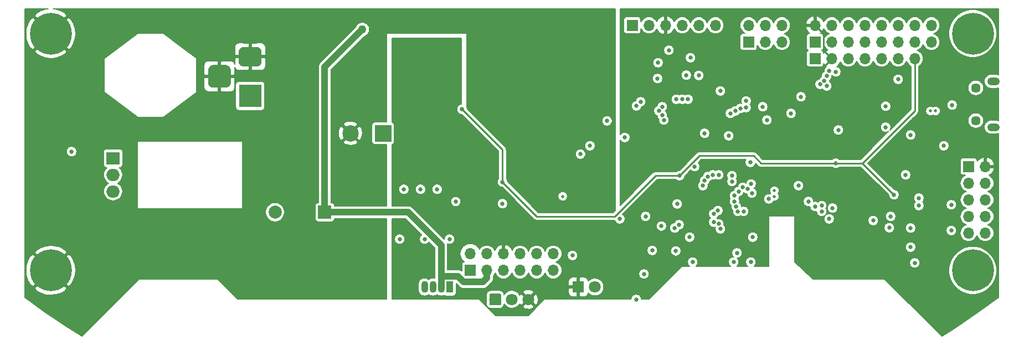
<source format=gbr>
G04 #@! TF.GenerationSoftware,KiCad,Pcbnew,(5.1.0-0)*
G04 #@! TF.CreationDate,2019-05-22T00:58:43-05:00*
G04 #@! TF.ProjectId,TubeClock,54756265-436c-46f6-936b-2e6b69636164,rev?*
G04 #@! TF.SameCoordinates,Original*
G04 #@! TF.FileFunction,Copper,L3,Inr*
G04 #@! TF.FilePolarity,Positive*
%FSLAX46Y46*%
G04 Gerber Fmt 4.6, Leading zero omitted, Abs format (unit mm)*
G04 Created by KiCad (PCBNEW (5.1.0-0)) date 2019-05-22 00:58:43*
%MOMM*%
%LPD*%
G04 APERTURE LIST*
%ADD10C,2.500000*%
%ADD11R,2.500000X2.500000*%
%ADD12C,2.000000*%
%ADD13R,2.000000X2.000000*%
%ADD14O,1.700000X1.700000*%
%ADD15R,1.700000X1.700000*%
%ADD16C,0.100000*%
%ADD17C,3.500000*%
%ADD18C,3.000000*%
%ADD19R,3.500000X3.500000*%
%ADD20C,0.800000*%
%ADD21C,6.400000*%
%ADD22O,2.000000X1.905000*%
%ADD23R,2.000000X1.905000*%
%ADD24O,1.900000X1.200000*%
%ADD25C,1.450000*%
%ADD26O,1.070000X1.800000*%
%ADD27R,1.070000X1.800000*%
%ADD28C,1.800000*%
%ADD29R,1.800000X1.800000*%
%ADD30C,0.508000*%
%ADD31C,0.635000*%
%ADD32C,1.270000*%
%ADD33C,0.889000*%
%ADD34C,1.016000*%
%ADD35C,0.254000*%
%ADD36C,0.190500*%
G04 APERTURE END LIST*
D10*
X119993400Y-108585000D03*
D11*
X124993400Y-108585000D03*
D12*
X108483400Y-120650000D03*
D13*
X116083400Y-120650000D03*
D14*
X206273400Y-97155000D03*
X203733400Y-97155000D03*
X201193400Y-97155000D03*
X198653400Y-97155000D03*
X196113400Y-97155000D03*
X193573400Y-97155000D03*
D15*
X191033400Y-97155000D03*
D16*
G36*
X100934165Y-98124213D02*
G01*
X101019104Y-98136813D01*
X101102399Y-98157677D01*
X101183248Y-98186605D01*
X101260872Y-98223319D01*
X101334524Y-98267464D01*
X101403494Y-98318616D01*
X101467118Y-98376282D01*
X101524784Y-98439906D01*
X101575936Y-98508876D01*
X101620081Y-98582528D01*
X101656795Y-98660152D01*
X101685723Y-98741001D01*
X101706587Y-98824296D01*
X101719187Y-98909235D01*
X101723400Y-98995000D01*
X101723400Y-100745000D01*
X101719187Y-100830765D01*
X101706587Y-100915704D01*
X101685723Y-100998999D01*
X101656795Y-101079848D01*
X101620081Y-101157472D01*
X101575936Y-101231124D01*
X101524784Y-101300094D01*
X101467118Y-101363718D01*
X101403494Y-101421384D01*
X101334524Y-101472536D01*
X101260872Y-101516681D01*
X101183248Y-101553395D01*
X101102399Y-101582323D01*
X101019104Y-101603187D01*
X100934165Y-101615787D01*
X100848400Y-101620000D01*
X99098400Y-101620000D01*
X99012635Y-101615787D01*
X98927696Y-101603187D01*
X98844401Y-101582323D01*
X98763552Y-101553395D01*
X98685928Y-101516681D01*
X98612276Y-101472536D01*
X98543306Y-101421384D01*
X98479682Y-101363718D01*
X98422016Y-101300094D01*
X98370864Y-101231124D01*
X98326719Y-101157472D01*
X98290005Y-101079848D01*
X98261077Y-100998999D01*
X98240213Y-100915704D01*
X98227613Y-100830765D01*
X98223400Y-100745000D01*
X98223400Y-98995000D01*
X98227613Y-98909235D01*
X98240213Y-98824296D01*
X98261077Y-98741001D01*
X98290005Y-98660152D01*
X98326719Y-98582528D01*
X98370864Y-98508876D01*
X98422016Y-98439906D01*
X98479682Y-98376282D01*
X98543306Y-98318616D01*
X98612276Y-98267464D01*
X98685928Y-98223319D01*
X98763552Y-98186605D01*
X98844401Y-98157677D01*
X98927696Y-98136813D01*
X99012635Y-98124213D01*
X99098400Y-98120000D01*
X100848400Y-98120000D01*
X100934165Y-98124213D01*
X100934165Y-98124213D01*
G37*
D17*
X99973400Y-99870000D03*
D16*
G36*
X105746913Y-95373611D02*
G01*
X105819718Y-95384411D01*
X105891114Y-95402295D01*
X105960413Y-95427090D01*
X106026948Y-95458559D01*
X106090078Y-95496398D01*
X106149195Y-95540242D01*
X106203730Y-95589670D01*
X106253158Y-95644205D01*
X106297002Y-95703322D01*
X106334841Y-95766452D01*
X106366310Y-95832987D01*
X106391105Y-95902286D01*
X106408989Y-95973682D01*
X106419789Y-96046487D01*
X106423400Y-96120000D01*
X106423400Y-97620000D01*
X106419789Y-97693513D01*
X106408989Y-97766318D01*
X106391105Y-97837714D01*
X106366310Y-97907013D01*
X106334841Y-97973548D01*
X106297002Y-98036678D01*
X106253158Y-98095795D01*
X106203730Y-98150330D01*
X106149195Y-98199758D01*
X106090078Y-98243602D01*
X106026948Y-98281441D01*
X105960413Y-98312910D01*
X105891114Y-98337705D01*
X105819718Y-98355589D01*
X105746913Y-98366389D01*
X105673400Y-98370000D01*
X103673400Y-98370000D01*
X103599887Y-98366389D01*
X103527082Y-98355589D01*
X103455686Y-98337705D01*
X103386387Y-98312910D01*
X103319852Y-98281441D01*
X103256722Y-98243602D01*
X103197605Y-98199758D01*
X103143070Y-98150330D01*
X103093642Y-98095795D01*
X103049798Y-98036678D01*
X103011959Y-97973548D01*
X102980490Y-97907013D01*
X102955695Y-97837714D01*
X102937811Y-97766318D01*
X102927011Y-97693513D01*
X102923400Y-97620000D01*
X102923400Y-96120000D01*
X102927011Y-96046487D01*
X102937811Y-95973682D01*
X102955695Y-95902286D01*
X102980490Y-95832987D01*
X103011959Y-95766452D01*
X103049798Y-95703322D01*
X103093642Y-95644205D01*
X103143070Y-95589670D01*
X103197605Y-95540242D01*
X103256722Y-95496398D01*
X103319852Y-95458559D01*
X103386387Y-95427090D01*
X103455686Y-95402295D01*
X103527082Y-95384411D01*
X103599887Y-95373611D01*
X103673400Y-95370000D01*
X105673400Y-95370000D01*
X105746913Y-95373611D01*
X105746913Y-95373611D01*
G37*
D18*
X104673400Y-96870000D03*
D19*
X104673400Y-102870000D03*
D14*
X175793400Y-92075000D03*
X173253400Y-92075000D03*
X170713400Y-92075000D03*
X168173400Y-92075000D03*
X165633400Y-92075000D03*
D15*
X163093400Y-92075000D03*
D14*
X151028400Y-127000000D03*
X151028400Y-129540000D03*
X148488400Y-127000000D03*
X148488400Y-129540000D03*
X145948400Y-127000000D03*
X145948400Y-129540000D03*
X143408400Y-127000000D03*
X143408400Y-129540000D03*
X140868400Y-127000000D03*
X140868400Y-129540000D03*
X138328400Y-127000000D03*
D15*
X138328400Y-129540000D03*
D14*
X185953400Y-92075000D03*
X185953400Y-94615000D03*
X183413400Y-92075000D03*
X183413400Y-94615000D03*
X180873400Y-92075000D03*
D15*
X180873400Y-94615000D03*
D14*
X208813400Y-92075000D03*
X208813400Y-94615000D03*
X206273400Y-92075000D03*
X206273400Y-94615000D03*
X203733400Y-92075000D03*
X203733400Y-94615000D03*
X201193400Y-92075000D03*
X201193400Y-94615000D03*
X198653400Y-92075000D03*
X198653400Y-94615000D03*
X196113400Y-92075000D03*
X196113400Y-94615000D03*
X193573400Y-92075000D03*
X193573400Y-94615000D03*
X191033400Y-92075000D03*
D15*
X191033400Y-94615000D03*
D20*
X216860456Y-127842944D03*
X215163400Y-127140000D03*
X213466344Y-127842944D03*
X212763400Y-129540000D03*
X213466344Y-131237056D03*
X215163400Y-131940000D03*
X216860456Y-131237056D03*
X217563400Y-129540000D03*
D21*
X215163400Y-129540000D03*
D20*
X75890456Y-91647944D03*
X74193400Y-90945000D03*
X72496344Y-91647944D03*
X71793400Y-93345000D03*
X72496344Y-95042056D03*
X74193400Y-95745000D03*
X75890456Y-95042056D03*
X76593400Y-93345000D03*
D21*
X74193400Y-93345000D03*
D20*
X216860456Y-91647944D03*
X215163400Y-90945000D03*
X213466344Y-91647944D03*
X212763400Y-93345000D03*
X213466344Y-95042056D03*
X215163400Y-95745000D03*
X216860456Y-95042056D03*
X217563400Y-93345000D03*
D21*
X215163400Y-93345000D03*
D20*
X75890456Y-127842944D03*
X74193400Y-127140000D03*
X72496344Y-127842944D03*
X71793400Y-129540000D03*
X72496344Y-131237056D03*
X74193400Y-131940000D03*
X75890456Y-131237056D03*
X76593400Y-129540000D03*
D21*
X74193400Y-129540000D03*
D22*
X83718400Y-117475000D03*
X83718400Y-114935000D03*
D23*
X83718400Y-112395000D03*
D14*
X217068400Y-123825000D03*
X214528400Y-123825000D03*
X217068400Y-121285000D03*
X214528400Y-121285000D03*
X217068400Y-118745000D03*
X214528400Y-118745000D03*
X217068400Y-116205000D03*
X214528400Y-116205000D03*
X217068400Y-113665000D03*
D15*
X214528400Y-113665000D03*
D24*
X218305900Y-100640000D03*
X218305900Y-107640000D03*
D25*
X215605900Y-101640000D03*
X215605900Y-106640000D03*
D26*
X131343400Y-132080000D03*
X132613400Y-132080000D03*
X133883400Y-132080000D03*
D27*
X135153400Y-132080000D03*
D28*
X157378400Y-132080000D03*
D29*
X154838400Y-132080000D03*
D28*
X147218400Y-133985000D03*
X144678400Y-133985000D03*
D16*
G36*
X142812724Y-133086205D02*
G01*
X142837012Y-133089808D01*
X142860829Y-133095774D01*
X142883947Y-133104045D01*
X142906143Y-133114543D01*
X142927204Y-133127166D01*
X142946925Y-133141793D01*
X142965118Y-133158282D01*
X142981607Y-133176475D01*
X142996234Y-133196196D01*
X143008857Y-133217257D01*
X143019355Y-133239453D01*
X143027626Y-133262571D01*
X143033592Y-133286388D01*
X143037195Y-133310676D01*
X143038400Y-133335200D01*
X143038400Y-134634800D01*
X143037195Y-134659324D01*
X143033592Y-134683612D01*
X143027626Y-134707429D01*
X143019355Y-134730547D01*
X143008857Y-134752743D01*
X142996234Y-134773804D01*
X142981607Y-134793525D01*
X142965118Y-134811718D01*
X142946925Y-134828207D01*
X142927204Y-134842834D01*
X142906143Y-134855457D01*
X142883947Y-134865955D01*
X142860829Y-134874226D01*
X142837012Y-134880192D01*
X142812724Y-134883795D01*
X142788200Y-134885000D01*
X141488600Y-134885000D01*
X141464076Y-134883795D01*
X141439788Y-134880192D01*
X141415971Y-134874226D01*
X141392853Y-134865955D01*
X141370657Y-134855457D01*
X141349596Y-134842834D01*
X141329875Y-134828207D01*
X141311682Y-134811718D01*
X141295193Y-134793525D01*
X141280566Y-134773804D01*
X141267943Y-134752743D01*
X141257445Y-134730547D01*
X141249174Y-134707429D01*
X141243208Y-134683612D01*
X141239605Y-134659324D01*
X141238400Y-134634800D01*
X141238400Y-133335200D01*
X141239605Y-133310676D01*
X141243208Y-133286388D01*
X141249174Y-133262571D01*
X141257445Y-133239453D01*
X141267943Y-133217257D01*
X141280566Y-133196196D01*
X141295193Y-133176475D01*
X141311682Y-133158282D01*
X141329875Y-133141793D01*
X141349596Y-133127166D01*
X141370657Y-133114543D01*
X141392853Y-133104045D01*
X141415971Y-133095774D01*
X141439788Y-133089808D01*
X141464076Y-133086205D01*
X141488600Y-133085000D01*
X142788200Y-133085000D01*
X142812724Y-133086205D01*
X142812724Y-133086205D01*
G37*
D28*
X142138400Y-133985000D03*
D30*
X154736800Y-103733600D03*
D31*
X152781000Y-98298000D03*
X151307800Y-99771200D03*
X154279600Y-99771200D03*
X157124400Y-111760000D03*
X157124400Y-114300000D03*
X157124400Y-116840000D03*
D32*
X121818400Y-92710000D03*
D31*
X174142400Y-108585000D03*
X159156400Y-119380000D03*
X159156400Y-116840000D03*
X159156400Y-114300000D03*
X159156400Y-111760000D03*
X164871400Y-130073400D03*
X163678400Y-133985000D03*
X73685400Y-99822000D03*
X73685400Y-105664000D03*
X78765400Y-118745000D03*
X79781400Y-118745000D03*
X79273400Y-119507000D03*
X79781400Y-120396000D03*
X78765400Y-120396000D03*
X78003400Y-121158000D03*
X78003400Y-121920000D03*
X78003400Y-122682000D03*
X100101400Y-128905000D03*
X101371400Y-128905000D03*
X102641400Y-128905000D03*
X103911400Y-128905000D03*
X98831400Y-128905000D03*
X205638400Y-123063000D03*
X171348400Y-99695000D03*
X211988400Y-104267000D03*
X211861400Y-123444000D03*
X188493400Y-116586000D03*
X76860400Y-109601000D03*
X177825400Y-108966000D03*
X81813400Y-129540000D03*
X85623400Y-131699000D03*
X81813400Y-133985000D03*
X79908400Y-129540000D03*
X83718400Y-129540000D03*
X78003400Y-131699000D03*
X172315900Y-128270000D03*
X181205900Y-128270000D03*
X178587400Y-128270000D03*
X167538400Y-122760500D03*
X161188400Y-121666000D03*
X159283400Y-90805000D03*
X172618400Y-113665000D03*
X211861400Y-119507000D03*
X203733400Y-100330000D03*
X158394400Y-109220000D03*
X161950400Y-109220000D03*
X152453400Y-119335000D03*
X153949400Y-110109000D03*
X153847800Y-113055400D03*
X153847800Y-114147600D03*
D30*
X151813400Y-106502200D03*
X151813400Y-108908576D03*
X151102200Y-114452400D03*
X151102200Y-115392200D03*
X150876000Y-111582200D03*
D33*
X132613400Y-97790000D03*
D31*
X210083400Y-128397000D03*
X210083400Y-123063000D03*
D33*
X131343400Y-99060000D03*
X133883400Y-99060000D03*
X133883400Y-96520000D03*
X131343400Y-96520000D03*
D31*
X194881400Y-127762000D03*
X169443400Y-99740000D03*
X174190900Y-128270000D03*
X183080900Y-128270000D03*
X127533400Y-99362500D03*
X133248400Y-115267500D03*
X167562650Y-124611250D03*
X204368400Y-104442500D03*
X165076900Y-100203000D03*
X172530650Y-111339750D03*
X203733400Y-125397500D03*
X188493400Y-114632500D03*
D33*
X156679900Y-122428000D03*
D31*
X188874400Y-101648500D03*
X165125400Y-95123000D03*
X143253400Y-117135000D03*
X143253400Y-118235000D03*
X131343400Y-124762500D03*
X169951400Y-119380000D03*
X166141400Y-126492000D03*
X181127400Y-113030000D03*
X167033650Y-97789189D03*
X180492400Y-104648000D03*
X128168400Y-117142500D03*
X180746400Y-117094000D03*
X167665400Y-104521000D03*
X127533400Y-124762500D03*
X135153400Y-124762500D03*
X179603400Y-104775000D03*
X130708400Y-117142500D03*
X179984400Y-116840000D03*
X167157400Y-105156000D03*
X178841400Y-105156000D03*
X133248400Y-117142500D03*
X179349400Y-117475000D03*
X167665400Y-105791000D03*
X178079400Y-105537000D03*
X136103400Y-119015000D03*
X178714400Y-118110000D03*
X167919400Y-106553000D03*
X168681400Y-95885000D03*
X181254400Y-116332000D03*
X193192400Y-121666000D03*
X175409379Y-114938021D03*
X173253400Y-99740000D03*
X205638400Y-108839000D03*
X183667400Y-106553000D03*
D30*
X184810400Y-117348000D03*
X208673700Y-105156000D03*
X184810400Y-118237000D03*
X209461100Y-105156000D03*
D31*
X194208400Y-113157000D03*
X137058400Y-104902000D03*
X203098400Y-117983000D03*
X170332400Y-115062000D03*
X143253400Y-116035000D03*
X169745900Y-126570500D03*
X77368400Y-111379000D03*
X206908400Y-119634000D03*
X178333400Y-115062000D03*
X199923400Y-121920000D03*
X175539400Y-122174000D03*
X206273400Y-128397000D03*
X206908400Y-118491000D03*
X202369400Y-123030000D03*
X176301400Y-122428000D03*
X202590400Y-121285000D03*
X205638400Y-125984000D03*
X176555400Y-123190000D03*
X169570400Y-123063000D03*
X169824400Y-103378000D03*
X170262560Y-122555000D03*
X170713400Y-103378000D03*
X171856400Y-124460000D03*
X171602400Y-103378000D03*
X178333400Y-115951000D03*
X204876400Y-114935000D03*
X191033400Y-119761000D03*
X178968400Y-119761000D03*
X176174400Y-120396000D03*
X175539400Y-120904000D03*
X192049400Y-119634000D03*
X179222400Y-120523000D03*
X192049400Y-120523000D03*
X180111400Y-120523000D03*
X179095400Y-126873000D03*
X181508400Y-124460000D03*
X180492400Y-103632000D03*
X183032400Y-104521000D03*
X183984900Y-118618000D03*
X191795400Y-101092000D03*
X173888400Y-116586000D03*
X153949400Y-127254000D03*
X194208400Y-99187000D03*
X174142400Y-115824000D03*
X174650400Y-115189000D03*
X193192400Y-99060000D03*
X176301400Y-114935000D03*
X176555400Y-102108000D03*
X192811400Y-99822000D03*
X192430400Y-100584000D03*
X192811400Y-101346000D03*
X201828400Y-107645000D03*
X164363400Y-103759000D03*
X165125400Y-121285000D03*
X193700400Y-120015000D03*
X178714400Y-118999000D03*
X166951900Y-100203000D03*
X194589400Y-108077000D03*
X143253400Y-119335000D03*
X171983400Y-97028000D03*
X190017400Y-118999000D03*
X181381400Y-117729000D03*
X155170900Y-111760000D03*
X159234900Y-106680000D03*
X156616400Y-110490000D03*
D30*
X152453400Y-118235000D03*
D31*
X187350400Y-105537000D03*
X188874400Y-102997000D03*
X201828400Y-104442500D03*
X210718400Y-110490000D03*
X163728400Y-104394000D03*
D34*
X128803400Y-120650000D02*
X116083400Y-120650000D01*
X133883400Y-125730000D02*
X128803400Y-120650000D01*
X116083400Y-98445000D02*
X121818400Y-92710000D01*
X116083400Y-120650000D02*
X116083400Y-98445000D01*
X137312400Y-131318000D02*
X136423400Y-130429000D01*
X133883400Y-130429000D02*
X133883400Y-125730000D01*
X133883400Y-132080000D02*
X133883400Y-130429000D01*
X133883400Y-130429000D02*
X136423400Y-130429000D01*
X140868400Y-130742081D02*
X140292481Y-131318000D01*
X140868400Y-129540000D02*
X140868400Y-130742081D01*
X140292481Y-131318000D02*
X137312400Y-131318000D01*
D35*
X191033400Y-92075000D02*
X192303400Y-93345000D01*
X192303400Y-95885000D02*
X193573400Y-97155000D01*
X192303400Y-93345000D02*
X192303400Y-95885000D01*
X189079900Y-101648500D02*
X188874400Y-101648500D01*
X193573400Y-97155000D02*
X189079900Y-101648500D01*
X198272400Y-113157000D02*
X194208400Y-113157000D01*
X203098400Y-117983000D02*
X198272400Y-113157000D01*
X198272400Y-113157000D02*
X206273400Y-105156000D01*
X206273400Y-105156000D02*
X206273400Y-97155000D01*
X194208400Y-113157000D02*
X182778400Y-113157000D01*
X182778400Y-113157000D02*
X181635400Y-112014000D01*
X173380400Y-112014000D02*
X170332400Y-115062000D01*
X181635400Y-112014000D02*
X173380400Y-112014000D01*
X148503400Y-121285000D02*
X143253400Y-116035000D01*
X166649400Y-115062000D02*
X160426400Y-121285000D01*
X160426400Y-121285000D02*
X148503400Y-121285000D01*
X170332400Y-115062000D02*
X166649400Y-115062000D01*
X143253400Y-111097000D02*
X137058400Y-104902000D01*
X143253400Y-116035000D02*
X143253400Y-111097000D01*
D36*
G36*
X73439282Y-89598491D02*
G01*
X72722865Y-89817600D01*
X72077460Y-90162576D01*
X71712406Y-90639499D01*
X72012884Y-90939977D01*
X72012884Y-90939978D01*
X74193400Y-93120494D01*
X76373916Y-90939978D01*
X76373916Y-90939977D01*
X76674394Y-90639499D01*
X76309340Y-90162576D01*
X75647823Y-89810926D01*
X74930413Y-89595088D01*
X74578620Y-89561250D01*
X160458150Y-89561250D01*
X160458150Y-120400126D01*
X160176526Y-120681750D01*
X148753275Y-120681750D01*
X146234602Y-118163077D01*
X151723150Y-118163077D01*
X151723150Y-118306923D01*
X151751213Y-118448006D01*
X151806261Y-118580903D01*
X151886178Y-118700507D01*
X151987893Y-118802222D01*
X152107497Y-118882139D01*
X152240394Y-118937187D01*
X152381477Y-118965250D01*
X152525323Y-118965250D01*
X152666406Y-118937187D01*
X152799303Y-118882139D01*
X152918907Y-118802222D01*
X153020622Y-118700507D01*
X153100539Y-118580903D01*
X153155587Y-118448006D01*
X153183650Y-118306923D01*
X153183650Y-118163077D01*
X153155587Y-118021994D01*
X153100539Y-117889097D01*
X153020622Y-117769493D01*
X152918907Y-117667778D01*
X152799303Y-117587861D01*
X152666406Y-117532813D01*
X152525323Y-117504750D01*
X152381477Y-117504750D01*
X152240394Y-117532813D01*
X152107497Y-117587861D01*
X151987893Y-117667778D01*
X151886178Y-117769493D01*
X151806261Y-117889097D01*
X151751213Y-118021994D01*
X151723150Y-118163077D01*
X146234602Y-118163077D01*
X144047150Y-115975626D01*
X144047150Y-115956822D01*
X144016647Y-115803472D01*
X143956812Y-115659018D01*
X143869946Y-115529014D01*
X143856650Y-115515718D01*
X143856650Y-111681822D01*
X154377150Y-111681822D01*
X154377150Y-111838178D01*
X154407653Y-111991528D01*
X154467488Y-112135982D01*
X154554354Y-112265986D01*
X154664914Y-112376546D01*
X154794918Y-112463412D01*
X154939372Y-112523247D01*
X155092722Y-112553750D01*
X155249078Y-112553750D01*
X155402428Y-112523247D01*
X155546882Y-112463412D01*
X155676886Y-112376546D01*
X155787446Y-112265986D01*
X155874312Y-112135982D01*
X155934147Y-111991528D01*
X155964650Y-111838178D01*
X155964650Y-111681822D01*
X155934147Y-111528472D01*
X155874312Y-111384018D01*
X155787446Y-111254014D01*
X155676886Y-111143454D01*
X155546882Y-111056588D01*
X155402428Y-110996753D01*
X155249078Y-110966250D01*
X155092722Y-110966250D01*
X154939372Y-110996753D01*
X154794918Y-111056588D01*
X154664914Y-111143454D01*
X154554354Y-111254014D01*
X154467488Y-111384018D01*
X154407653Y-111528472D01*
X154377150Y-111681822D01*
X143856650Y-111681822D01*
X143856650Y-111126624D01*
X143859568Y-111096999D01*
X143854407Y-111044597D01*
X143847921Y-110978742D01*
X143813426Y-110865030D01*
X143757410Y-110760231D01*
X143682026Y-110668374D01*
X143659013Y-110649488D01*
X143421347Y-110411822D01*
X155822650Y-110411822D01*
X155822650Y-110568178D01*
X155853153Y-110721528D01*
X155912988Y-110865982D01*
X155999854Y-110995986D01*
X156110414Y-111106546D01*
X156240418Y-111193412D01*
X156384872Y-111253247D01*
X156538222Y-111283750D01*
X156694578Y-111283750D01*
X156847928Y-111253247D01*
X156992382Y-111193412D01*
X157122386Y-111106546D01*
X157232946Y-110995986D01*
X157319812Y-110865982D01*
X157379647Y-110721528D01*
X157410150Y-110568178D01*
X157410150Y-110411822D01*
X157379647Y-110258472D01*
X157319812Y-110114018D01*
X157232946Y-109984014D01*
X157122386Y-109873454D01*
X156992382Y-109786588D01*
X156847928Y-109726753D01*
X156694578Y-109696250D01*
X156538222Y-109696250D01*
X156384872Y-109726753D01*
X156240418Y-109786588D01*
X156110414Y-109873454D01*
X155999854Y-109984014D01*
X155912988Y-110114018D01*
X155853153Y-110258472D01*
X155822650Y-110411822D01*
X143421347Y-110411822D01*
X139611347Y-106601822D01*
X158441150Y-106601822D01*
X158441150Y-106758178D01*
X158471653Y-106911528D01*
X158531488Y-107055982D01*
X158618354Y-107185986D01*
X158728914Y-107296546D01*
X158858918Y-107383412D01*
X159003372Y-107443247D01*
X159156722Y-107473750D01*
X159313078Y-107473750D01*
X159466428Y-107443247D01*
X159610882Y-107383412D01*
X159740886Y-107296546D01*
X159851446Y-107185986D01*
X159938312Y-107055982D01*
X159998147Y-106911528D01*
X160028650Y-106758178D01*
X160028650Y-106601822D01*
X159998147Y-106448472D01*
X159938312Y-106304018D01*
X159851446Y-106174014D01*
X159740886Y-106063454D01*
X159610882Y-105976588D01*
X159466428Y-105916753D01*
X159313078Y-105886250D01*
X159156722Y-105886250D01*
X159003372Y-105916753D01*
X158858918Y-105976588D01*
X158728914Y-106063454D01*
X158618354Y-106174014D01*
X158531488Y-106304018D01*
X158471653Y-106448472D01*
X158441150Y-106601822D01*
X139611347Y-106601822D01*
X137852150Y-104842626D01*
X137852150Y-104823822D01*
X137821647Y-104670472D01*
X137788650Y-104590810D01*
X137788650Y-93345000D01*
X137786820Y-93326418D01*
X137781400Y-93308549D01*
X137772597Y-93292082D01*
X137760752Y-93277648D01*
X137746318Y-93265803D01*
X137729851Y-93257000D01*
X137711982Y-93251580D01*
X137693400Y-93249750D01*
X125628400Y-93249750D01*
X125609818Y-93251580D01*
X125591949Y-93257000D01*
X125575482Y-93265803D01*
X125561048Y-93277648D01*
X125549203Y-93292082D01*
X125540400Y-93308549D01*
X125534980Y-93326418D01*
X125533150Y-93345000D01*
X125533150Y-106856446D01*
X123743400Y-106856446D01*
X123650039Y-106865641D01*
X123560265Y-106892874D01*
X123477530Y-106937097D01*
X123405011Y-106996611D01*
X123345497Y-107069130D01*
X123301274Y-107151865D01*
X123274041Y-107241639D01*
X123264846Y-107335000D01*
X123264846Y-109835000D01*
X123274041Y-109928361D01*
X123301274Y-110018135D01*
X123345497Y-110100870D01*
X123405011Y-110173389D01*
X123477530Y-110232903D01*
X123560265Y-110277126D01*
X123650039Y-110304359D01*
X123743400Y-110313554D01*
X125533150Y-110313554D01*
X125533150Y-119665750D01*
X117561954Y-119665750D01*
X117561954Y-119650000D01*
X117552759Y-119556639D01*
X117525526Y-119466865D01*
X117481303Y-119384130D01*
X117421789Y-119311611D01*
X117349270Y-119252097D01*
X117266535Y-119207874D01*
X117176761Y-119180641D01*
X117083400Y-119171446D01*
X117067650Y-119171446D01*
X117067650Y-109902182D01*
X118900725Y-109902182D01*
X119031232Y-110179392D01*
X119360771Y-110336466D01*
X119714621Y-110426232D01*
X120079184Y-110445240D01*
X120440451Y-110392760D01*
X120784537Y-110270810D01*
X120955568Y-110179392D01*
X121086075Y-109902182D01*
X119993400Y-108809506D01*
X118900725Y-109902182D01*
X117067650Y-109902182D01*
X117067650Y-108670784D01*
X118133160Y-108670784D01*
X118185640Y-109032051D01*
X118307590Y-109376137D01*
X118399008Y-109547168D01*
X118676218Y-109677675D01*
X119768894Y-108585000D01*
X120217906Y-108585000D01*
X121310582Y-109677675D01*
X121587792Y-109547168D01*
X121744866Y-109217629D01*
X121834632Y-108863779D01*
X121853640Y-108499216D01*
X121801160Y-108137949D01*
X121679210Y-107793863D01*
X121587792Y-107622832D01*
X121310582Y-107492325D01*
X120217906Y-108585000D01*
X119768894Y-108585000D01*
X118676218Y-107492325D01*
X118399008Y-107622832D01*
X118241934Y-107952371D01*
X118152168Y-108306221D01*
X118133160Y-108670784D01*
X117067650Y-108670784D01*
X117067650Y-107267818D01*
X118900725Y-107267818D01*
X119993400Y-108360494D01*
X121086075Y-107267818D01*
X120955568Y-106990608D01*
X120626029Y-106833534D01*
X120272179Y-106743768D01*
X119907616Y-106724760D01*
X119546349Y-106777240D01*
X119202263Y-106899190D01*
X119031232Y-106990608D01*
X118900725Y-107267818D01*
X117067650Y-107267818D01*
X117067650Y-98852689D01*
X122141610Y-93778730D01*
X122142540Y-93778545D01*
X122344774Y-93694777D01*
X122526781Y-93573164D01*
X122681564Y-93418381D01*
X122803177Y-93236374D01*
X122886945Y-93034140D01*
X122929650Y-92819449D01*
X122929650Y-92600551D01*
X122886945Y-92385860D01*
X122803177Y-92183626D01*
X122681564Y-92001619D01*
X122526781Y-91846836D01*
X122344774Y-91725223D01*
X122142540Y-91641455D01*
X121927849Y-91598750D01*
X121708951Y-91598750D01*
X121494260Y-91641455D01*
X121292026Y-91725223D01*
X121110019Y-91846836D01*
X120955236Y-92001619D01*
X120833623Y-92183626D01*
X120749855Y-92385860D01*
X120749670Y-92386790D01*
X115421617Y-97714844D01*
X115384064Y-97745663D01*
X115353245Y-97783216D01*
X115353243Y-97783218D01*
X115261067Y-97895535D01*
X115169672Y-98066522D01*
X115113392Y-98252054D01*
X115094389Y-98445000D01*
X115099151Y-98493351D01*
X115099150Y-119171446D01*
X115083400Y-119171446D01*
X114990039Y-119180641D01*
X114900265Y-119207874D01*
X114817530Y-119252097D01*
X114745011Y-119311611D01*
X114685497Y-119384130D01*
X114641274Y-119466865D01*
X114614041Y-119556639D01*
X114604846Y-119650000D01*
X114604846Y-121650000D01*
X114614041Y-121743361D01*
X114641274Y-121833135D01*
X114685497Y-121915870D01*
X114745011Y-121988389D01*
X114817530Y-122047903D01*
X114900265Y-122092126D01*
X114990039Y-122119359D01*
X115083400Y-122128554D01*
X117083400Y-122128554D01*
X117176761Y-122119359D01*
X117266535Y-122092126D01*
X117349270Y-122047903D01*
X117421789Y-121988389D01*
X117481303Y-121915870D01*
X117525526Y-121833135D01*
X117552759Y-121743361D01*
X117561954Y-121650000D01*
X117561954Y-121634250D01*
X125533150Y-121634250D01*
X125533150Y-133889750D01*
X102717854Y-133889750D01*
X99745752Y-130917648D01*
X99731318Y-130905803D01*
X99714851Y-130897000D01*
X99696982Y-130891580D01*
X99678400Y-130889750D01*
X87678400Y-130889750D01*
X87659818Y-130891580D01*
X87641949Y-130897000D01*
X87625482Y-130905803D01*
X87611048Y-130917648D01*
X78929654Y-139599042D01*
X76672244Y-138181319D01*
X73076734Y-135744220D01*
X70251250Y-133691386D01*
X70251250Y-132245501D01*
X71712406Y-132245501D01*
X72077460Y-132722424D01*
X72738977Y-133074074D01*
X73456387Y-133289912D01*
X74202120Y-133361642D01*
X74947518Y-133286509D01*
X75663935Y-133067400D01*
X76309340Y-132722424D01*
X76674394Y-132245501D01*
X76373916Y-131945023D01*
X76373916Y-131945022D01*
X74193400Y-129764506D01*
X72012884Y-131945022D01*
X72012884Y-131945023D01*
X71712406Y-132245501D01*
X70251250Y-132245501D01*
X70251250Y-129548720D01*
X70371758Y-129548720D01*
X70446891Y-130294118D01*
X70666000Y-131010535D01*
X71010976Y-131655940D01*
X71487899Y-132020994D01*
X71788377Y-131720516D01*
X71788378Y-131720516D01*
X73968894Y-129540000D01*
X74417906Y-129540000D01*
X76598422Y-131720516D01*
X76598423Y-131720516D01*
X76898901Y-132020994D01*
X77375824Y-131655940D01*
X77727474Y-130994423D01*
X77943312Y-130277013D01*
X78015042Y-129531280D01*
X77939909Y-128785882D01*
X77720800Y-128069465D01*
X77375824Y-127424060D01*
X76898901Y-127059006D01*
X76598423Y-127359484D01*
X76598422Y-127359484D01*
X74417906Y-129540000D01*
X73968894Y-129540000D01*
X71788378Y-127359484D01*
X71788377Y-127359484D01*
X71487899Y-127059006D01*
X71010976Y-127424060D01*
X70659326Y-128085577D01*
X70443488Y-128802987D01*
X70371758Y-129548720D01*
X70251250Y-129548720D01*
X70251250Y-126834499D01*
X71712406Y-126834499D01*
X72012884Y-127134977D01*
X72012884Y-127134978D01*
X74193400Y-129315494D01*
X76373916Y-127134978D01*
X76373916Y-127134977D01*
X76674394Y-126834499D01*
X76309340Y-126357576D01*
X75647823Y-126005926D01*
X74930413Y-125790088D01*
X74184680Y-125718358D01*
X73439282Y-125793491D01*
X72722865Y-126012600D01*
X72077460Y-126357576D01*
X71712406Y-126834499D01*
X70251250Y-126834499D01*
X70251250Y-120504602D01*
X107007150Y-120504602D01*
X107007150Y-120795398D01*
X107063881Y-121080606D01*
X107175164Y-121349267D01*
X107336722Y-121591055D01*
X107542345Y-121796678D01*
X107784133Y-121958236D01*
X108052794Y-122069519D01*
X108338002Y-122126250D01*
X108628798Y-122126250D01*
X108914006Y-122069519D01*
X109182667Y-121958236D01*
X109424455Y-121796678D01*
X109630078Y-121591055D01*
X109791636Y-121349267D01*
X109902919Y-121080606D01*
X109959650Y-120795398D01*
X109959650Y-120504602D01*
X109902919Y-120219394D01*
X109791636Y-119950733D01*
X109630078Y-119708945D01*
X109424455Y-119503322D01*
X109182667Y-119341764D01*
X108914006Y-119230481D01*
X108628798Y-119173750D01*
X108338002Y-119173750D01*
X108052794Y-119230481D01*
X107784133Y-119341764D01*
X107542345Y-119503322D01*
X107336722Y-119708945D01*
X107175164Y-119950733D01*
X107063881Y-120219394D01*
X107007150Y-120504602D01*
X70251250Y-120504602D01*
X70251250Y-114935000D01*
X82235237Y-114935000D01*
X82262823Y-115215084D01*
X82344520Y-115484404D01*
X82477190Y-115732612D01*
X82655733Y-115950167D01*
X82873288Y-116128710D01*
X83016016Y-116205000D01*
X82873288Y-116281290D01*
X82655733Y-116459833D01*
X82477190Y-116677388D01*
X82344520Y-116925596D01*
X82262823Y-117194916D01*
X82235237Y-117475000D01*
X82262823Y-117755084D01*
X82344520Y-118024404D01*
X82477190Y-118272612D01*
X82655733Y-118490167D01*
X82873288Y-118668710D01*
X83121496Y-118801380D01*
X83390816Y-118883077D01*
X83600711Y-118903750D01*
X83836089Y-118903750D01*
X84045984Y-118883077D01*
X84315304Y-118801380D01*
X84563512Y-118668710D01*
X84781067Y-118490167D01*
X84959610Y-118272612D01*
X85092280Y-118024404D01*
X85173977Y-117755084D01*
X85201563Y-117475000D01*
X85173977Y-117194916D01*
X85092280Y-116925596D01*
X84959610Y-116677388D01*
X84781067Y-116459833D01*
X84563512Y-116281290D01*
X84420784Y-116205000D01*
X84563512Y-116128710D01*
X84781067Y-115950167D01*
X84959610Y-115732612D01*
X85092280Y-115484404D01*
X85173977Y-115215084D01*
X85201563Y-114935000D01*
X85173977Y-114654916D01*
X85092280Y-114385596D01*
X84959610Y-114137388D01*
X84781067Y-113919833D01*
X84666797Y-113826054D01*
X84718400Y-113826054D01*
X84811761Y-113816859D01*
X84901535Y-113789626D01*
X84984270Y-113745403D01*
X85056789Y-113685889D01*
X85116303Y-113613370D01*
X85160526Y-113530635D01*
X85187759Y-113440861D01*
X85196954Y-113347500D01*
X85196954Y-111442500D01*
X85187759Y-111349139D01*
X85160526Y-111259365D01*
X85116303Y-111176630D01*
X85056789Y-111104111D01*
X84984270Y-111044597D01*
X84901535Y-111000374D01*
X84811761Y-110973141D01*
X84718400Y-110963946D01*
X82718400Y-110963946D01*
X82625039Y-110973141D01*
X82535265Y-111000374D01*
X82452530Y-111044597D01*
X82380011Y-111104111D01*
X82320497Y-111176630D01*
X82276274Y-111259365D01*
X82249041Y-111349139D01*
X82239846Y-111442500D01*
X82239846Y-113347500D01*
X82249041Y-113440861D01*
X82276274Y-113530635D01*
X82320497Y-113613370D01*
X82380011Y-113685889D01*
X82452530Y-113745403D01*
X82535265Y-113789626D01*
X82625039Y-113816859D01*
X82718400Y-113826054D01*
X82770003Y-113826054D01*
X82655733Y-113919833D01*
X82477190Y-114137388D01*
X82344520Y-114385596D01*
X82262823Y-114654916D01*
X82235237Y-114935000D01*
X70251250Y-114935000D01*
X70251250Y-111300822D01*
X76574650Y-111300822D01*
X76574650Y-111457178D01*
X76605153Y-111610528D01*
X76664988Y-111754982D01*
X76751854Y-111884986D01*
X76862414Y-111995546D01*
X76992418Y-112082412D01*
X77136872Y-112142247D01*
X77290222Y-112172750D01*
X77446578Y-112172750D01*
X77599928Y-112142247D01*
X77744382Y-112082412D01*
X77874386Y-111995546D01*
X77984946Y-111884986D01*
X78071812Y-111754982D01*
X78131647Y-111610528D01*
X78162150Y-111457178D01*
X78162150Y-111300822D01*
X78131647Y-111147472D01*
X78071812Y-111003018D01*
X77984946Y-110873014D01*
X77874386Y-110762454D01*
X77744382Y-110675588D01*
X77599928Y-110615753D01*
X77446578Y-110585250D01*
X77290222Y-110585250D01*
X77136872Y-110615753D01*
X76992418Y-110675588D01*
X76862414Y-110762454D01*
X76751854Y-110873014D01*
X76664988Y-111003018D01*
X76605153Y-111147472D01*
X76574650Y-111300822D01*
X70251250Y-111300822D01*
X70251250Y-109855000D01*
X87433150Y-109855000D01*
X87433150Y-120015000D01*
X87434980Y-120033582D01*
X87440400Y-120051451D01*
X87449203Y-120067918D01*
X87461048Y-120082352D01*
X87475482Y-120094197D01*
X87491949Y-120103000D01*
X87509818Y-120108420D01*
X87528400Y-120110250D01*
X103403400Y-120110250D01*
X103421982Y-120108420D01*
X103439851Y-120103000D01*
X103456318Y-120094197D01*
X103470752Y-120082352D01*
X103482597Y-120067918D01*
X103491400Y-120051451D01*
X103496820Y-120033582D01*
X103498650Y-120015000D01*
X103498650Y-109855000D01*
X103496820Y-109836418D01*
X103491400Y-109818549D01*
X103482597Y-109802082D01*
X103470752Y-109787648D01*
X103456318Y-109775803D01*
X103439851Y-109767000D01*
X103421982Y-109761580D01*
X103403400Y-109759750D01*
X87528400Y-109759750D01*
X87509818Y-109761580D01*
X87491949Y-109767000D01*
X87475482Y-109775803D01*
X87461048Y-109787648D01*
X87449203Y-109802082D01*
X87440400Y-109818549D01*
X87434980Y-109836418D01*
X87433150Y-109855000D01*
X70251250Y-109855000D01*
X70251250Y-96050501D01*
X71712406Y-96050501D01*
X72077460Y-96527424D01*
X72738977Y-96879074D01*
X73456387Y-97094912D01*
X74202120Y-97166642D01*
X74317620Y-97155000D01*
X82353150Y-97155000D01*
X82353150Y-102235000D01*
X82354107Y-102248470D01*
X82358547Y-102266607D01*
X82366440Y-102283529D01*
X82377482Y-102298586D01*
X82391250Y-102311200D01*
X87471250Y-106121200D01*
X87491949Y-106133000D01*
X87509818Y-106138420D01*
X87528400Y-106140250D01*
X91338400Y-106140250D01*
X91362039Y-106137270D01*
X91379586Y-106130885D01*
X91395550Y-106121200D01*
X96475550Y-102311200D01*
X96485752Y-102302352D01*
X96497597Y-102287918D01*
X96506400Y-102271451D01*
X96511820Y-102253582D01*
X96513650Y-102235000D01*
X96513650Y-101620000D01*
X97617231Y-101620000D01*
X97628878Y-101738258D01*
X97663373Y-101851971D01*
X97719389Y-101956769D01*
X97794774Y-102048626D01*
X97886631Y-102124011D01*
X97991429Y-102180027D01*
X98105142Y-102214522D01*
X98223400Y-102226169D01*
X99663838Y-102223250D01*
X99814650Y-102072438D01*
X99814650Y-100028750D01*
X100132150Y-100028750D01*
X100132150Y-102072438D01*
X100282962Y-102223250D01*
X101723400Y-102226169D01*
X101841658Y-102214522D01*
X101955371Y-102180027D01*
X102060169Y-102124011D01*
X102152026Y-102048626D01*
X102227411Y-101956769D01*
X102283427Y-101851971D01*
X102317922Y-101738258D01*
X102329569Y-101620000D01*
X102328556Y-101120000D01*
X102444846Y-101120000D01*
X102444846Y-104620000D01*
X102454041Y-104713361D01*
X102481274Y-104803135D01*
X102525497Y-104885870D01*
X102585011Y-104958389D01*
X102657530Y-105017903D01*
X102740265Y-105062126D01*
X102830039Y-105089359D01*
X102923400Y-105098554D01*
X106423400Y-105098554D01*
X106516761Y-105089359D01*
X106606535Y-105062126D01*
X106689270Y-105017903D01*
X106761789Y-104958389D01*
X106821303Y-104885870D01*
X106865526Y-104803135D01*
X106892759Y-104713361D01*
X106901954Y-104620000D01*
X106901954Y-101120000D01*
X106892759Y-101026639D01*
X106865526Y-100936865D01*
X106821303Y-100854130D01*
X106761789Y-100781611D01*
X106689270Y-100722097D01*
X106606535Y-100677874D01*
X106516761Y-100650641D01*
X106423400Y-100641446D01*
X102923400Y-100641446D01*
X102830039Y-100650641D01*
X102740265Y-100677874D01*
X102657530Y-100722097D01*
X102585011Y-100781611D01*
X102525497Y-100854130D01*
X102481274Y-100936865D01*
X102454041Y-101026639D01*
X102444846Y-101120000D01*
X102328556Y-101120000D01*
X102326650Y-100179562D01*
X102175838Y-100028750D01*
X100132150Y-100028750D01*
X99814650Y-100028750D01*
X97770962Y-100028750D01*
X97620150Y-100179562D01*
X97617231Y-101620000D01*
X96513650Y-101620000D01*
X96513650Y-98120000D01*
X97617231Y-98120000D01*
X97620150Y-99560438D01*
X97770962Y-99711250D01*
X99814650Y-99711250D01*
X99814650Y-97667562D01*
X100132150Y-97667562D01*
X100132150Y-99711250D01*
X102175838Y-99711250D01*
X102326650Y-99560438D01*
X102328824Y-98487708D01*
X102328878Y-98488258D01*
X102363373Y-98601971D01*
X102419389Y-98706769D01*
X102494774Y-98798626D01*
X102586631Y-98874011D01*
X102691429Y-98930027D01*
X102805142Y-98964522D01*
X102923400Y-98976169D01*
X104363838Y-98973250D01*
X104514650Y-98822438D01*
X104514650Y-97028750D01*
X104832150Y-97028750D01*
X104832150Y-98822438D01*
X104982962Y-98973250D01*
X106423400Y-98976169D01*
X106541658Y-98964522D01*
X106655371Y-98930027D01*
X106760169Y-98874011D01*
X106852026Y-98798626D01*
X106927411Y-98706769D01*
X106983427Y-98601971D01*
X107017922Y-98488258D01*
X107029569Y-98370000D01*
X107026650Y-97179562D01*
X106875838Y-97028750D01*
X104832150Y-97028750D01*
X104514650Y-97028750D01*
X102470962Y-97028750D01*
X102320150Y-97179562D01*
X102318129Y-98003842D01*
X102317922Y-98001742D01*
X102283427Y-97888029D01*
X102227411Y-97783231D01*
X102152026Y-97691374D01*
X102060169Y-97615989D01*
X101955371Y-97559973D01*
X101841658Y-97525478D01*
X101723400Y-97513831D01*
X100282962Y-97516750D01*
X100132150Y-97667562D01*
X99814650Y-97667562D01*
X99663838Y-97516750D01*
X98223400Y-97513831D01*
X98105142Y-97525478D01*
X97991429Y-97559973D01*
X97886631Y-97615989D01*
X97794774Y-97691374D01*
X97719389Y-97783231D01*
X97663373Y-97888029D01*
X97628878Y-98001742D01*
X97617231Y-98120000D01*
X96513650Y-98120000D01*
X96513650Y-97155000D01*
X96512693Y-97141530D01*
X96508253Y-97123393D01*
X96500360Y-97106471D01*
X96489318Y-97091414D01*
X96475550Y-97078800D01*
X94197150Y-95370000D01*
X102317231Y-95370000D01*
X102320150Y-96560438D01*
X102470962Y-96711250D01*
X104514650Y-96711250D01*
X104514650Y-94917562D01*
X104832150Y-94917562D01*
X104832150Y-96711250D01*
X106875838Y-96711250D01*
X107026650Y-96560438D01*
X107029569Y-95370000D01*
X107017922Y-95251742D01*
X106983427Y-95138029D01*
X106927411Y-95033231D01*
X106852026Y-94941374D01*
X106760169Y-94865989D01*
X106655371Y-94809973D01*
X106541658Y-94775478D01*
X106423400Y-94763831D01*
X104982962Y-94766750D01*
X104832150Y-94917562D01*
X104514650Y-94917562D01*
X104363838Y-94766750D01*
X102923400Y-94763831D01*
X102805142Y-94775478D01*
X102691429Y-94809973D01*
X102586631Y-94865989D01*
X102494774Y-94941374D01*
X102419389Y-95033231D01*
X102363373Y-95138029D01*
X102328878Y-95251742D01*
X102317231Y-95370000D01*
X94197150Y-95370000D01*
X91395550Y-93268800D01*
X91374851Y-93257000D01*
X91356982Y-93251580D01*
X91338400Y-93249750D01*
X87528400Y-93249750D01*
X87504761Y-93252730D01*
X87487214Y-93259115D01*
X87471250Y-93268800D01*
X82391250Y-97078800D01*
X82381048Y-97087648D01*
X82369203Y-97102082D01*
X82360400Y-97118549D01*
X82354980Y-97136418D01*
X82353150Y-97155000D01*
X74317620Y-97155000D01*
X74947518Y-97091509D01*
X75663935Y-96872400D01*
X76309340Y-96527424D01*
X76674394Y-96050501D01*
X76373916Y-95750023D01*
X76373916Y-95750022D01*
X74193400Y-93569506D01*
X72012884Y-95750022D01*
X72012884Y-95750023D01*
X71712406Y-96050501D01*
X70251250Y-96050501D01*
X70251250Y-93353720D01*
X70371758Y-93353720D01*
X70446891Y-94099118D01*
X70666000Y-94815535D01*
X71010976Y-95460940D01*
X71487899Y-95825994D01*
X71788377Y-95525516D01*
X71788378Y-95525516D01*
X73968894Y-93345000D01*
X74417906Y-93345000D01*
X76598422Y-95525516D01*
X76598423Y-95525516D01*
X76898901Y-95825994D01*
X77375824Y-95460940D01*
X77727474Y-94799423D01*
X77943312Y-94082013D01*
X78015042Y-93336280D01*
X77939909Y-92590882D01*
X77720800Y-91874465D01*
X77375824Y-91229060D01*
X76898901Y-90864006D01*
X76598423Y-91164484D01*
X76598422Y-91164484D01*
X74417906Y-93345000D01*
X73968894Y-93345000D01*
X71788378Y-91164484D01*
X71788377Y-91164484D01*
X71487899Y-90864006D01*
X71010976Y-91229060D01*
X70659326Y-91890577D01*
X70443488Y-92607987D01*
X70371758Y-93353720D01*
X70251250Y-93353720D01*
X70251250Y-89561250D01*
X73808752Y-89561250D01*
X73439282Y-89598491D01*
X73439282Y-89598491D01*
G37*
X73439282Y-89598491D02*
X72722865Y-89817600D01*
X72077460Y-90162576D01*
X71712406Y-90639499D01*
X72012884Y-90939977D01*
X72012884Y-90939978D01*
X74193400Y-93120494D01*
X76373916Y-90939978D01*
X76373916Y-90939977D01*
X76674394Y-90639499D01*
X76309340Y-90162576D01*
X75647823Y-89810926D01*
X74930413Y-89595088D01*
X74578620Y-89561250D01*
X160458150Y-89561250D01*
X160458150Y-120400126D01*
X160176526Y-120681750D01*
X148753275Y-120681750D01*
X146234602Y-118163077D01*
X151723150Y-118163077D01*
X151723150Y-118306923D01*
X151751213Y-118448006D01*
X151806261Y-118580903D01*
X151886178Y-118700507D01*
X151987893Y-118802222D01*
X152107497Y-118882139D01*
X152240394Y-118937187D01*
X152381477Y-118965250D01*
X152525323Y-118965250D01*
X152666406Y-118937187D01*
X152799303Y-118882139D01*
X152918907Y-118802222D01*
X153020622Y-118700507D01*
X153100539Y-118580903D01*
X153155587Y-118448006D01*
X153183650Y-118306923D01*
X153183650Y-118163077D01*
X153155587Y-118021994D01*
X153100539Y-117889097D01*
X153020622Y-117769493D01*
X152918907Y-117667778D01*
X152799303Y-117587861D01*
X152666406Y-117532813D01*
X152525323Y-117504750D01*
X152381477Y-117504750D01*
X152240394Y-117532813D01*
X152107497Y-117587861D01*
X151987893Y-117667778D01*
X151886178Y-117769493D01*
X151806261Y-117889097D01*
X151751213Y-118021994D01*
X151723150Y-118163077D01*
X146234602Y-118163077D01*
X144047150Y-115975626D01*
X144047150Y-115956822D01*
X144016647Y-115803472D01*
X143956812Y-115659018D01*
X143869946Y-115529014D01*
X143856650Y-115515718D01*
X143856650Y-111681822D01*
X154377150Y-111681822D01*
X154377150Y-111838178D01*
X154407653Y-111991528D01*
X154467488Y-112135982D01*
X154554354Y-112265986D01*
X154664914Y-112376546D01*
X154794918Y-112463412D01*
X154939372Y-112523247D01*
X155092722Y-112553750D01*
X155249078Y-112553750D01*
X155402428Y-112523247D01*
X155546882Y-112463412D01*
X155676886Y-112376546D01*
X155787446Y-112265986D01*
X155874312Y-112135982D01*
X155934147Y-111991528D01*
X155964650Y-111838178D01*
X155964650Y-111681822D01*
X155934147Y-111528472D01*
X155874312Y-111384018D01*
X155787446Y-111254014D01*
X155676886Y-111143454D01*
X155546882Y-111056588D01*
X155402428Y-110996753D01*
X155249078Y-110966250D01*
X155092722Y-110966250D01*
X154939372Y-110996753D01*
X154794918Y-111056588D01*
X154664914Y-111143454D01*
X154554354Y-111254014D01*
X154467488Y-111384018D01*
X154407653Y-111528472D01*
X154377150Y-111681822D01*
X143856650Y-111681822D01*
X143856650Y-111126624D01*
X143859568Y-111096999D01*
X143854407Y-111044597D01*
X143847921Y-110978742D01*
X143813426Y-110865030D01*
X143757410Y-110760231D01*
X143682026Y-110668374D01*
X143659013Y-110649488D01*
X143421347Y-110411822D01*
X155822650Y-110411822D01*
X155822650Y-110568178D01*
X155853153Y-110721528D01*
X155912988Y-110865982D01*
X155999854Y-110995986D01*
X156110414Y-111106546D01*
X156240418Y-111193412D01*
X156384872Y-111253247D01*
X156538222Y-111283750D01*
X156694578Y-111283750D01*
X156847928Y-111253247D01*
X156992382Y-111193412D01*
X157122386Y-111106546D01*
X157232946Y-110995986D01*
X157319812Y-110865982D01*
X157379647Y-110721528D01*
X157410150Y-110568178D01*
X157410150Y-110411822D01*
X157379647Y-110258472D01*
X157319812Y-110114018D01*
X157232946Y-109984014D01*
X157122386Y-109873454D01*
X156992382Y-109786588D01*
X156847928Y-109726753D01*
X156694578Y-109696250D01*
X156538222Y-109696250D01*
X156384872Y-109726753D01*
X156240418Y-109786588D01*
X156110414Y-109873454D01*
X155999854Y-109984014D01*
X155912988Y-110114018D01*
X155853153Y-110258472D01*
X155822650Y-110411822D01*
X143421347Y-110411822D01*
X139611347Y-106601822D01*
X158441150Y-106601822D01*
X158441150Y-106758178D01*
X158471653Y-106911528D01*
X158531488Y-107055982D01*
X158618354Y-107185986D01*
X158728914Y-107296546D01*
X158858918Y-107383412D01*
X159003372Y-107443247D01*
X159156722Y-107473750D01*
X159313078Y-107473750D01*
X159466428Y-107443247D01*
X159610882Y-107383412D01*
X159740886Y-107296546D01*
X159851446Y-107185986D01*
X159938312Y-107055982D01*
X159998147Y-106911528D01*
X160028650Y-106758178D01*
X160028650Y-106601822D01*
X159998147Y-106448472D01*
X159938312Y-106304018D01*
X159851446Y-106174014D01*
X159740886Y-106063454D01*
X159610882Y-105976588D01*
X159466428Y-105916753D01*
X159313078Y-105886250D01*
X159156722Y-105886250D01*
X159003372Y-105916753D01*
X158858918Y-105976588D01*
X158728914Y-106063454D01*
X158618354Y-106174014D01*
X158531488Y-106304018D01*
X158471653Y-106448472D01*
X158441150Y-106601822D01*
X139611347Y-106601822D01*
X137852150Y-104842626D01*
X137852150Y-104823822D01*
X137821647Y-104670472D01*
X137788650Y-104590810D01*
X137788650Y-93345000D01*
X137786820Y-93326418D01*
X137781400Y-93308549D01*
X137772597Y-93292082D01*
X137760752Y-93277648D01*
X137746318Y-93265803D01*
X137729851Y-93257000D01*
X137711982Y-93251580D01*
X137693400Y-93249750D01*
X125628400Y-93249750D01*
X125609818Y-93251580D01*
X125591949Y-93257000D01*
X125575482Y-93265803D01*
X125561048Y-93277648D01*
X125549203Y-93292082D01*
X125540400Y-93308549D01*
X125534980Y-93326418D01*
X125533150Y-93345000D01*
X125533150Y-106856446D01*
X123743400Y-106856446D01*
X123650039Y-106865641D01*
X123560265Y-106892874D01*
X123477530Y-106937097D01*
X123405011Y-106996611D01*
X123345497Y-107069130D01*
X123301274Y-107151865D01*
X123274041Y-107241639D01*
X123264846Y-107335000D01*
X123264846Y-109835000D01*
X123274041Y-109928361D01*
X123301274Y-110018135D01*
X123345497Y-110100870D01*
X123405011Y-110173389D01*
X123477530Y-110232903D01*
X123560265Y-110277126D01*
X123650039Y-110304359D01*
X123743400Y-110313554D01*
X125533150Y-110313554D01*
X125533150Y-119665750D01*
X117561954Y-119665750D01*
X117561954Y-119650000D01*
X117552759Y-119556639D01*
X117525526Y-119466865D01*
X117481303Y-119384130D01*
X117421789Y-119311611D01*
X117349270Y-119252097D01*
X117266535Y-119207874D01*
X117176761Y-119180641D01*
X117083400Y-119171446D01*
X117067650Y-119171446D01*
X117067650Y-109902182D01*
X118900725Y-109902182D01*
X119031232Y-110179392D01*
X119360771Y-110336466D01*
X119714621Y-110426232D01*
X120079184Y-110445240D01*
X120440451Y-110392760D01*
X120784537Y-110270810D01*
X120955568Y-110179392D01*
X121086075Y-109902182D01*
X119993400Y-108809506D01*
X118900725Y-109902182D01*
X117067650Y-109902182D01*
X117067650Y-108670784D01*
X118133160Y-108670784D01*
X118185640Y-109032051D01*
X118307590Y-109376137D01*
X118399008Y-109547168D01*
X118676218Y-109677675D01*
X119768894Y-108585000D01*
X120217906Y-108585000D01*
X121310582Y-109677675D01*
X121587792Y-109547168D01*
X121744866Y-109217629D01*
X121834632Y-108863779D01*
X121853640Y-108499216D01*
X121801160Y-108137949D01*
X121679210Y-107793863D01*
X121587792Y-107622832D01*
X121310582Y-107492325D01*
X120217906Y-108585000D01*
X119768894Y-108585000D01*
X118676218Y-107492325D01*
X118399008Y-107622832D01*
X118241934Y-107952371D01*
X118152168Y-108306221D01*
X118133160Y-108670784D01*
X117067650Y-108670784D01*
X117067650Y-107267818D01*
X118900725Y-107267818D01*
X119993400Y-108360494D01*
X121086075Y-107267818D01*
X120955568Y-106990608D01*
X120626029Y-106833534D01*
X120272179Y-106743768D01*
X119907616Y-106724760D01*
X119546349Y-106777240D01*
X119202263Y-106899190D01*
X119031232Y-106990608D01*
X118900725Y-107267818D01*
X117067650Y-107267818D01*
X117067650Y-98852689D01*
X122141610Y-93778730D01*
X122142540Y-93778545D01*
X122344774Y-93694777D01*
X122526781Y-93573164D01*
X122681564Y-93418381D01*
X122803177Y-93236374D01*
X122886945Y-93034140D01*
X122929650Y-92819449D01*
X122929650Y-92600551D01*
X122886945Y-92385860D01*
X122803177Y-92183626D01*
X122681564Y-92001619D01*
X122526781Y-91846836D01*
X122344774Y-91725223D01*
X122142540Y-91641455D01*
X121927849Y-91598750D01*
X121708951Y-91598750D01*
X121494260Y-91641455D01*
X121292026Y-91725223D01*
X121110019Y-91846836D01*
X120955236Y-92001619D01*
X120833623Y-92183626D01*
X120749855Y-92385860D01*
X120749670Y-92386790D01*
X115421617Y-97714844D01*
X115384064Y-97745663D01*
X115353245Y-97783216D01*
X115353243Y-97783218D01*
X115261067Y-97895535D01*
X115169672Y-98066522D01*
X115113392Y-98252054D01*
X115094389Y-98445000D01*
X115099151Y-98493351D01*
X115099150Y-119171446D01*
X115083400Y-119171446D01*
X114990039Y-119180641D01*
X114900265Y-119207874D01*
X114817530Y-119252097D01*
X114745011Y-119311611D01*
X114685497Y-119384130D01*
X114641274Y-119466865D01*
X114614041Y-119556639D01*
X114604846Y-119650000D01*
X114604846Y-121650000D01*
X114614041Y-121743361D01*
X114641274Y-121833135D01*
X114685497Y-121915870D01*
X114745011Y-121988389D01*
X114817530Y-122047903D01*
X114900265Y-122092126D01*
X114990039Y-122119359D01*
X115083400Y-122128554D01*
X117083400Y-122128554D01*
X117176761Y-122119359D01*
X117266535Y-122092126D01*
X117349270Y-122047903D01*
X117421789Y-121988389D01*
X117481303Y-121915870D01*
X117525526Y-121833135D01*
X117552759Y-121743361D01*
X117561954Y-121650000D01*
X117561954Y-121634250D01*
X125533150Y-121634250D01*
X125533150Y-133889750D01*
X102717854Y-133889750D01*
X99745752Y-130917648D01*
X99731318Y-130905803D01*
X99714851Y-130897000D01*
X99696982Y-130891580D01*
X99678400Y-130889750D01*
X87678400Y-130889750D01*
X87659818Y-130891580D01*
X87641949Y-130897000D01*
X87625482Y-130905803D01*
X87611048Y-130917648D01*
X78929654Y-139599042D01*
X76672244Y-138181319D01*
X73076734Y-135744220D01*
X70251250Y-133691386D01*
X70251250Y-132245501D01*
X71712406Y-132245501D01*
X72077460Y-132722424D01*
X72738977Y-133074074D01*
X73456387Y-133289912D01*
X74202120Y-133361642D01*
X74947518Y-133286509D01*
X75663935Y-133067400D01*
X76309340Y-132722424D01*
X76674394Y-132245501D01*
X76373916Y-131945023D01*
X76373916Y-131945022D01*
X74193400Y-129764506D01*
X72012884Y-131945022D01*
X72012884Y-131945023D01*
X71712406Y-132245501D01*
X70251250Y-132245501D01*
X70251250Y-129548720D01*
X70371758Y-129548720D01*
X70446891Y-130294118D01*
X70666000Y-131010535D01*
X71010976Y-131655940D01*
X71487899Y-132020994D01*
X71788377Y-131720516D01*
X71788378Y-131720516D01*
X73968894Y-129540000D01*
X74417906Y-129540000D01*
X76598422Y-131720516D01*
X76598423Y-131720516D01*
X76898901Y-132020994D01*
X77375824Y-131655940D01*
X77727474Y-130994423D01*
X77943312Y-130277013D01*
X78015042Y-129531280D01*
X77939909Y-128785882D01*
X77720800Y-128069465D01*
X77375824Y-127424060D01*
X76898901Y-127059006D01*
X76598423Y-127359484D01*
X76598422Y-127359484D01*
X74417906Y-129540000D01*
X73968894Y-129540000D01*
X71788378Y-127359484D01*
X71788377Y-127359484D01*
X71487899Y-127059006D01*
X71010976Y-127424060D01*
X70659326Y-128085577D01*
X70443488Y-128802987D01*
X70371758Y-129548720D01*
X70251250Y-129548720D01*
X70251250Y-126834499D01*
X71712406Y-126834499D01*
X72012884Y-127134977D01*
X72012884Y-127134978D01*
X74193400Y-129315494D01*
X76373916Y-127134978D01*
X76373916Y-127134977D01*
X76674394Y-126834499D01*
X76309340Y-126357576D01*
X75647823Y-126005926D01*
X74930413Y-125790088D01*
X74184680Y-125718358D01*
X73439282Y-125793491D01*
X72722865Y-126012600D01*
X72077460Y-126357576D01*
X71712406Y-126834499D01*
X70251250Y-126834499D01*
X70251250Y-120504602D01*
X107007150Y-120504602D01*
X107007150Y-120795398D01*
X107063881Y-121080606D01*
X107175164Y-121349267D01*
X107336722Y-121591055D01*
X107542345Y-121796678D01*
X107784133Y-121958236D01*
X108052794Y-122069519D01*
X108338002Y-122126250D01*
X108628798Y-122126250D01*
X108914006Y-122069519D01*
X109182667Y-121958236D01*
X109424455Y-121796678D01*
X109630078Y-121591055D01*
X109791636Y-121349267D01*
X109902919Y-121080606D01*
X109959650Y-120795398D01*
X109959650Y-120504602D01*
X109902919Y-120219394D01*
X109791636Y-119950733D01*
X109630078Y-119708945D01*
X109424455Y-119503322D01*
X109182667Y-119341764D01*
X108914006Y-119230481D01*
X108628798Y-119173750D01*
X108338002Y-119173750D01*
X108052794Y-119230481D01*
X107784133Y-119341764D01*
X107542345Y-119503322D01*
X107336722Y-119708945D01*
X107175164Y-119950733D01*
X107063881Y-120219394D01*
X107007150Y-120504602D01*
X70251250Y-120504602D01*
X70251250Y-114935000D01*
X82235237Y-114935000D01*
X82262823Y-115215084D01*
X82344520Y-115484404D01*
X82477190Y-115732612D01*
X82655733Y-115950167D01*
X82873288Y-116128710D01*
X83016016Y-116205000D01*
X82873288Y-116281290D01*
X82655733Y-116459833D01*
X82477190Y-116677388D01*
X82344520Y-116925596D01*
X82262823Y-117194916D01*
X82235237Y-117475000D01*
X82262823Y-117755084D01*
X82344520Y-118024404D01*
X82477190Y-118272612D01*
X82655733Y-118490167D01*
X82873288Y-118668710D01*
X83121496Y-118801380D01*
X83390816Y-118883077D01*
X83600711Y-118903750D01*
X83836089Y-118903750D01*
X84045984Y-118883077D01*
X84315304Y-118801380D01*
X84563512Y-118668710D01*
X84781067Y-118490167D01*
X84959610Y-118272612D01*
X85092280Y-118024404D01*
X85173977Y-117755084D01*
X85201563Y-117475000D01*
X85173977Y-117194916D01*
X85092280Y-116925596D01*
X84959610Y-116677388D01*
X84781067Y-116459833D01*
X84563512Y-116281290D01*
X84420784Y-116205000D01*
X84563512Y-116128710D01*
X84781067Y-115950167D01*
X84959610Y-115732612D01*
X85092280Y-115484404D01*
X85173977Y-115215084D01*
X85201563Y-114935000D01*
X85173977Y-114654916D01*
X85092280Y-114385596D01*
X84959610Y-114137388D01*
X84781067Y-113919833D01*
X84666797Y-113826054D01*
X84718400Y-113826054D01*
X84811761Y-113816859D01*
X84901535Y-113789626D01*
X84984270Y-113745403D01*
X85056789Y-113685889D01*
X85116303Y-113613370D01*
X85160526Y-113530635D01*
X85187759Y-113440861D01*
X85196954Y-113347500D01*
X85196954Y-111442500D01*
X85187759Y-111349139D01*
X85160526Y-111259365D01*
X85116303Y-111176630D01*
X85056789Y-111104111D01*
X84984270Y-111044597D01*
X84901535Y-111000374D01*
X84811761Y-110973141D01*
X84718400Y-110963946D01*
X82718400Y-110963946D01*
X82625039Y-110973141D01*
X82535265Y-111000374D01*
X82452530Y-111044597D01*
X82380011Y-111104111D01*
X82320497Y-111176630D01*
X82276274Y-111259365D01*
X82249041Y-111349139D01*
X82239846Y-111442500D01*
X82239846Y-113347500D01*
X82249041Y-113440861D01*
X82276274Y-113530635D01*
X82320497Y-113613370D01*
X82380011Y-113685889D01*
X82452530Y-113745403D01*
X82535265Y-113789626D01*
X82625039Y-113816859D01*
X82718400Y-113826054D01*
X82770003Y-113826054D01*
X82655733Y-113919833D01*
X82477190Y-114137388D01*
X82344520Y-114385596D01*
X82262823Y-114654916D01*
X82235237Y-114935000D01*
X70251250Y-114935000D01*
X70251250Y-111300822D01*
X76574650Y-111300822D01*
X76574650Y-111457178D01*
X76605153Y-111610528D01*
X76664988Y-111754982D01*
X76751854Y-111884986D01*
X76862414Y-111995546D01*
X76992418Y-112082412D01*
X77136872Y-112142247D01*
X77290222Y-112172750D01*
X77446578Y-112172750D01*
X77599928Y-112142247D01*
X77744382Y-112082412D01*
X77874386Y-111995546D01*
X77984946Y-111884986D01*
X78071812Y-111754982D01*
X78131647Y-111610528D01*
X78162150Y-111457178D01*
X78162150Y-111300822D01*
X78131647Y-111147472D01*
X78071812Y-111003018D01*
X77984946Y-110873014D01*
X77874386Y-110762454D01*
X77744382Y-110675588D01*
X77599928Y-110615753D01*
X77446578Y-110585250D01*
X77290222Y-110585250D01*
X77136872Y-110615753D01*
X76992418Y-110675588D01*
X76862414Y-110762454D01*
X76751854Y-110873014D01*
X76664988Y-111003018D01*
X76605153Y-111147472D01*
X76574650Y-111300822D01*
X70251250Y-111300822D01*
X70251250Y-109855000D01*
X87433150Y-109855000D01*
X87433150Y-120015000D01*
X87434980Y-120033582D01*
X87440400Y-120051451D01*
X87449203Y-120067918D01*
X87461048Y-120082352D01*
X87475482Y-120094197D01*
X87491949Y-120103000D01*
X87509818Y-120108420D01*
X87528400Y-120110250D01*
X103403400Y-120110250D01*
X103421982Y-120108420D01*
X103439851Y-120103000D01*
X103456318Y-120094197D01*
X103470752Y-120082352D01*
X103482597Y-120067918D01*
X103491400Y-120051451D01*
X103496820Y-120033582D01*
X103498650Y-120015000D01*
X103498650Y-109855000D01*
X103496820Y-109836418D01*
X103491400Y-109818549D01*
X103482597Y-109802082D01*
X103470752Y-109787648D01*
X103456318Y-109775803D01*
X103439851Y-109767000D01*
X103421982Y-109761580D01*
X103403400Y-109759750D01*
X87528400Y-109759750D01*
X87509818Y-109761580D01*
X87491949Y-109767000D01*
X87475482Y-109775803D01*
X87461048Y-109787648D01*
X87449203Y-109802082D01*
X87440400Y-109818549D01*
X87434980Y-109836418D01*
X87433150Y-109855000D01*
X70251250Y-109855000D01*
X70251250Y-96050501D01*
X71712406Y-96050501D01*
X72077460Y-96527424D01*
X72738977Y-96879074D01*
X73456387Y-97094912D01*
X74202120Y-97166642D01*
X74317620Y-97155000D01*
X82353150Y-97155000D01*
X82353150Y-102235000D01*
X82354107Y-102248470D01*
X82358547Y-102266607D01*
X82366440Y-102283529D01*
X82377482Y-102298586D01*
X82391250Y-102311200D01*
X87471250Y-106121200D01*
X87491949Y-106133000D01*
X87509818Y-106138420D01*
X87528400Y-106140250D01*
X91338400Y-106140250D01*
X91362039Y-106137270D01*
X91379586Y-106130885D01*
X91395550Y-106121200D01*
X96475550Y-102311200D01*
X96485752Y-102302352D01*
X96497597Y-102287918D01*
X96506400Y-102271451D01*
X96511820Y-102253582D01*
X96513650Y-102235000D01*
X96513650Y-101620000D01*
X97617231Y-101620000D01*
X97628878Y-101738258D01*
X97663373Y-101851971D01*
X97719389Y-101956769D01*
X97794774Y-102048626D01*
X97886631Y-102124011D01*
X97991429Y-102180027D01*
X98105142Y-102214522D01*
X98223400Y-102226169D01*
X99663838Y-102223250D01*
X99814650Y-102072438D01*
X99814650Y-100028750D01*
X100132150Y-100028750D01*
X100132150Y-102072438D01*
X100282962Y-102223250D01*
X101723400Y-102226169D01*
X101841658Y-102214522D01*
X101955371Y-102180027D01*
X102060169Y-102124011D01*
X102152026Y-102048626D01*
X102227411Y-101956769D01*
X102283427Y-101851971D01*
X102317922Y-101738258D01*
X102329569Y-101620000D01*
X102328556Y-101120000D01*
X102444846Y-101120000D01*
X102444846Y-104620000D01*
X102454041Y-104713361D01*
X102481274Y-104803135D01*
X102525497Y-104885870D01*
X102585011Y-104958389D01*
X102657530Y-105017903D01*
X102740265Y-105062126D01*
X102830039Y-105089359D01*
X102923400Y-105098554D01*
X106423400Y-105098554D01*
X106516761Y-105089359D01*
X106606535Y-105062126D01*
X106689270Y-105017903D01*
X106761789Y-104958389D01*
X106821303Y-104885870D01*
X106865526Y-104803135D01*
X106892759Y-104713361D01*
X106901954Y-104620000D01*
X106901954Y-101120000D01*
X106892759Y-101026639D01*
X106865526Y-100936865D01*
X106821303Y-100854130D01*
X106761789Y-100781611D01*
X106689270Y-100722097D01*
X106606535Y-100677874D01*
X106516761Y-100650641D01*
X106423400Y-100641446D01*
X102923400Y-100641446D01*
X102830039Y-100650641D01*
X102740265Y-100677874D01*
X102657530Y-100722097D01*
X102585011Y-100781611D01*
X102525497Y-100854130D01*
X102481274Y-100936865D01*
X102454041Y-101026639D01*
X102444846Y-101120000D01*
X102328556Y-101120000D01*
X102326650Y-100179562D01*
X102175838Y-100028750D01*
X100132150Y-100028750D01*
X99814650Y-100028750D01*
X97770962Y-100028750D01*
X97620150Y-100179562D01*
X97617231Y-101620000D01*
X96513650Y-101620000D01*
X96513650Y-98120000D01*
X97617231Y-98120000D01*
X97620150Y-99560438D01*
X97770962Y-99711250D01*
X99814650Y-99711250D01*
X99814650Y-97667562D01*
X100132150Y-97667562D01*
X100132150Y-99711250D01*
X102175838Y-99711250D01*
X102326650Y-99560438D01*
X102328824Y-98487708D01*
X102328878Y-98488258D01*
X102363373Y-98601971D01*
X102419389Y-98706769D01*
X102494774Y-98798626D01*
X102586631Y-98874011D01*
X102691429Y-98930027D01*
X102805142Y-98964522D01*
X102923400Y-98976169D01*
X104363838Y-98973250D01*
X104514650Y-98822438D01*
X104514650Y-97028750D01*
X104832150Y-97028750D01*
X104832150Y-98822438D01*
X104982962Y-98973250D01*
X106423400Y-98976169D01*
X106541658Y-98964522D01*
X106655371Y-98930027D01*
X106760169Y-98874011D01*
X106852026Y-98798626D01*
X106927411Y-98706769D01*
X106983427Y-98601971D01*
X107017922Y-98488258D01*
X107029569Y-98370000D01*
X107026650Y-97179562D01*
X106875838Y-97028750D01*
X104832150Y-97028750D01*
X104514650Y-97028750D01*
X102470962Y-97028750D01*
X102320150Y-97179562D01*
X102318129Y-98003842D01*
X102317922Y-98001742D01*
X102283427Y-97888029D01*
X102227411Y-97783231D01*
X102152026Y-97691374D01*
X102060169Y-97615989D01*
X101955371Y-97559973D01*
X101841658Y-97525478D01*
X101723400Y-97513831D01*
X100282962Y-97516750D01*
X100132150Y-97667562D01*
X99814650Y-97667562D01*
X99663838Y-97516750D01*
X98223400Y-97513831D01*
X98105142Y-97525478D01*
X97991429Y-97559973D01*
X97886631Y-97615989D01*
X97794774Y-97691374D01*
X97719389Y-97783231D01*
X97663373Y-97888029D01*
X97628878Y-98001742D01*
X97617231Y-98120000D01*
X96513650Y-98120000D01*
X96513650Y-97155000D01*
X96512693Y-97141530D01*
X96508253Y-97123393D01*
X96500360Y-97106471D01*
X96489318Y-97091414D01*
X96475550Y-97078800D01*
X94197150Y-95370000D01*
X102317231Y-95370000D01*
X102320150Y-96560438D01*
X102470962Y-96711250D01*
X104514650Y-96711250D01*
X104514650Y-94917562D01*
X104832150Y-94917562D01*
X104832150Y-96711250D01*
X106875838Y-96711250D01*
X107026650Y-96560438D01*
X107029569Y-95370000D01*
X107017922Y-95251742D01*
X106983427Y-95138029D01*
X106927411Y-95033231D01*
X106852026Y-94941374D01*
X106760169Y-94865989D01*
X106655371Y-94809973D01*
X106541658Y-94775478D01*
X106423400Y-94763831D01*
X104982962Y-94766750D01*
X104832150Y-94917562D01*
X104514650Y-94917562D01*
X104363838Y-94766750D01*
X102923400Y-94763831D01*
X102805142Y-94775478D01*
X102691429Y-94809973D01*
X102586631Y-94865989D01*
X102494774Y-94941374D01*
X102419389Y-95033231D01*
X102363373Y-95138029D01*
X102328878Y-95251742D01*
X102317231Y-95370000D01*
X94197150Y-95370000D01*
X91395550Y-93268800D01*
X91374851Y-93257000D01*
X91356982Y-93251580D01*
X91338400Y-93249750D01*
X87528400Y-93249750D01*
X87504761Y-93252730D01*
X87487214Y-93259115D01*
X87471250Y-93268800D01*
X82391250Y-97078800D01*
X82381048Y-97087648D01*
X82369203Y-97102082D01*
X82360400Y-97118549D01*
X82354980Y-97136418D01*
X82353150Y-97155000D01*
X74317620Y-97155000D01*
X74947518Y-97091509D01*
X75663935Y-96872400D01*
X76309340Y-96527424D01*
X76674394Y-96050501D01*
X76373916Y-95750023D01*
X76373916Y-95750022D01*
X74193400Y-93569506D01*
X72012884Y-95750022D01*
X72012884Y-95750023D01*
X71712406Y-96050501D01*
X70251250Y-96050501D01*
X70251250Y-93353720D01*
X70371758Y-93353720D01*
X70446891Y-94099118D01*
X70666000Y-94815535D01*
X71010976Y-95460940D01*
X71487899Y-95825994D01*
X71788377Y-95525516D01*
X71788378Y-95525516D01*
X73968894Y-93345000D01*
X74417906Y-93345000D01*
X76598422Y-95525516D01*
X76598423Y-95525516D01*
X76898901Y-95825994D01*
X77375824Y-95460940D01*
X77727474Y-94799423D01*
X77943312Y-94082013D01*
X78015042Y-93336280D01*
X77939909Y-92590882D01*
X77720800Y-91874465D01*
X77375824Y-91229060D01*
X76898901Y-90864006D01*
X76598423Y-91164484D01*
X76598422Y-91164484D01*
X74417906Y-93345000D01*
X73968894Y-93345000D01*
X71788378Y-91164484D01*
X71788377Y-91164484D01*
X71487899Y-90864006D01*
X71010976Y-91229060D01*
X70659326Y-91890577D01*
X70443488Y-92607987D01*
X70371758Y-93353720D01*
X70251250Y-93353720D01*
X70251250Y-89561250D01*
X73808752Y-89561250D01*
X73439282Y-89598491D01*
G36*
X219098750Y-99656362D02*
G01*
X219069756Y-99640864D01*
X218866882Y-99579323D01*
X218708767Y-99563750D01*
X217903033Y-99563750D01*
X217744918Y-99579323D01*
X217542044Y-99640864D01*
X217355075Y-99740801D01*
X217191194Y-99875294D01*
X217056701Y-100039175D01*
X216956764Y-100226144D01*
X216895223Y-100429018D01*
X216874443Y-100640000D01*
X216895223Y-100850982D01*
X216956764Y-101053856D01*
X217056701Y-101240825D01*
X217191194Y-101404706D01*
X217355075Y-101539199D01*
X217542044Y-101639136D01*
X217744918Y-101700677D01*
X217903033Y-101716250D01*
X218708767Y-101716250D01*
X218866882Y-101700677D01*
X219069756Y-101639136D01*
X219098750Y-101623638D01*
X219098750Y-106656362D01*
X219069756Y-106640864D01*
X218866882Y-106579323D01*
X218708767Y-106563750D01*
X217903033Y-106563750D01*
X217744918Y-106579323D01*
X217542044Y-106640864D01*
X217355075Y-106740801D01*
X217191194Y-106875294D01*
X217056701Y-107039175D01*
X216956764Y-107226144D01*
X216895223Y-107429018D01*
X216874443Y-107640000D01*
X216895223Y-107850982D01*
X216956764Y-108053856D01*
X217056701Y-108240825D01*
X217191194Y-108404706D01*
X217355075Y-108539199D01*
X217542044Y-108639136D01*
X217744918Y-108700677D01*
X217903033Y-108716250D01*
X218708767Y-108716250D01*
X218866882Y-108700677D01*
X219069756Y-108639136D01*
X219098750Y-108623638D01*
X219098751Y-133690560D01*
X215809846Y-136068698D01*
X212203866Y-138489067D01*
X210423841Y-139595737D01*
X201745752Y-130917648D01*
X201731318Y-130905803D01*
X201714851Y-130897000D01*
X201696982Y-130891580D01*
X201678400Y-130889750D01*
X190716799Y-130889750D01*
X188046444Y-128318822D01*
X205479650Y-128318822D01*
X205479650Y-128475178D01*
X205510153Y-128628528D01*
X205569988Y-128772982D01*
X205656854Y-128902986D01*
X205767414Y-129013546D01*
X205897418Y-129100412D01*
X206041872Y-129160247D01*
X206195222Y-129190750D01*
X206351578Y-129190750D01*
X206416074Y-129177921D01*
X211487150Y-129177921D01*
X211487150Y-129902079D01*
X211628426Y-130612323D01*
X211905549Y-131281357D01*
X212307870Y-131883473D01*
X212819927Y-132395530D01*
X213422043Y-132797851D01*
X214091077Y-133074974D01*
X214801321Y-133216250D01*
X215525479Y-133216250D01*
X216235723Y-133074974D01*
X216904757Y-132797851D01*
X217506873Y-132395530D01*
X218018930Y-131883473D01*
X218421251Y-131281357D01*
X218698374Y-130612323D01*
X218839650Y-129902079D01*
X218839650Y-129177921D01*
X218698374Y-128467677D01*
X218421251Y-127798643D01*
X218018930Y-127196527D01*
X217506873Y-126684470D01*
X216904757Y-126282149D01*
X216235723Y-126005026D01*
X215525479Y-125863750D01*
X214801321Y-125863750D01*
X214091077Y-126005026D01*
X213422043Y-126282149D01*
X212819927Y-126684470D01*
X212307870Y-127196527D01*
X211905549Y-127798643D01*
X211628426Y-128467677D01*
X211487150Y-129177921D01*
X206416074Y-129177921D01*
X206504928Y-129160247D01*
X206649382Y-129100412D01*
X206779386Y-129013546D01*
X206889946Y-128902986D01*
X206976812Y-128772982D01*
X207036647Y-128628528D01*
X207067150Y-128475178D01*
X207067150Y-128318822D01*
X207036647Y-128165472D01*
X206976812Y-128021018D01*
X206889946Y-127891014D01*
X206779386Y-127780454D01*
X206649382Y-127693588D01*
X206504928Y-127633753D01*
X206351578Y-127603250D01*
X206195222Y-127603250D01*
X206041872Y-127633753D01*
X205897418Y-127693588D01*
X205767414Y-127780454D01*
X205656854Y-127891014D01*
X205569988Y-128021018D01*
X205510153Y-128165472D01*
X205479650Y-128318822D01*
X188046444Y-128318822D01*
X187953650Y-128229484D01*
X187953650Y-125905822D01*
X204844650Y-125905822D01*
X204844650Y-126062178D01*
X204875153Y-126215528D01*
X204934988Y-126359982D01*
X205021854Y-126489986D01*
X205132414Y-126600546D01*
X205262418Y-126687412D01*
X205406872Y-126747247D01*
X205560222Y-126777750D01*
X205716578Y-126777750D01*
X205869928Y-126747247D01*
X206014382Y-126687412D01*
X206144386Y-126600546D01*
X206254946Y-126489986D01*
X206341812Y-126359982D01*
X206401647Y-126215528D01*
X206432150Y-126062178D01*
X206432150Y-125905822D01*
X206401647Y-125752472D01*
X206341812Y-125608018D01*
X206254946Y-125478014D01*
X206144386Y-125367454D01*
X206014382Y-125280588D01*
X205869928Y-125220753D01*
X205716578Y-125190250D01*
X205560222Y-125190250D01*
X205406872Y-125220753D01*
X205262418Y-125280588D01*
X205132414Y-125367454D01*
X205021854Y-125478014D01*
X204934988Y-125608018D01*
X204875153Y-125752472D01*
X204844650Y-125905822D01*
X187953650Y-125905822D01*
X187953650Y-122951822D01*
X201575650Y-122951822D01*
X201575650Y-123108178D01*
X201606153Y-123261528D01*
X201665988Y-123405982D01*
X201752854Y-123535986D01*
X201863414Y-123646546D01*
X201993418Y-123733412D01*
X202137872Y-123793247D01*
X202291222Y-123823750D01*
X202447578Y-123823750D01*
X202600928Y-123793247D01*
X202745382Y-123733412D01*
X202875386Y-123646546D01*
X202985946Y-123535986D01*
X203072812Y-123405982D01*
X203132647Y-123261528D01*
X203163150Y-123108178D01*
X203163150Y-122984822D01*
X204844650Y-122984822D01*
X204844650Y-123141178D01*
X204875153Y-123294528D01*
X204934988Y-123438982D01*
X205021854Y-123568986D01*
X205132414Y-123679546D01*
X205262418Y-123766412D01*
X205406872Y-123826247D01*
X205560222Y-123856750D01*
X205716578Y-123856750D01*
X205869928Y-123826247D01*
X206014382Y-123766412D01*
X206144386Y-123679546D01*
X206254946Y-123568986D01*
X206341812Y-123438982D01*
X206372115Y-123365822D01*
X211067650Y-123365822D01*
X211067650Y-123522178D01*
X211098153Y-123675528D01*
X211157988Y-123819982D01*
X211244854Y-123949986D01*
X211355414Y-124060546D01*
X211485418Y-124147412D01*
X211629872Y-124207247D01*
X211783222Y-124237750D01*
X211939578Y-124237750D01*
X212092928Y-124207247D01*
X212237382Y-124147412D01*
X212367386Y-124060546D01*
X212477946Y-123949986D01*
X212564812Y-123819982D01*
X212624647Y-123675528D01*
X212655150Y-123522178D01*
X212655150Y-123365822D01*
X212624647Y-123212472D01*
X212564812Y-123068018D01*
X212477946Y-122938014D01*
X212367386Y-122827454D01*
X212237382Y-122740588D01*
X212092928Y-122680753D01*
X211939578Y-122650250D01*
X211783222Y-122650250D01*
X211629872Y-122680753D01*
X211485418Y-122740588D01*
X211355414Y-122827454D01*
X211244854Y-122938014D01*
X211157988Y-123068018D01*
X211098153Y-123212472D01*
X211067650Y-123365822D01*
X206372115Y-123365822D01*
X206401647Y-123294528D01*
X206432150Y-123141178D01*
X206432150Y-122984822D01*
X206401647Y-122831472D01*
X206341812Y-122687018D01*
X206254946Y-122557014D01*
X206144386Y-122446454D01*
X206014382Y-122359588D01*
X205869928Y-122299753D01*
X205716578Y-122269250D01*
X205560222Y-122269250D01*
X205406872Y-122299753D01*
X205262418Y-122359588D01*
X205132414Y-122446454D01*
X205021854Y-122557014D01*
X204934988Y-122687018D01*
X204875153Y-122831472D01*
X204844650Y-122984822D01*
X203163150Y-122984822D01*
X203163150Y-122951822D01*
X203132647Y-122798472D01*
X203072812Y-122654018D01*
X202985946Y-122524014D01*
X202875386Y-122413454D01*
X202745382Y-122326588D01*
X202600928Y-122266753D01*
X202447578Y-122236250D01*
X202291222Y-122236250D01*
X202137872Y-122266753D01*
X201993418Y-122326588D01*
X201863414Y-122413454D01*
X201752854Y-122524014D01*
X201665988Y-122654018D01*
X201606153Y-122798472D01*
X201575650Y-122951822D01*
X187953650Y-122951822D01*
X187953650Y-121587822D01*
X192398650Y-121587822D01*
X192398650Y-121744178D01*
X192429153Y-121897528D01*
X192488988Y-122041982D01*
X192575854Y-122171986D01*
X192686414Y-122282546D01*
X192816418Y-122369412D01*
X192960872Y-122429247D01*
X193114222Y-122459750D01*
X193270578Y-122459750D01*
X193423928Y-122429247D01*
X193568382Y-122369412D01*
X193698386Y-122282546D01*
X193808946Y-122171986D01*
X193895812Y-122041982D01*
X193955647Y-121897528D01*
X193966727Y-121841822D01*
X199129650Y-121841822D01*
X199129650Y-121998178D01*
X199160153Y-122151528D01*
X199219988Y-122295982D01*
X199306854Y-122425986D01*
X199417414Y-122536546D01*
X199547418Y-122623412D01*
X199691872Y-122683247D01*
X199845222Y-122713750D01*
X200001578Y-122713750D01*
X200154928Y-122683247D01*
X200299382Y-122623412D01*
X200429386Y-122536546D01*
X200539946Y-122425986D01*
X200626812Y-122295982D01*
X200686647Y-122151528D01*
X200717150Y-121998178D01*
X200717150Y-121841822D01*
X200686647Y-121688472D01*
X200626812Y-121544018D01*
X200539946Y-121414014D01*
X200429386Y-121303454D01*
X200299382Y-121216588D01*
X200275805Y-121206822D01*
X201796650Y-121206822D01*
X201796650Y-121363178D01*
X201827153Y-121516528D01*
X201886988Y-121660982D01*
X201973854Y-121790986D01*
X202084414Y-121901546D01*
X202214418Y-121988412D01*
X202358872Y-122048247D01*
X202512222Y-122078750D01*
X202668578Y-122078750D01*
X202821928Y-122048247D01*
X202966382Y-121988412D01*
X203096386Y-121901546D01*
X203206946Y-121790986D01*
X203293812Y-121660982D01*
X203353647Y-121516528D01*
X203384150Y-121363178D01*
X203384150Y-121206822D01*
X203353647Y-121053472D01*
X203293812Y-120909018D01*
X203206946Y-120779014D01*
X203096386Y-120668454D01*
X202966382Y-120581588D01*
X202821928Y-120521753D01*
X202668578Y-120491250D01*
X202512222Y-120491250D01*
X202358872Y-120521753D01*
X202214418Y-120581588D01*
X202084414Y-120668454D01*
X201973854Y-120779014D01*
X201886988Y-120909018D01*
X201827153Y-121053472D01*
X201796650Y-121206822D01*
X200275805Y-121206822D01*
X200154928Y-121156753D01*
X200001578Y-121126250D01*
X199845222Y-121126250D01*
X199691872Y-121156753D01*
X199547418Y-121216588D01*
X199417414Y-121303454D01*
X199306854Y-121414014D01*
X199219988Y-121544018D01*
X199160153Y-121688472D01*
X199129650Y-121841822D01*
X193966727Y-121841822D01*
X193986150Y-121744178D01*
X193986150Y-121587822D01*
X193955647Y-121434472D01*
X193895812Y-121290018D01*
X193808946Y-121160014D01*
X193698386Y-121049454D01*
X193568382Y-120962588D01*
X193423928Y-120902753D01*
X193270578Y-120872250D01*
X193114222Y-120872250D01*
X192960872Y-120902753D01*
X192816418Y-120962588D01*
X192686414Y-121049454D01*
X192575854Y-121160014D01*
X192488988Y-121290018D01*
X192429153Y-121434472D01*
X192398650Y-121587822D01*
X187953650Y-121587822D01*
X187953650Y-121285000D01*
X187951820Y-121266418D01*
X187946400Y-121248549D01*
X187937597Y-121232082D01*
X187925752Y-121217648D01*
X187911318Y-121205803D01*
X187894851Y-121197000D01*
X187876982Y-121191580D01*
X187858400Y-121189750D01*
X184048400Y-121189750D01*
X184029818Y-121191580D01*
X184011949Y-121197000D01*
X183995482Y-121205803D01*
X183981048Y-121217648D01*
X183969203Y-121232082D01*
X183960400Y-121248549D01*
X183954980Y-121266418D01*
X183953150Y-121285000D01*
X183953150Y-128889750D01*
X181707091Y-128889750D01*
X181711886Y-128886546D01*
X181822446Y-128775986D01*
X181909312Y-128645982D01*
X181969147Y-128501528D01*
X181999650Y-128348178D01*
X181999650Y-128191822D01*
X181969147Y-128038472D01*
X181909312Y-127894018D01*
X181822446Y-127764014D01*
X181711886Y-127653454D01*
X181581882Y-127566588D01*
X181437428Y-127506753D01*
X181284078Y-127476250D01*
X181127722Y-127476250D01*
X180974372Y-127506753D01*
X180829918Y-127566588D01*
X180699914Y-127653454D01*
X180589354Y-127764014D01*
X180502488Y-127894018D01*
X180442653Y-128038472D01*
X180412150Y-128191822D01*
X180412150Y-128348178D01*
X180442653Y-128501528D01*
X180502488Y-128645982D01*
X180589354Y-128775986D01*
X180699914Y-128886546D01*
X180704709Y-128889750D01*
X179088591Y-128889750D01*
X179093386Y-128886546D01*
X179203946Y-128775986D01*
X179290812Y-128645982D01*
X179350647Y-128501528D01*
X179381150Y-128348178D01*
X179381150Y-128191822D01*
X179350647Y-128038472D01*
X179290812Y-127894018D01*
X179203946Y-127764014D01*
X179106682Y-127666750D01*
X179173578Y-127666750D01*
X179326928Y-127636247D01*
X179471382Y-127576412D01*
X179601386Y-127489546D01*
X179711946Y-127378986D01*
X179798812Y-127248982D01*
X179858647Y-127104528D01*
X179889150Y-126951178D01*
X179889150Y-126794822D01*
X179858647Y-126641472D01*
X179798812Y-126497018D01*
X179711946Y-126367014D01*
X179601386Y-126256454D01*
X179471382Y-126169588D01*
X179326928Y-126109753D01*
X179173578Y-126079250D01*
X179017222Y-126079250D01*
X178863872Y-126109753D01*
X178719418Y-126169588D01*
X178589414Y-126256454D01*
X178478854Y-126367014D01*
X178391988Y-126497018D01*
X178332153Y-126641472D01*
X178301650Y-126794822D01*
X178301650Y-126951178D01*
X178332153Y-127104528D01*
X178391988Y-127248982D01*
X178478854Y-127378986D01*
X178576118Y-127476250D01*
X178509222Y-127476250D01*
X178355872Y-127506753D01*
X178211418Y-127566588D01*
X178081414Y-127653454D01*
X177970854Y-127764014D01*
X177883988Y-127894018D01*
X177824153Y-128038472D01*
X177793650Y-128191822D01*
X177793650Y-128348178D01*
X177824153Y-128501528D01*
X177883988Y-128645982D01*
X177970854Y-128775986D01*
X178081414Y-128886546D01*
X178086209Y-128889750D01*
X172817091Y-128889750D01*
X172821886Y-128886546D01*
X172932446Y-128775986D01*
X173019312Y-128645982D01*
X173079147Y-128501528D01*
X173109650Y-128348178D01*
X173109650Y-128191822D01*
X173079147Y-128038472D01*
X173019312Y-127894018D01*
X172932446Y-127764014D01*
X172821886Y-127653454D01*
X172691882Y-127566588D01*
X172547428Y-127506753D01*
X172394078Y-127476250D01*
X172237722Y-127476250D01*
X172084372Y-127506753D01*
X171939918Y-127566588D01*
X171809914Y-127653454D01*
X171699354Y-127764014D01*
X171612488Y-127894018D01*
X171552653Y-128038472D01*
X171522150Y-128191822D01*
X171522150Y-128348178D01*
X171552653Y-128501528D01*
X171612488Y-128645982D01*
X171699354Y-128775986D01*
X171809914Y-128886546D01*
X171814709Y-128889750D01*
X170678400Y-128889750D01*
X170659818Y-128891580D01*
X170641949Y-128897000D01*
X170625482Y-128905803D01*
X170611048Y-128917648D01*
X165638946Y-133889750D01*
X164468754Y-133889750D01*
X164441647Y-133753472D01*
X164381812Y-133609018D01*
X164294946Y-133479014D01*
X164184386Y-133368454D01*
X164054382Y-133281588D01*
X163909928Y-133221753D01*
X163756578Y-133191250D01*
X163600222Y-133191250D01*
X163446872Y-133221753D01*
X163302418Y-133281588D01*
X163172414Y-133368454D01*
X163061854Y-133479014D01*
X162974988Y-133609018D01*
X162915153Y-133753472D01*
X162888046Y-133889750D01*
X149758400Y-133889750D01*
X149739818Y-133891580D01*
X149721949Y-133897000D01*
X149705482Y-133905803D01*
X149691048Y-133917648D01*
X147178946Y-136429750D01*
X142177854Y-136429750D01*
X139665752Y-133917648D01*
X139651318Y-133905803D01*
X139634851Y-133897000D01*
X139616982Y-133891580D01*
X139598400Y-133889750D01*
X126358650Y-133889750D01*
X126358650Y-124684322D01*
X126739650Y-124684322D01*
X126739650Y-124840678D01*
X126770153Y-124994028D01*
X126829988Y-125138482D01*
X126916854Y-125268486D01*
X127027414Y-125379046D01*
X127157418Y-125465912D01*
X127301872Y-125525747D01*
X127455222Y-125556250D01*
X127611578Y-125556250D01*
X127764928Y-125525747D01*
X127909382Y-125465912D01*
X128039386Y-125379046D01*
X128149946Y-125268486D01*
X128236812Y-125138482D01*
X128296647Y-124994028D01*
X128327150Y-124840678D01*
X128327150Y-124684322D01*
X128296647Y-124530972D01*
X128236812Y-124386518D01*
X128149946Y-124256514D01*
X128039386Y-124145954D01*
X127909382Y-124059088D01*
X127764928Y-123999253D01*
X127611578Y-123968750D01*
X127455222Y-123968750D01*
X127301872Y-123999253D01*
X127157418Y-124059088D01*
X127027414Y-124145954D01*
X126916854Y-124256514D01*
X126829988Y-124386518D01*
X126770153Y-124530972D01*
X126739650Y-124684322D01*
X126358650Y-124684322D01*
X126358650Y-121634250D01*
X128395711Y-121634250D01*
X130879376Y-124117916D01*
X130837414Y-124145954D01*
X130726854Y-124256514D01*
X130639988Y-124386518D01*
X130580153Y-124530972D01*
X130549650Y-124684322D01*
X130549650Y-124840678D01*
X130580153Y-124994028D01*
X130639988Y-125138482D01*
X130726854Y-125268486D01*
X130837414Y-125379046D01*
X130967418Y-125465912D01*
X131111872Y-125525747D01*
X131265222Y-125556250D01*
X131421578Y-125556250D01*
X131574928Y-125525747D01*
X131719382Y-125465912D01*
X131849386Y-125379046D01*
X131959946Y-125268486D01*
X131987984Y-125226524D01*
X132899151Y-126137691D01*
X132899150Y-130380651D01*
X132894388Y-130429000D01*
X132899151Y-130477358D01*
X132899151Y-130744928D01*
X132811640Y-130718382D01*
X132613400Y-130698857D01*
X132415161Y-130718382D01*
X132224540Y-130776206D01*
X132048862Y-130870108D01*
X131978401Y-130927934D01*
X131907939Y-130870108D01*
X131732261Y-130776206D01*
X131541640Y-130718382D01*
X131343400Y-130698857D01*
X131145161Y-130718382D01*
X130954540Y-130776206D01*
X130778862Y-130870108D01*
X130624879Y-130996478D01*
X130498509Y-131150461D01*
X130404607Y-131326139D01*
X130346782Y-131516760D01*
X130332150Y-131665321D01*
X130332150Y-132494678D01*
X130346782Y-132643239D01*
X130404606Y-132833860D01*
X130498508Y-133009539D01*
X130624878Y-133163522D01*
X130778861Y-133289892D01*
X130954539Y-133383794D01*
X131145160Y-133441618D01*
X131343400Y-133461143D01*
X131541639Y-133441618D01*
X131732260Y-133383794D01*
X131907939Y-133289892D01*
X131978400Y-133232066D01*
X132048861Y-133289892D01*
X132224539Y-133383794D01*
X132415160Y-133441618D01*
X132613400Y-133461143D01*
X132811639Y-133441618D01*
X133002260Y-133383794D01*
X133177939Y-133289892D01*
X133248400Y-133232066D01*
X133318861Y-133289892D01*
X133494539Y-133383794D01*
X133685160Y-133441618D01*
X133883400Y-133461143D01*
X134081639Y-133441618D01*
X134272260Y-133383794D01*
X134325217Y-133355488D01*
X134352530Y-133377903D01*
X134435265Y-133422126D01*
X134525039Y-133449359D01*
X134618400Y-133458554D01*
X135688400Y-133458554D01*
X135781761Y-133449359D01*
X135871535Y-133422126D01*
X135954270Y-133377903D01*
X136006304Y-133335200D01*
X140759846Y-133335200D01*
X140759846Y-134634800D01*
X140773849Y-134776973D01*
X140815319Y-134913682D01*
X140882663Y-135039674D01*
X140973293Y-135150107D01*
X141083726Y-135240737D01*
X141209718Y-135308081D01*
X141346427Y-135349551D01*
X141488600Y-135363554D01*
X142788200Y-135363554D01*
X142930373Y-135349551D01*
X143067082Y-135308081D01*
X143193074Y-135240737D01*
X143303507Y-135150107D01*
X143394137Y-135039674D01*
X143461481Y-134913682D01*
X143502951Y-134776973D01*
X143509301Y-134712504D01*
X143609397Y-134862308D01*
X143801092Y-135054003D01*
X144026501Y-135204617D01*
X144276963Y-135308361D01*
X144542851Y-135361250D01*
X144813949Y-135361250D01*
X145079837Y-135308361D01*
X145330299Y-135204617D01*
X145555708Y-135054003D01*
X145557572Y-135052139D01*
X146375767Y-135052139D01*
X146463885Y-135293583D01*
X146733674Y-135415638D01*
X147022092Y-135482714D01*
X147318053Y-135492234D01*
X147610185Y-135443832D01*
X147887261Y-135339368D01*
X147972915Y-135293583D01*
X148061033Y-135052139D01*
X147218400Y-134209506D01*
X146375767Y-135052139D01*
X145557572Y-135052139D01*
X145747403Y-134862308D01*
X145874099Y-134672694D01*
X145909817Y-134739515D01*
X146151261Y-134827633D01*
X146993894Y-133985000D01*
X147442906Y-133985000D01*
X148285539Y-134827633D01*
X148526983Y-134739515D01*
X148649038Y-134469726D01*
X148716114Y-134181308D01*
X148725634Y-133885347D01*
X148677232Y-133593215D01*
X148572768Y-133316139D01*
X148526983Y-133230485D01*
X148285539Y-133142367D01*
X147442906Y-133985000D01*
X146993894Y-133985000D01*
X146151261Y-133142367D01*
X145909817Y-133230485D01*
X145877371Y-133302203D01*
X145747403Y-133107692D01*
X145557572Y-132917861D01*
X146375767Y-132917861D01*
X147218400Y-133760494D01*
X147998894Y-132980000D01*
X153332231Y-132980000D01*
X153343878Y-133098258D01*
X153378373Y-133211971D01*
X153434389Y-133316769D01*
X153509774Y-133408626D01*
X153601631Y-133484011D01*
X153706429Y-133540027D01*
X153820142Y-133574522D01*
X153938400Y-133586169D01*
X154528838Y-133583250D01*
X154679650Y-133432438D01*
X154679650Y-132238750D01*
X153485962Y-132238750D01*
X153335150Y-132389562D01*
X153332231Y-132980000D01*
X147998894Y-132980000D01*
X148061033Y-132917861D01*
X147972915Y-132676417D01*
X147703126Y-132554362D01*
X147414708Y-132487286D01*
X147118747Y-132477766D01*
X146826615Y-132526168D01*
X146549539Y-132630632D01*
X146463885Y-132676417D01*
X146375767Y-132917861D01*
X145557572Y-132917861D01*
X145555708Y-132915997D01*
X145330299Y-132765383D01*
X145079837Y-132661639D01*
X144813949Y-132608750D01*
X144542851Y-132608750D01*
X144276963Y-132661639D01*
X144026501Y-132765383D01*
X143801092Y-132915997D01*
X143609397Y-133107692D01*
X143509301Y-133257496D01*
X143502951Y-133193027D01*
X143461481Y-133056318D01*
X143394137Y-132930326D01*
X143303507Y-132819893D01*
X143193074Y-132729263D01*
X143067082Y-132661919D01*
X142930373Y-132620449D01*
X142788200Y-132606446D01*
X141488600Y-132606446D01*
X141346427Y-132620449D01*
X141209718Y-132661919D01*
X141083726Y-132729263D01*
X140973293Y-132819893D01*
X140882663Y-132930326D01*
X140815319Y-133056318D01*
X140773849Y-133193027D01*
X140759846Y-133335200D01*
X136006304Y-133335200D01*
X136026789Y-133318389D01*
X136086303Y-133245870D01*
X136130526Y-133163135D01*
X136157759Y-133073361D01*
X136166954Y-132980000D01*
X136166954Y-131564493D01*
X136582244Y-131979784D01*
X136613063Y-132017337D01*
X136650616Y-132048156D01*
X136650617Y-132048157D01*
X136748329Y-132128347D01*
X136762934Y-132140333D01*
X136933921Y-132231728D01*
X137119453Y-132288008D01*
X137264052Y-132302250D01*
X137264059Y-132302250D01*
X137312400Y-132307011D01*
X137360741Y-132302250D01*
X140244140Y-132302250D01*
X140292481Y-132307011D01*
X140340822Y-132302250D01*
X140340829Y-132302250D01*
X140485428Y-132288008D01*
X140670960Y-132231728D01*
X140841947Y-132140333D01*
X140991818Y-132017337D01*
X141022642Y-131979778D01*
X141530174Y-131472245D01*
X141567737Y-131441418D01*
X141690733Y-131291547D01*
X141750356Y-131180000D01*
X153332231Y-131180000D01*
X153335150Y-131770438D01*
X153485962Y-131921250D01*
X154679650Y-131921250D01*
X154679650Y-130727562D01*
X154997150Y-130727562D01*
X154997150Y-131921250D01*
X155017150Y-131921250D01*
X155017150Y-132238750D01*
X154997150Y-132238750D01*
X154997150Y-133432438D01*
X155147962Y-133583250D01*
X155738400Y-133586169D01*
X155856658Y-133574522D01*
X155970371Y-133540027D01*
X156075169Y-133484011D01*
X156167026Y-133408626D01*
X156242411Y-133316769D01*
X156298427Y-133211971D01*
X156332922Y-133098258D01*
X156343450Y-132991361D01*
X156501092Y-133149003D01*
X156726501Y-133299617D01*
X156976963Y-133403361D01*
X157242851Y-133456250D01*
X157513949Y-133456250D01*
X157779837Y-133403361D01*
X158030299Y-133299617D01*
X158255708Y-133149003D01*
X158447403Y-132957308D01*
X158598017Y-132731899D01*
X158701761Y-132481437D01*
X158754650Y-132215549D01*
X158754650Y-131944451D01*
X158701761Y-131678563D01*
X158598017Y-131428101D01*
X158447403Y-131202692D01*
X158255708Y-131010997D01*
X158030299Y-130860383D01*
X157779837Y-130756639D01*
X157513949Y-130703750D01*
X157242851Y-130703750D01*
X156976963Y-130756639D01*
X156726501Y-130860383D01*
X156501092Y-131010997D01*
X156343450Y-131168639D01*
X156332922Y-131061742D01*
X156298427Y-130948029D01*
X156242411Y-130843231D01*
X156167026Y-130751374D01*
X156075169Y-130675989D01*
X155970371Y-130619973D01*
X155856658Y-130585478D01*
X155738400Y-130573831D01*
X155147962Y-130576750D01*
X154997150Y-130727562D01*
X154679650Y-130727562D01*
X154528838Y-130576750D01*
X153938400Y-130573831D01*
X153820142Y-130585478D01*
X153706429Y-130619973D01*
X153601631Y-130675989D01*
X153509774Y-130751374D01*
X153434389Y-130843231D01*
X153378373Y-130948029D01*
X153343878Y-131061742D01*
X153332231Y-131180000D01*
X141750356Y-131180000D01*
X141782128Y-131120560D01*
X141838408Y-130935028D01*
X141852650Y-130790429D01*
X141852650Y-130790423D01*
X141857411Y-130742082D01*
X141852650Y-130693741D01*
X141852650Y-130431268D01*
X141976472Y-130280390D01*
X142099624Y-130049990D01*
X142138400Y-129922162D01*
X142177176Y-130049990D01*
X142300328Y-130280390D01*
X142466062Y-130482338D01*
X142668010Y-130648072D01*
X142898410Y-130771224D01*
X143148410Y-130847060D01*
X143343248Y-130866250D01*
X143473552Y-130866250D01*
X143668390Y-130847060D01*
X143918390Y-130771224D01*
X144148790Y-130648072D01*
X144350738Y-130482338D01*
X144516472Y-130280390D01*
X144639624Y-130049990D01*
X144678400Y-129922162D01*
X144717176Y-130049990D01*
X144840328Y-130280390D01*
X145006062Y-130482338D01*
X145208010Y-130648072D01*
X145438410Y-130771224D01*
X145688410Y-130847060D01*
X145883248Y-130866250D01*
X146013552Y-130866250D01*
X146208390Y-130847060D01*
X146458390Y-130771224D01*
X146688790Y-130648072D01*
X146890738Y-130482338D01*
X147056472Y-130280390D01*
X147179624Y-130049990D01*
X147218400Y-129922162D01*
X147257176Y-130049990D01*
X147380328Y-130280390D01*
X147546062Y-130482338D01*
X147748010Y-130648072D01*
X147978410Y-130771224D01*
X148228410Y-130847060D01*
X148423248Y-130866250D01*
X148553552Y-130866250D01*
X148748390Y-130847060D01*
X148998390Y-130771224D01*
X149228790Y-130648072D01*
X149430738Y-130482338D01*
X149596472Y-130280390D01*
X149719624Y-130049990D01*
X149758400Y-129922162D01*
X149797176Y-130049990D01*
X149920328Y-130280390D01*
X150086062Y-130482338D01*
X150288010Y-130648072D01*
X150518410Y-130771224D01*
X150768410Y-130847060D01*
X150963248Y-130866250D01*
X151093552Y-130866250D01*
X151288390Y-130847060D01*
X151538390Y-130771224D01*
X151768790Y-130648072D01*
X151970738Y-130482338D01*
X152136472Y-130280390D01*
X152259624Y-130049990D01*
X152276237Y-129995222D01*
X164077650Y-129995222D01*
X164077650Y-130151578D01*
X164108153Y-130304928D01*
X164167988Y-130449382D01*
X164254854Y-130579386D01*
X164365414Y-130689946D01*
X164495418Y-130776812D01*
X164639872Y-130836647D01*
X164793222Y-130867150D01*
X164949578Y-130867150D01*
X165102928Y-130836647D01*
X165247382Y-130776812D01*
X165377386Y-130689946D01*
X165487946Y-130579386D01*
X165574812Y-130449382D01*
X165634647Y-130304928D01*
X165665150Y-130151578D01*
X165665150Y-129995222D01*
X165634647Y-129841872D01*
X165574812Y-129697418D01*
X165487946Y-129567414D01*
X165377386Y-129456854D01*
X165247382Y-129369988D01*
X165102928Y-129310153D01*
X164949578Y-129279650D01*
X164793222Y-129279650D01*
X164639872Y-129310153D01*
X164495418Y-129369988D01*
X164365414Y-129456854D01*
X164254854Y-129567414D01*
X164167988Y-129697418D01*
X164108153Y-129841872D01*
X164077650Y-129995222D01*
X152276237Y-129995222D01*
X152335460Y-129799990D01*
X152361067Y-129540000D01*
X152335460Y-129280010D01*
X152259624Y-129030010D01*
X152136472Y-128799610D01*
X151970738Y-128597662D01*
X151768790Y-128431928D01*
X151538390Y-128308776D01*
X151410562Y-128270000D01*
X151538390Y-128231224D01*
X151768790Y-128108072D01*
X151970738Y-127942338D01*
X152136472Y-127740390D01*
X152259624Y-127509990D01*
X152335460Y-127259990D01*
X152343749Y-127175822D01*
X153155650Y-127175822D01*
X153155650Y-127332178D01*
X153186153Y-127485528D01*
X153245988Y-127629982D01*
X153332854Y-127759986D01*
X153443414Y-127870546D01*
X153573418Y-127957412D01*
X153717872Y-128017247D01*
X153871222Y-128047750D01*
X154027578Y-128047750D01*
X154180928Y-128017247D01*
X154325382Y-127957412D01*
X154455386Y-127870546D01*
X154565946Y-127759986D01*
X154652812Y-127629982D01*
X154712647Y-127485528D01*
X154743150Y-127332178D01*
X154743150Y-127175822D01*
X154712647Y-127022472D01*
X154652812Y-126878018D01*
X154565946Y-126748014D01*
X154455386Y-126637454D01*
X154325382Y-126550588D01*
X154180928Y-126490753D01*
X154027578Y-126460250D01*
X153871222Y-126460250D01*
X153717872Y-126490753D01*
X153573418Y-126550588D01*
X153443414Y-126637454D01*
X153332854Y-126748014D01*
X153245988Y-126878018D01*
X153186153Y-127022472D01*
X153155650Y-127175822D01*
X152343749Y-127175822D01*
X152361067Y-127000000D01*
X152335460Y-126740010D01*
X152259624Y-126490010D01*
X152218901Y-126413822D01*
X165347650Y-126413822D01*
X165347650Y-126570178D01*
X165378153Y-126723528D01*
X165437988Y-126867982D01*
X165524854Y-126997986D01*
X165635414Y-127108546D01*
X165765418Y-127195412D01*
X165909872Y-127255247D01*
X166063222Y-127285750D01*
X166219578Y-127285750D01*
X166372928Y-127255247D01*
X166517382Y-127195412D01*
X166647386Y-127108546D01*
X166757946Y-126997986D01*
X166844812Y-126867982D01*
X166904647Y-126723528D01*
X166935150Y-126570178D01*
X166935150Y-126492322D01*
X168952150Y-126492322D01*
X168952150Y-126648678D01*
X168982653Y-126802028D01*
X169042488Y-126946482D01*
X169129354Y-127076486D01*
X169239914Y-127187046D01*
X169369918Y-127273912D01*
X169514372Y-127333747D01*
X169667722Y-127364250D01*
X169824078Y-127364250D01*
X169977428Y-127333747D01*
X170121882Y-127273912D01*
X170251886Y-127187046D01*
X170362446Y-127076486D01*
X170449312Y-126946482D01*
X170509147Y-126802028D01*
X170539650Y-126648678D01*
X170539650Y-126492322D01*
X170509147Y-126338972D01*
X170449312Y-126194518D01*
X170362446Y-126064514D01*
X170251886Y-125953954D01*
X170121882Y-125867088D01*
X169977428Y-125807253D01*
X169824078Y-125776750D01*
X169667722Y-125776750D01*
X169514372Y-125807253D01*
X169369918Y-125867088D01*
X169239914Y-125953954D01*
X169129354Y-126064514D01*
X169042488Y-126194518D01*
X168982653Y-126338972D01*
X168952150Y-126492322D01*
X166935150Y-126492322D01*
X166935150Y-126413822D01*
X166904647Y-126260472D01*
X166844812Y-126116018D01*
X166757946Y-125986014D01*
X166647386Y-125875454D01*
X166517382Y-125788588D01*
X166372928Y-125728753D01*
X166219578Y-125698250D01*
X166063222Y-125698250D01*
X165909872Y-125728753D01*
X165765418Y-125788588D01*
X165635414Y-125875454D01*
X165524854Y-125986014D01*
X165437988Y-126116018D01*
X165378153Y-126260472D01*
X165347650Y-126413822D01*
X152218901Y-126413822D01*
X152136472Y-126259610D01*
X151970738Y-126057662D01*
X151768790Y-125891928D01*
X151538390Y-125768776D01*
X151288390Y-125692940D01*
X151093552Y-125673750D01*
X150963248Y-125673750D01*
X150768410Y-125692940D01*
X150518410Y-125768776D01*
X150288010Y-125891928D01*
X150086062Y-126057662D01*
X149920328Y-126259610D01*
X149797176Y-126490010D01*
X149758400Y-126617838D01*
X149719624Y-126490010D01*
X149596472Y-126259610D01*
X149430738Y-126057662D01*
X149228790Y-125891928D01*
X148998390Y-125768776D01*
X148748390Y-125692940D01*
X148553552Y-125673750D01*
X148423248Y-125673750D01*
X148228410Y-125692940D01*
X147978410Y-125768776D01*
X147748010Y-125891928D01*
X147546062Y-126057662D01*
X147380328Y-126259610D01*
X147257176Y-126490010D01*
X147218400Y-126617838D01*
X147179624Y-126490010D01*
X147056472Y-126259610D01*
X146890738Y-126057662D01*
X146688790Y-125891928D01*
X146458390Y-125768776D01*
X146208390Y-125692940D01*
X146013552Y-125673750D01*
X145883248Y-125673750D01*
X145688410Y-125692940D01*
X145438410Y-125768776D01*
X145208010Y-125891928D01*
X145006062Y-126057662D01*
X144840328Y-126259610D01*
X144743190Y-126441342D01*
X144708727Y-126351076D01*
X144557143Y-126109864D01*
X144361413Y-125902859D01*
X144129060Y-125738017D01*
X143869012Y-125621672D01*
X143791173Y-125598066D01*
X143567150Y-125707273D01*
X143567150Y-126841250D01*
X143587150Y-126841250D01*
X143587150Y-127158750D01*
X143567150Y-127158750D01*
X143567150Y-127178750D01*
X143249650Y-127178750D01*
X143249650Y-127158750D01*
X143229650Y-127158750D01*
X143229650Y-126841250D01*
X143249650Y-126841250D01*
X143249650Y-125707273D01*
X143025627Y-125598066D01*
X142947788Y-125621672D01*
X142687740Y-125738017D01*
X142455387Y-125902859D01*
X142259657Y-126109864D01*
X142108073Y-126351076D01*
X142073610Y-126441342D01*
X141976472Y-126259610D01*
X141810738Y-126057662D01*
X141608790Y-125891928D01*
X141378390Y-125768776D01*
X141128390Y-125692940D01*
X140933552Y-125673750D01*
X140803248Y-125673750D01*
X140608410Y-125692940D01*
X140358410Y-125768776D01*
X140128010Y-125891928D01*
X139926062Y-126057662D01*
X139760328Y-126259610D01*
X139742404Y-126293144D01*
X139648687Y-126117812D01*
X139451212Y-125877188D01*
X139210588Y-125679713D01*
X138936061Y-125532975D01*
X138638183Y-125442615D01*
X138406031Y-125419750D01*
X138250769Y-125419750D01*
X138018617Y-125442615D01*
X137720739Y-125532975D01*
X137446212Y-125679713D01*
X137205588Y-125877188D01*
X137008113Y-126117812D01*
X136861375Y-126392339D01*
X136771015Y-126690217D01*
X136740504Y-127000000D01*
X136771015Y-127309783D01*
X136861375Y-127607661D01*
X137008113Y-127882188D01*
X137205588Y-128122812D01*
X137341052Y-128233984D01*
X137295265Y-128247874D01*
X137212530Y-128292097D01*
X137140011Y-128351611D01*
X137080497Y-128424130D01*
X137036274Y-128506865D01*
X137009041Y-128596639D01*
X136999846Y-128690000D01*
X136999846Y-129628809D01*
X136972866Y-129606667D01*
X136801879Y-129515272D01*
X136616347Y-129458992D01*
X136471748Y-129444750D01*
X136471741Y-129444750D01*
X136423400Y-129439989D01*
X136375059Y-129444750D01*
X134867650Y-129444750D01*
X134867650Y-125778341D01*
X134872411Y-125730000D01*
X134867650Y-125681659D01*
X134867650Y-125681652D01*
X134853408Y-125537053D01*
X134839647Y-125491688D01*
X134921872Y-125525747D01*
X135075222Y-125556250D01*
X135231578Y-125556250D01*
X135384928Y-125525747D01*
X135529382Y-125465912D01*
X135659386Y-125379046D01*
X135769946Y-125268486D01*
X135856812Y-125138482D01*
X135916647Y-124994028D01*
X135947150Y-124840678D01*
X135947150Y-124684322D01*
X135916647Y-124530972D01*
X135856812Y-124386518D01*
X135853675Y-124381822D01*
X171062650Y-124381822D01*
X171062650Y-124538178D01*
X171093153Y-124691528D01*
X171152988Y-124835982D01*
X171239854Y-124965986D01*
X171350414Y-125076546D01*
X171480418Y-125163412D01*
X171624872Y-125223247D01*
X171778222Y-125253750D01*
X171934578Y-125253750D01*
X172087928Y-125223247D01*
X172232382Y-125163412D01*
X172362386Y-125076546D01*
X172472946Y-124965986D01*
X172559812Y-124835982D01*
X172619647Y-124691528D01*
X172650150Y-124538178D01*
X172650150Y-124381822D01*
X180714650Y-124381822D01*
X180714650Y-124538178D01*
X180745153Y-124691528D01*
X180804988Y-124835982D01*
X180891854Y-124965986D01*
X181002414Y-125076546D01*
X181132418Y-125163412D01*
X181276872Y-125223247D01*
X181430222Y-125253750D01*
X181586578Y-125253750D01*
X181739928Y-125223247D01*
X181884382Y-125163412D01*
X182014386Y-125076546D01*
X182124946Y-124965986D01*
X182211812Y-124835982D01*
X182271647Y-124691528D01*
X182302150Y-124538178D01*
X182302150Y-124381822D01*
X182271647Y-124228472D01*
X182211812Y-124084018D01*
X182124946Y-123954014D01*
X182014386Y-123843454D01*
X181884382Y-123756588D01*
X181739928Y-123696753D01*
X181586578Y-123666250D01*
X181430222Y-123666250D01*
X181276872Y-123696753D01*
X181132418Y-123756588D01*
X181002414Y-123843454D01*
X180891854Y-123954014D01*
X180804988Y-124084018D01*
X180745153Y-124228472D01*
X180714650Y-124381822D01*
X172650150Y-124381822D01*
X172619647Y-124228472D01*
X172559812Y-124084018D01*
X172472946Y-123954014D01*
X172362386Y-123843454D01*
X172232382Y-123756588D01*
X172087928Y-123696753D01*
X171934578Y-123666250D01*
X171778222Y-123666250D01*
X171624872Y-123696753D01*
X171480418Y-123756588D01*
X171350414Y-123843454D01*
X171239854Y-123954014D01*
X171152988Y-124084018D01*
X171093153Y-124228472D01*
X171062650Y-124381822D01*
X135853675Y-124381822D01*
X135769946Y-124256514D01*
X135659386Y-124145954D01*
X135529382Y-124059088D01*
X135384928Y-123999253D01*
X135231578Y-123968750D01*
X135075222Y-123968750D01*
X134921872Y-123999253D01*
X134777418Y-124059088D01*
X134647414Y-124145954D01*
X134536854Y-124256514D01*
X134449988Y-124386518D01*
X134390153Y-124530972D01*
X134359650Y-124684322D01*
X134359650Y-124814310D01*
X132227662Y-122682322D01*
X166744650Y-122682322D01*
X166744650Y-122838678D01*
X166775153Y-122992028D01*
X166834988Y-123136482D01*
X166921854Y-123266486D01*
X167032414Y-123377046D01*
X167162418Y-123463912D01*
X167306872Y-123523747D01*
X167460222Y-123554250D01*
X167616578Y-123554250D01*
X167769928Y-123523747D01*
X167914382Y-123463912D01*
X168044386Y-123377046D01*
X168154946Y-123266486D01*
X168241812Y-123136482D01*
X168301647Y-122992028D01*
X168303080Y-122984822D01*
X168776650Y-122984822D01*
X168776650Y-123141178D01*
X168807153Y-123294528D01*
X168866988Y-123438982D01*
X168953854Y-123568986D01*
X169064414Y-123679546D01*
X169194418Y-123766412D01*
X169338872Y-123826247D01*
X169492222Y-123856750D01*
X169648578Y-123856750D01*
X169801928Y-123826247D01*
X169946382Y-123766412D01*
X170076386Y-123679546D01*
X170186946Y-123568986D01*
X170273812Y-123438982D01*
X170311187Y-123348750D01*
X170340738Y-123348750D01*
X170494088Y-123318247D01*
X170638542Y-123258412D01*
X170768546Y-123171546D01*
X170879106Y-123060986D01*
X170965972Y-122930982D01*
X171025807Y-122786528D01*
X171056310Y-122633178D01*
X171056310Y-122476822D01*
X171025807Y-122323472D01*
X170965972Y-122179018D01*
X170879106Y-122049014D01*
X170768546Y-121938454D01*
X170638542Y-121851588D01*
X170494088Y-121791753D01*
X170340738Y-121761250D01*
X170184382Y-121761250D01*
X170031032Y-121791753D01*
X169886578Y-121851588D01*
X169756574Y-121938454D01*
X169646014Y-122049014D01*
X169559148Y-122179018D01*
X169521773Y-122269250D01*
X169492222Y-122269250D01*
X169338872Y-122299753D01*
X169194418Y-122359588D01*
X169064414Y-122446454D01*
X168953854Y-122557014D01*
X168866988Y-122687018D01*
X168807153Y-122831472D01*
X168776650Y-122984822D01*
X168303080Y-122984822D01*
X168332150Y-122838678D01*
X168332150Y-122682322D01*
X168301647Y-122528972D01*
X168241812Y-122384518D01*
X168154946Y-122254514D01*
X168044386Y-122143954D01*
X167914382Y-122057088D01*
X167769928Y-121997253D01*
X167616578Y-121966750D01*
X167460222Y-121966750D01*
X167306872Y-121997253D01*
X167162418Y-122057088D01*
X167032414Y-122143954D01*
X166921854Y-122254514D01*
X166834988Y-122384518D01*
X166775153Y-122528972D01*
X166744650Y-122682322D01*
X132227662Y-122682322D01*
X129533560Y-119988221D01*
X129502737Y-119950663D01*
X129352866Y-119827667D01*
X129181879Y-119736272D01*
X128996347Y-119679992D01*
X128851748Y-119665750D01*
X128851741Y-119665750D01*
X128803400Y-119660989D01*
X128755059Y-119665750D01*
X126358650Y-119665750D01*
X126358650Y-118936822D01*
X135309650Y-118936822D01*
X135309650Y-119093178D01*
X135340153Y-119246528D01*
X135399988Y-119390982D01*
X135486854Y-119520986D01*
X135597414Y-119631546D01*
X135727418Y-119718412D01*
X135871872Y-119778247D01*
X136025222Y-119808750D01*
X136181578Y-119808750D01*
X136334928Y-119778247D01*
X136479382Y-119718412D01*
X136609386Y-119631546D01*
X136719946Y-119520986D01*
X136806812Y-119390982D01*
X136862383Y-119256822D01*
X142459650Y-119256822D01*
X142459650Y-119413178D01*
X142490153Y-119566528D01*
X142549988Y-119710982D01*
X142636854Y-119840986D01*
X142747414Y-119951546D01*
X142877418Y-120038412D01*
X143021872Y-120098247D01*
X143175222Y-120128750D01*
X143331578Y-120128750D01*
X143484928Y-120098247D01*
X143629382Y-120038412D01*
X143759386Y-119951546D01*
X143869946Y-119840986D01*
X143956812Y-119710982D01*
X144016647Y-119566528D01*
X144047150Y-119413178D01*
X144047150Y-119256822D01*
X144016647Y-119103472D01*
X143956812Y-118959018D01*
X143869946Y-118829014D01*
X143759386Y-118718454D01*
X143629382Y-118631588D01*
X143484928Y-118571753D01*
X143331578Y-118541250D01*
X143175222Y-118541250D01*
X143021872Y-118571753D01*
X142877418Y-118631588D01*
X142747414Y-118718454D01*
X142636854Y-118829014D01*
X142549988Y-118959018D01*
X142490153Y-119103472D01*
X142459650Y-119256822D01*
X136862383Y-119256822D01*
X136866647Y-119246528D01*
X136897150Y-119093178D01*
X136897150Y-118936822D01*
X136866647Y-118783472D01*
X136806812Y-118639018D01*
X136719946Y-118509014D01*
X136609386Y-118398454D01*
X136479382Y-118311588D01*
X136334928Y-118251753D01*
X136181578Y-118221250D01*
X136025222Y-118221250D01*
X135871872Y-118251753D01*
X135727418Y-118311588D01*
X135597414Y-118398454D01*
X135486854Y-118509014D01*
X135399988Y-118639018D01*
X135340153Y-118783472D01*
X135309650Y-118936822D01*
X126358650Y-118936822D01*
X126358650Y-117064322D01*
X127374650Y-117064322D01*
X127374650Y-117220678D01*
X127405153Y-117374028D01*
X127464988Y-117518482D01*
X127551854Y-117648486D01*
X127662414Y-117759046D01*
X127792418Y-117845912D01*
X127936872Y-117905747D01*
X128090222Y-117936250D01*
X128246578Y-117936250D01*
X128399928Y-117905747D01*
X128544382Y-117845912D01*
X128674386Y-117759046D01*
X128784946Y-117648486D01*
X128871812Y-117518482D01*
X128931647Y-117374028D01*
X128962150Y-117220678D01*
X128962150Y-117064322D01*
X129914650Y-117064322D01*
X129914650Y-117220678D01*
X129945153Y-117374028D01*
X130004988Y-117518482D01*
X130091854Y-117648486D01*
X130202414Y-117759046D01*
X130332418Y-117845912D01*
X130476872Y-117905747D01*
X130630222Y-117936250D01*
X130786578Y-117936250D01*
X130939928Y-117905747D01*
X131084382Y-117845912D01*
X131214386Y-117759046D01*
X131324946Y-117648486D01*
X131411812Y-117518482D01*
X131471647Y-117374028D01*
X131502150Y-117220678D01*
X131502150Y-117064322D01*
X132454650Y-117064322D01*
X132454650Y-117220678D01*
X132485153Y-117374028D01*
X132544988Y-117518482D01*
X132631854Y-117648486D01*
X132742414Y-117759046D01*
X132872418Y-117845912D01*
X133016872Y-117905747D01*
X133170222Y-117936250D01*
X133326578Y-117936250D01*
X133479928Y-117905747D01*
X133624382Y-117845912D01*
X133754386Y-117759046D01*
X133864946Y-117648486D01*
X133951812Y-117518482D01*
X134011647Y-117374028D01*
X134042150Y-117220678D01*
X134042150Y-117064322D01*
X134011647Y-116910972D01*
X133951812Y-116766518D01*
X133864946Y-116636514D01*
X133754386Y-116525954D01*
X133624382Y-116439088D01*
X133479928Y-116379253D01*
X133326578Y-116348750D01*
X133170222Y-116348750D01*
X133016872Y-116379253D01*
X132872418Y-116439088D01*
X132742414Y-116525954D01*
X132631854Y-116636514D01*
X132544988Y-116766518D01*
X132485153Y-116910972D01*
X132454650Y-117064322D01*
X131502150Y-117064322D01*
X131471647Y-116910972D01*
X131411812Y-116766518D01*
X131324946Y-116636514D01*
X131214386Y-116525954D01*
X131084382Y-116439088D01*
X130939928Y-116379253D01*
X130786578Y-116348750D01*
X130630222Y-116348750D01*
X130476872Y-116379253D01*
X130332418Y-116439088D01*
X130202414Y-116525954D01*
X130091854Y-116636514D01*
X130004988Y-116766518D01*
X129945153Y-116910972D01*
X129914650Y-117064322D01*
X128962150Y-117064322D01*
X128931647Y-116910972D01*
X128871812Y-116766518D01*
X128784946Y-116636514D01*
X128674386Y-116525954D01*
X128544382Y-116439088D01*
X128399928Y-116379253D01*
X128246578Y-116348750D01*
X128090222Y-116348750D01*
X127936872Y-116379253D01*
X127792418Y-116439088D01*
X127662414Y-116525954D01*
X127551854Y-116636514D01*
X127464988Y-116766518D01*
X127405153Y-116910972D01*
X127374650Y-117064322D01*
X126358650Y-117064322D01*
X126358650Y-110297719D01*
X126426535Y-110277126D01*
X126509270Y-110232903D01*
X126581789Y-110173389D01*
X126641303Y-110100870D01*
X126685526Y-110018135D01*
X126712759Y-109928361D01*
X126721954Y-109835000D01*
X126721954Y-107335000D01*
X126712759Y-107241639D01*
X126685526Y-107151865D01*
X126641303Y-107069130D01*
X126581789Y-106996611D01*
X126509270Y-106937097D01*
X126426535Y-106892874D01*
X126358650Y-106872281D01*
X126358650Y-94075250D01*
X136963150Y-94075250D01*
X136963150Y-104111646D01*
X136826872Y-104138753D01*
X136682418Y-104198588D01*
X136552414Y-104285454D01*
X136441854Y-104396014D01*
X136354988Y-104526018D01*
X136295153Y-104670472D01*
X136264650Y-104823822D01*
X136264650Y-104980178D01*
X136295153Y-105133528D01*
X136354988Y-105277982D01*
X136441854Y-105407986D01*
X136552414Y-105518546D01*
X136682418Y-105605412D01*
X136826872Y-105665247D01*
X136980222Y-105695750D01*
X136999026Y-105695750D01*
X142650151Y-111346876D01*
X142650150Y-115515718D01*
X142636854Y-115529014D01*
X142549988Y-115659018D01*
X142490153Y-115803472D01*
X142459650Y-115956822D01*
X142459650Y-116113178D01*
X142490153Y-116266528D01*
X142549988Y-116410982D01*
X142636854Y-116540986D01*
X142747414Y-116651546D01*
X142877418Y-116738412D01*
X143021872Y-116798247D01*
X143175222Y-116828750D01*
X143194026Y-116828750D01*
X148055888Y-121690613D01*
X148074774Y-121713626D01*
X148166631Y-121789010D01*
X148271430Y-121845026D01*
X148385142Y-121879521D01*
X148473772Y-121888250D01*
X148473774Y-121888250D01*
X148503399Y-121891168D01*
X148533024Y-121888250D01*
X160396775Y-121888250D01*
X160423838Y-121890916D01*
X160425153Y-121897528D01*
X160484988Y-122041982D01*
X160571854Y-122171986D01*
X160682414Y-122282546D01*
X160812418Y-122369412D01*
X160956872Y-122429247D01*
X161110222Y-122459750D01*
X161266578Y-122459750D01*
X161419928Y-122429247D01*
X161564382Y-122369412D01*
X161694386Y-122282546D01*
X161804946Y-122171986D01*
X161891812Y-122041982D01*
X161951647Y-121897528D01*
X161982150Y-121744178D01*
X161982150Y-121587822D01*
X161951647Y-121434472D01*
X161891812Y-121290018D01*
X161836223Y-121206822D01*
X164331650Y-121206822D01*
X164331650Y-121363178D01*
X164362153Y-121516528D01*
X164421988Y-121660982D01*
X164508854Y-121790986D01*
X164619414Y-121901546D01*
X164749418Y-121988412D01*
X164893872Y-122048247D01*
X165047222Y-122078750D01*
X165203578Y-122078750D01*
X165356928Y-122048247D01*
X165501382Y-121988412D01*
X165631386Y-121901546D01*
X165741946Y-121790986D01*
X165828812Y-121660982D01*
X165888647Y-121516528D01*
X165919150Y-121363178D01*
X165919150Y-121206822D01*
X165888647Y-121053472D01*
X165828812Y-120909018D01*
X165773223Y-120825822D01*
X174745650Y-120825822D01*
X174745650Y-120982178D01*
X174776153Y-121135528D01*
X174835988Y-121279982D01*
X174922854Y-121409986D01*
X175033414Y-121520546D01*
X175061032Y-121539000D01*
X175033414Y-121557454D01*
X174922854Y-121668014D01*
X174835988Y-121798018D01*
X174776153Y-121942472D01*
X174745650Y-122095822D01*
X174745650Y-122252178D01*
X174776153Y-122405528D01*
X174835988Y-122549982D01*
X174922854Y-122679986D01*
X175033414Y-122790546D01*
X175163418Y-122877412D01*
X175307872Y-122937247D01*
X175461222Y-122967750D01*
X175617578Y-122967750D01*
X175701854Y-122950986D01*
X175778414Y-123027546D01*
X175761650Y-123111822D01*
X175761650Y-123268178D01*
X175792153Y-123421528D01*
X175851988Y-123565982D01*
X175938854Y-123695986D01*
X176049414Y-123806546D01*
X176179418Y-123893412D01*
X176323872Y-123953247D01*
X176477222Y-123983750D01*
X176633578Y-123983750D01*
X176786928Y-123953247D01*
X176931382Y-123893412D01*
X177061386Y-123806546D01*
X177171946Y-123695986D01*
X177258812Y-123565982D01*
X177318647Y-123421528D01*
X177349150Y-123268178D01*
X177349150Y-123111822D01*
X177318647Y-122958472D01*
X177258812Y-122814018D01*
X177171946Y-122684014D01*
X177078386Y-122590454D01*
X177095150Y-122506178D01*
X177095150Y-122349822D01*
X177064647Y-122196472D01*
X177004812Y-122052018D01*
X176917946Y-121922014D01*
X176807386Y-121811454D01*
X176677382Y-121724588D01*
X176532928Y-121664753D01*
X176379578Y-121634250D01*
X176223222Y-121634250D01*
X176138946Y-121651014D01*
X176045386Y-121557454D01*
X176017768Y-121539000D01*
X176045386Y-121520546D01*
X176155946Y-121409986D01*
X176242812Y-121279982D01*
X176282666Y-121183765D01*
X176405928Y-121159247D01*
X176550382Y-121099412D01*
X176680386Y-121012546D01*
X176790946Y-120901986D01*
X176877812Y-120771982D01*
X176937647Y-120627528D01*
X176968150Y-120474178D01*
X176968150Y-120317822D01*
X176937647Y-120164472D01*
X176877812Y-120020018D01*
X176790946Y-119890014D01*
X176680386Y-119779454D01*
X176550382Y-119692588D01*
X176405928Y-119632753D01*
X176252578Y-119602250D01*
X176096222Y-119602250D01*
X175942872Y-119632753D01*
X175798418Y-119692588D01*
X175668414Y-119779454D01*
X175557854Y-119890014D01*
X175470988Y-120020018D01*
X175431134Y-120116235D01*
X175307872Y-120140753D01*
X175163418Y-120200588D01*
X175033414Y-120287454D01*
X174922854Y-120398014D01*
X174835988Y-120528018D01*
X174776153Y-120672472D01*
X174745650Y-120825822D01*
X165773223Y-120825822D01*
X165741946Y-120779014D01*
X165631386Y-120668454D01*
X165501382Y-120581588D01*
X165356928Y-120521753D01*
X165203578Y-120491250D01*
X165047222Y-120491250D01*
X164893872Y-120521753D01*
X164749418Y-120581588D01*
X164619414Y-120668454D01*
X164508854Y-120779014D01*
X164421988Y-120909018D01*
X164362153Y-121053472D01*
X164331650Y-121206822D01*
X161836223Y-121206822D01*
X161804946Y-121160014D01*
X161694386Y-121049454D01*
X161586894Y-120977630D01*
X163262702Y-119301822D01*
X169157650Y-119301822D01*
X169157650Y-119458178D01*
X169188153Y-119611528D01*
X169247988Y-119755982D01*
X169334854Y-119885986D01*
X169445414Y-119996546D01*
X169575418Y-120083412D01*
X169719872Y-120143247D01*
X169873222Y-120173750D01*
X170029578Y-120173750D01*
X170182928Y-120143247D01*
X170327382Y-120083412D01*
X170457386Y-119996546D01*
X170567946Y-119885986D01*
X170654812Y-119755982D01*
X170714647Y-119611528D01*
X170745150Y-119458178D01*
X170745150Y-119301822D01*
X170714647Y-119148472D01*
X170654812Y-119004018D01*
X170567946Y-118874014D01*
X170457386Y-118763454D01*
X170327382Y-118676588D01*
X170182928Y-118616753D01*
X170029578Y-118586250D01*
X169873222Y-118586250D01*
X169719872Y-118616753D01*
X169575418Y-118676588D01*
X169445414Y-118763454D01*
X169334854Y-118874014D01*
X169247988Y-119004018D01*
X169188153Y-119148472D01*
X169157650Y-119301822D01*
X163262702Y-119301822D01*
X164532702Y-118031822D01*
X177920650Y-118031822D01*
X177920650Y-118188178D01*
X177951153Y-118341528D01*
X178010988Y-118485982D01*
X178056770Y-118554500D01*
X178010988Y-118623018D01*
X177951153Y-118767472D01*
X177920650Y-118920822D01*
X177920650Y-119077178D01*
X177951153Y-119230528D01*
X178010988Y-119374982D01*
X178097854Y-119504986D01*
X178191414Y-119598546D01*
X178174650Y-119682822D01*
X178174650Y-119839178D01*
X178205153Y-119992528D01*
X178264988Y-120136982D01*
X178351854Y-120266986D01*
X178445414Y-120360546D01*
X178428650Y-120444822D01*
X178428650Y-120601178D01*
X178459153Y-120754528D01*
X178518988Y-120898982D01*
X178605854Y-121028986D01*
X178716414Y-121139546D01*
X178846418Y-121226412D01*
X178990872Y-121286247D01*
X179144222Y-121316750D01*
X179300578Y-121316750D01*
X179453928Y-121286247D01*
X179598382Y-121226412D01*
X179666900Y-121180630D01*
X179735418Y-121226412D01*
X179879872Y-121286247D01*
X180033222Y-121316750D01*
X180189578Y-121316750D01*
X180342928Y-121286247D01*
X180487382Y-121226412D01*
X180617386Y-121139546D01*
X180727946Y-121028986D01*
X180814812Y-120898982D01*
X180874647Y-120754528D01*
X180905150Y-120601178D01*
X180905150Y-120444822D01*
X180874647Y-120291472D01*
X180814812Y-120147018D01*
X180727946Y-120017014D01*
X180617386Y-119906454D01*
X180487382Y-119819588D01*
X180342928Y-119759753D01*
X180189578Y-119729250D01*
X180033222Y-119729250D01*
X179879872Y-119759753D01*
X179762150Y-119808515D01*
X179762150Y-119682822D01*
X179731647Y-119529472D01*
X179671812Y-119385018D01*
X179584946Y-119255014D01*
X179491386Y-119161454D01*
X179508150Y-119077178D01*
X179508150Y-118920822D01*
X179477647Y-118767472D01*
X179417812Y-118623018D01*
X179372030Y-118554500D01*
X179381837Y-118539822D01*
X183191150Y-118539822D01*
X183191150Y-118696178D01*
X183221653Y-118849528D01*
X183281488Y-118993982D01*
X183368354Y-119123986D01*
X183478914Y-119234546D01*
X183608918Y-119321412D01*
X183753372Y-119381247D01*
X183906722Y-119411750D01*
X184063078Y-119411750D01*
X184216428Y-119381247D01*
X184360882Y-119321412D01*
X184490886Y-119234546D01*
X184601446Y-119123986D01*
X184688312Y-118993982D01*
X184702361Y-118960066D01*
X184738477Y-118967250D01*
X184882323Y-118967250D01*
X185023406Y-118939187D01*
X185067742Y-118920822D01*
X189223650Y-118920822D01*
X189223650Y-119077178D01*
X189254153Y-119230528D01*
X189313988Y-119374982D01*
X189400854Y-119504986D01*
X189511414Y-119615546D01*
X189641418Y-119702412D01*
X189785872Y-119762247D01*
X189939222Y-119792750D01*
X190095578Y-119792750D01*
X190239650Y-119764092D01*
X190239650Y-119839178D01*
X190270153Y-119992528D01*
X190329988Y-120136982D01*
X190416854Y-120266986D01*
X190527414Y-120377546D01*
X190657418Y-120464412D01*
X190801872Y-120524247D01*
X190955222Y-120554750D01*
X191111578Y-120554750D01*
X191255650Y-120526092D01*
X191255650Y-120601178D01*
X191286153Y-120754528D01*
X191345988Y-120898982D01*
X191432854Y-121028986D01*
X191543414Y-121139546D01*
X191673418Y-121226412D01*
X191817872Y-121286247D01*
X191971222Y-121316750D01*
X192127578Y-121316750D01*
X192280928Y-121286247D01*
X192425382Y-121226412D01*
X192555386Y-121139546D01*
X192665946Y-121028986D01*
X192752812Y-120898982D01*
X192812647Y-120754528D01*
X192843150Y-120601178D01*
X192843150Y-120444822D01*
X192812647Y-120291472D01*
X192752812Y-120147018D01*
X192707030Y-120078500D01*
X192752812Y-120009982D01*
X192783115Y-119936822D01*
X192906650Y-119936822D01*
X192906650Y-120093178D01*
X192937153Y-120246528D01*
X192996988Y-120390982D01*
X193083854Y-120520986D01*
X193194414Y-120631546D01*
X193324418Y-120718412D01*
X193468872Y-120778247D01*
X193622222Y-120808750D01*
X193778578Y-120808750D01*
X193931928Y-120778247D01*
X194076382Y-120718412D01*
X194206386Y-120631546D01*
X194316946Y-120520986D01*
X194403812Y-120390982D01*
X194463647Y-120246528D01*
X194494150Y-120093178D01*
X194494150Y-119936822D01*
X194463647Y-119783472D01*
X194403812Y-119639018D01*
X194316946Y-119509014D01*
X194206386Y-119398454D01*
X194076382Y-119311588D01*
X193931928Y-119251753D01*
X193778578Y-119221250D01*
X193622222Y-119221250D01*
X193468872Y-119251753D01*
X193324418Y-119311588D01*
X193194414Y-119398454D01*
X193083854Y-119509014D01*
X192996988Y-119639018D01*
X192937153Y-119783472D01*
X192906650Y-119936822D01*
X192783115Y-119936822D01*
X192812647Y-119865528D01*
X192843150Y-119712178D01*
X192843150Y-119555822D01*
X192812647Y-119402472D01*
X192752812Y-119258018D01*
X192665946Y-119128014D01*
X192555386Y-119017454D01*
X192425382Y-118930588D01*
X192280928Y-118870753D01*
X192127578Y-118840250D01*
X191971222Y-118840250D01*
X191817872Y-118870753D01*
X191673418Y-118930588D01*
X191543414Y-119017454D01*
X191465670Y-119095198D01*
X191409382Y-119057588D01*
X191264928Y-118997753D01*
X191111578Y-118967250D01*
X190955222Y-118967250D01*
X190811150Y-118995908D01*
X190811150Y-118920822D01*
X190780647Y-118767472D01*
X190720812Y-118623018D01*
X190633946Y-118493014D01*
X190523386Y-118382454D01*
X190393382Y-118295588D01*
X190248928Y-118235753D01*
X190095578Y-118205250D01*
X189939222Y-118205250D01*
X189785872Y-118235753D01*
X189641418Y-118295588D01*
X189511414Y-118382454D01*
X189400854Y-118493014D01*
X189313988Y-118623018D01*
X189254153Y-118767472D01*
X189223650Y-118920822D01*
X185067742Y-118920822D01*
X185156303Y-118884139D01*
X185275907Y-118804222D01*
X185377622Y-118702507D01*
X185457539Y-118582903D01*
X185512587Y-118450006D01*
X185540650Y-118308923D01*
X185540650Y-118165077D01*
X185512587Y-118023994D01*
X185457539Y-117891097D01*
X185391658Y-117792500D01*
X185457539Y-117693903D01*
X185512587Y-117561006D01*
X185540650Y-117419923D01*
X185540650Y-117276077D01*
X185512587Y-117134994D01*
X185457539Y-117002097D01*
X185377622Y-116882493D01*
X185275907Y-116780778D01*
X185156303Y-116700861D01*
X185023406Y-116645813D01*
X184882323Y-116617750D01*
X184738477Y-116617750D01*
X184597394Y-116645813D01*
X184464497Y-116700861D01*
X184344893Y-116780778D01*
X184243178Y-116882493D01*
X184163261Y-117002097D01*
X184108213Y-117134994D01*
X184080150Y-117276077D01*
X184080150Y-117419923D01*
X184108213Y-117561006D01*
X184163261Y-117693903D01*
X184229142Y-117792500D01*
X184190934Y-117849682D01*
X184063078Y-117824250D01*
X183906722Y-117824250D01*
X183753372Y-117854753D01*
X183608918Y-117914588D01*
X183478914Y-118001454D01*
X183368354Y-118112014D01*
X183281488Y-118242018D01*
X183221653Y-118386472D01*
X183191150Y-118539822D01*
X179381837Y-118539822D01*
X179417812Y-118485982D01*
X179477647Y-118341528D01*
X179494782Y-118255382D01*
X179580928Y-118238247D01*
X179725382Y-118178412D01*
X179855386Y-118091546D01*
X179965946Y-117980986D01*
X180052812Y-117850982D01*
X180112647Y-117706528D01*
X180129782Y-117620382D01*
X180146854Y-117616986D01*
X180240414Y-117710546D01*
X180370418Y-117797412D01*
X180514872Y-117857247D01*
X180601018Y-117874382D01*
X180618153Y-117960528D01*
X180677988Y-118104982D01*
X180764854Y-118234986D01*
X180875414Y-118345546D01*
X181005418Y-118432412D01*
X181149872Y-118492247D01*
X181303222Y-118522750D01*
X181459578Y-118522750D01*
X181612928Y-118492247D01*
X181757382Y-118432412D01*
X181887386Y-118345546D01*
X181997946Y-118234986D01*
X182084812Y-118104982D01*
X182144647Y-117960528D01*
X182175150Y-117807178D01*
X182175150Y-117650822D01*
X182144647Y-117497472D01*
X182084812Y-117353018D01*
X181997946Y-117223014D01*
X181887386Y-117112454D01*
X181757382Y-117025588D01*
X181688059Y-116996873D01*
X181760386Y-116948546D01*
X181870946Y-116837986D01*
X181957812Y-116707982D01*
X182017647Y-116563528D01*
X182028727Y-116507822D01*
X187699650Y-116507822D01*
X187699650Y-116664178D01*
X187730153Y-116817528D01*
X187789988Y-116961982D01*
X187876854Y-117091986D01*
X187987414Y-117202546D01*
X188117418Y-117289412D01*
X188261872Y-117349247D01*
X188415222Y-117379750D01*
X188571578Y-117379750D01*
X188724928Y-117349247D01*
X188869382Y-117289412D01*
X188999386Y-117202546D01*
X189109946Y-117091986D01*
X189196812Y-116961982D01*
X189256647Y-116817528D01*
X189287150Y-116664178D01*
X189287150Y-116507822D01*
X189256647Y-116354472D01*
X189196812Y-116210018D01*
X189109946Y-116080014D01*
X188999386Y-115969454D01*
X188869382Y-115882588D01*
X188724928Y-115822753D01*
X188571578Y-115792250D01*
X188415222Y-115792250D01*
X188261872Y-115822753D01*
X188117418Y-115882588D01*
X187987414Y-115969454D01*
X187876854Y-116080014D01*
X187789988Y-116210018D01*
X187730153Y-116354472D01*
X187699650Y-116507822D01*
X182028727Y-116507822D01*
X182048150Y-116410178D01*
X182048150Y-116253822D01*
X182017647Y-116100472D01*
X181957812Y-115956018D01*
X181870946Y-115826014D01*
X181760386Y-115715454D01*
X181630382Y-115628588D01*
X181485928Y-115568753D01*
X181332578Y-115538250D01*
X181176222Y-115538250D01*
X181022872Y-115568753D01*
X180878418Y-115628588D01*
X180748414Y-115715454D01*
X180637854Y-115826014D01*
X180550988Y-115956018D01*
X180491153Y-116100472D01*
X180469470Y-116209479D01*
X180360382Y-116136588D01*
X180215928Y-116076753D01*
X180062578Y-116046250D01*
X179906222Y-116046250D01*
X179752872Y-116076753D01*
X179608418Y-116136588D01*
X179478414Y-116223454D01*
X179367854Y-116334014D01*
X179280988Y-116464018D01*
X179221153Y-116608472D01*
X179204018Y-116694618D01*
X179117872Y-116711753D01*
X178973418Y-116771588D01*
X178843414Y-116858454D01*
X178732854Y-116969014D01*
X178645988Y-117099018D01*
X178586153Y-117243472D01*
X178569018Y-117329618D01*
X178482872Y-117346753D01*
X178338418Y-117406588D01*
X178208414Y-117493454D01*
X178097854Y-117604014D01*
X178010988Y-117734018D01*
X177951153Y-117878472D01*
X177920650Y-118031822D01*
X164532702Y-118031822D01*
X166056702Y-116507822D01*
X173094650Y-116507822D01*
X173094650Y-116664178D01*
X173125153Y-116817528D01*
X173184988Y-116961982D01*
X173271854Y-117091986D01*
X173382414Y-117202546D01*
X173512418Y-117289412D01*
X173656872Y-117349247D01*
X173810222Y-117379750D01*
X173966578Y-117379750D01*
X174119928Y-117349247D01*
X174264382Y-117289412D01*
X174394386Y-117202546D01*
X174504946Y-117091986D01*
X174591812Y-116961982D01*
X174651647Y-116817528D01*
X174682150Y-116664178D01*
X174682150Y-116507822D01*
X174665386Y-116423546D01*
X174758946Y-116329986D01*
X174845812Y-116199982D01*
X174905647Y-116055528D01*
X174930165Y-115932266D01*
X175026382Y-115892412D01*
X175156386Y-115805546D01*
X175246925Y-115715007D01*
X175331201Y-115731771D01*
X175487557Y-115731771D01*
X175640907Y-115701268D01*
X175785361Y-115641433D01*
X175857650Y-115593131D01*
X175925418Y-115638412D01*
X176069872Y-115698247D01*
X176223222Y-115728750D01*
X176379578Y-115728750D01*
X176532928Y-115698247D01*
X176677382Y-115638412D01*
X176807386Y-115551546D01*
X176917946Y-115440986D01*
X177004812Y-115310982D01*
X177064647Y-115166528D01*
X177095150Y-115013178D01*
X177095150Y-114983822D01*
X177539650Y-114983822D01*
X177539650Y-115140178D01*
X177570153Y-115293528D01*
X177629988Y-115437982D01*
X177675770Y-115506500D01*
X177629988Y-115575018D01*
X177570153Y-115719472D01*
X177539650Y-115872822D01*
X177539650Y-116029178D01*
X177570153Y-116182528D01*
X177629988Y-116326982D01*
X177716854Y-116456986D01*
X177827414Y-116567546D01*
X177957418Y-116654412D01*
X178101872Y-116714247D01*
X178255222Y-116744750D01*
X178411578Y-116744750D01*
X178564928Y-116714247D01*
X178709382Y-116654412D01*
X178839386Y-116567546D01*
X178949946Y-116456986D01*
X179036812Y-116326982D01*
X179096647Y-116182528D01*
X179127150Y-116029178D01*
X179127150Y-115872822D01*
X179096647Y-115719472D01*
X179036812Y-115575018D01*
X178991030Y-115506500D01*
X179036812Y-115437982D01*
X179096647Y-115293528D01*
X179127150Y-115140178D01*
X179127150Y-114983822D01*
X179096647Y-114830472D01*
X179036812Y-114686018D01*
X178949946Y-114556014D01*
X178839386Y-114445454D01*
X178709382Y-114358588D01*
X178564928Y-114298753D01*
X178411578Y-114268250D01*
X178255222Y-114268250D01*
X178101872Y-114298753D01*
X177957418Y-114358588D01*
X177827414Y-114445454D01*
X177716854Y-114556014D01*
X177629988Y-114686018D01*
X177570153Y-114830472D01*
X177539650Y-114983822D01*
X177095150Y-114983822D01*
X177095150Y-114856822D01*
X177064647Y-114703472D01*
X177004812Y-114559018D01*
X176917946Y-114429014D01*
X176807386Y-114318454D01*
X176677382Y-114231588D01*
X176532928Y-114171753D01*
X176379578Y-114141250D01*
X176223222Y-114141250D01*
X176069872Y-114171753D01*
X175925418Y-114231588D01*
X175853129Y-114279890D01*
X175785361Y-114234609D01*
X175640907Y-114174774D01*
X175487557Y-114144271D01*
X175331201Y-114144271D01*
X175177851Y-114174774D01*
X175033397Y-114234609D01*
X174903393Y-114321475D01*
X174812854Y-114412014D01*
X174728578Y-114395250D01*
X174572222Y-114395250D01*
X174418872Y-114425753D01*
X174274418Y-114485588D01*
X174144414Y-114572454D01*
X174033854Y-114683014D01*
X173946988Y-114813018D01*
X173887153Y-114957472D01*
X173862635Y-115080734D01*
X173766418Y-115120588D01*
X173636414Y-115207454D01*
X173525854Y-115318014D01*
X173438988Y-115448018D01*
X173379153Y-115592472D01*
X173348650Y-115745822D01*
X173348650Y-115902178D01*
X173365414Y-115986454D01*
X173271854Y-116080014D01*
X173184988Y-116210018D01*
X173125153Y-116354472D01*
X173094650Y-116507822D01*
X166056702Y-116507822D01*
X166899275Y-115665250D01*
X169813118Y-115665250D01*
X169826414Y-115678546D01*
X169956418Y-115765412D01*
X170100872Y-115825247D01*
X170254222Y-115855750D01*
X170410578Y-115855750D01*
X170563928Y-115825247D01*
X170708382Y-115765412D01*
X170838386Y-115678546D01*
X170948946Y-115567986D01*
X171035812Y-115437982D01*
X171095647Y-115293528D01*
X171126150Y-115140178D01*
X171126150Y-115121374D01*
X172039196Y-114208328D01*
X172112414Y-114281546D01*
X172242418Y-114368412D01*
X172386872Y-114428247D01*
X172540222Y-114458750D01*
X172696578Y-114458750D01*
X172849928Y-114428247D01*
X172994382Y-114368412D01*
X173124386Y-114281546D01*
X173234946Y-114170986D01*
X173321812Y-114040982D01*
X173381647Y-113896528D01*
X173412150Y-113743178D01*
X173412150Y-113586822D01*
X173381647Y-113433472D01*
X173321812Y-113289018D01*
X173234946Y-113159014D01*
X173161728Y-113085796D01*
X173630274Y-112617250D01*
X180448556Y-112617250D01*
X180423988Y-112654018D01*
X180364153Y-112798472D01*
X180333650Y-112951822D01*
X180333650Y-113108178D01*
X180364153Y-113261528D01*
X180423988Y-113405982D01*
X180510854Y-113535986D01*
X180621414Y-113646546D01*
X180751418Y-113733412D01*
X180895872Y-113793247D01*
X181049222Y-113823750D01*
X181205578Y-113823750D01*
X181358928Y-113793247D01*
X181503382Y-113733412D01*
X181633386Y-113646546D01*
X181743946Y-113535986D01*
X181830812Y-113405982D01*
X181890647Y-113261528D01*
X181913734Y-113145459D01*
X182330887Y-113562612D01*
X182349774Y-113585626D01*
X182441631Y-113661010D01*
X182546430Y-113717026D01*
X182660142Y-113751521D01*
X182748772Y-113760250D01*
X182748774Y-113760250D01*
X182778399Y-113763168D01*
X182808024Y-113760250D01*
X193689118Y-113760250D01*
X193702414Y-113773546D01*
X193832418Y-113860412D01*
X193976872Y-113920247D01*
X194130222Y-113950750D01*
X194286578Y-113950750D01*
X194439928Y-113920247D01*
X194584382Y-113860412D01*
X194714386Y-113773546D01*
X194727682Y-113760250D01*
X198022526Y-113760250D01*
X202304650Y-118042374D01*
X202304650Y-118061178D01*
X202335153Y-118214528D01*
X202394988Y-118358982D01*
X202481854Y-118488986D01*
X202592414Y-118599546D01*
X202722418Y-118686412D01*
X202866872Y-118746247D01*
X203020222Y-118776750D01*
X203176578Y-118776750D01*
X203329928Y-118746247D01*
X203474382Y-118686412D01*
X203604386Y-118599546D01*
X203714946Y-118488986D01*
X203765837Y-118412822D01*
X206114650Y-118412822D01*
X206114650Y-118569178D01*
X206145153Y-118722528D01*
X206204988Y-118866982D01*
X206291854Y-118996986D01*
X206357368Y-119062500D01*
X206291854Y-119128014D01*
X206204988Y-119258018D01*
X206145153Y-119402472D01*
X206114650Y-119555822D01*
X206114650Y-119712178D01*
X206145153Y-119865528D01*
X206204988Y-120009982D01*
X206291854Y-120139986D01*
X206402414Y-120250546D01*
X206532418Y-120337412D01*
X206676872Y-120397247D01*
X206830222Y-120427750D01*
X206986578Y-120427750D01*
X207139928Y-120397247D01*
X207284382Y-120337412D01*
X207414386Y-120250546D01*
X207524946Y-120139986D01*
X207611812Y-120009982D01*
X207671647Y-119865528D01*
X207702150Y-119712178D01*
X207702150Y-119555822D01*
X207676889Y-119428822D01*
X211067650Y-119428822D01*
X211067650Y-119585178D01*
X211098153Y-119738528D01*
X211157988Y-119882982D01*
X211244854Y-120012986D01*
X211355414Y-120123546D01*
X211485418Y-120210412D01*
X211629872Y-120270247D01*
X211783222Y-120300750D01*
X211939578Y-120300750D01*
X212092928Y-120270247D01*
X212237382Y-120210412D01*
X212367386Y-120123546D01*
X212477946Y-120012986D01*
X212564812Y-119882982D01*
X212624647Y-119738528D01*
X212655150Y-119585178D01*
X212655150Y-119428822D01*
X212624647Y-119275472D01*
X212564812Y-119131018D01*
X212477946Y-119001014D01*
X212367386Y-118890454D01*
X212237382Y-118803588D01*
X212092928Y-118743753D01*
X211939578Y-118713250D01*
X211783222Y-118713250D01*
X211629872Y-118743753D01*
X211485418Y-118803588D01*
X211355414Y-118890454D01*
X211244854Y-119001014D01*
X211157988Y-119131018D01*
X211098153Y-119275472D01*
X211067650Y-119428822D01*
X207676889Y-119428822D01*
X207671647Y-119402472D01*
X207611812Y-119258018D01*
X207524946Y-119128014D01*
X207459432Y-119062500D01*
X207524946Y-118996986D01*
X207611812Y-118866982D01*
X207671647Y-118722528D01*
X207702150Y-118569178D01*
X207702150Y-118412822D01*
X207671647Y-118259472D01*
X207611812Y-118115018D01*
X207524946Y-117985014D01*
X207414386Y-117874454D01*
X207284382Y-117787588D01*
X207139928Y-117727753D01*
X206986578Y-117697250D01*
X206830222Y-117697250D01*
X206676872Y-117727753D01*
X206532418Y-117787588D01*
X206402414Y-117874454D01*
X206291854Y-117985014D01*
X206204988Y-118115018D01*
X206145153Y-118259472D01*
X206114650Y-118412822D01*
X203765837Y-118412822D01*
X203801812Y-118358982D01*
X203861647Y-118214528D01*
X203892150Y-118061178D01*
X203892150Y-117904822D01*
X203861647Y-117751472D01*
X203801812Y-117607018D01*
X203714946Y-117477014D01*
X203604386Y-117366454D01*
X203474382Y-117279588D01*
X203329928Y-117219753D01*
X203176578Y-117189250D01*
X203157774Y-117189250D01*
X202173524Y-116205000D01*
X213195733Y-116205000D01*
X213221340Y-116464990D01*
X213297176Y-116714990D01*
X213420328Y-116945390D01*
X213586062Y-117147338D01*
X213788010Y-117313072D01*
X214018410Y-117436224D01*
X214146238Y-117475000D01*
X214018410Y-117513776D01*
X213788010Y-117636928D01*
X213586062Y-117802662D01*
X213420328Y-118004610D01*
X213297176Y-118235010D01*
X213221340Y-118485010D01*
X213195733Y-118745000D01*
X213221340Y-119004990D01*
X213297176Y-119254990D01*
X213420328Y-119485390D01*
X213586062Y-119687338D01*
X213788010Y-119853072D01*
X214018410Y-119976224D01*
X214146238Y-120015000D01*
X214018410Y-120053776D01*
X213788010Y-120176928D01*
X213586062Y-120342662D01*
X213420328Y-120544610D01*
X213297176Y-120775010D01*
X213221340Y-121025010D01*
X213195733Y-121285000D01*
X213221340Y-121544990D01*
X213297176Y-121794990D01*
X213420328Y-122025390D01*
X213586062Y-122227338D01*
X213788010Y-122393072D01*
X214018410Y-122516224D01*
X214146238Y-122555000D01*
X214018410Y-122593776D01*
X213788010Y-122716928D01*
X213586062Y-122882662D01*
X213420328Y-123084610D01*
X213297176Y-123315010D01*
X213221340Y-123565010D01*
X213195733Y-123825000D01*
X213221340Y-124084990D01*
X213297176Y-124334990D01*
X213420328Y-124565390D01*
X213586062Y-124767338D01*
X213788010Y-124933072D01*
X214018410Y-125056224D01*
X214268410Y-125132060D01*
X214463248Y-125151250D01*
X214593552Y-125151250D01*
X214788390Y-125132060D01*
X215038390Y-125056224D01*
X215268790Y-124933072D01*
X215470738Y-124767338D01*
X215636472Y-124565390D01*
X215759624Y-124334990D01*
X215798400Y-124207162D01*
X215837176Y-124334990D01*
X215960328Y-124565390D01*
X216126062Y-124767338D01*
X216328010Y-124933072D01*
X216558410Y-125056224D01*
X216808410Y-125132060D01*
X217003248Y-125151250D01*
X217133552Y-125151250D01*
X217328390Y-125132060D01*
X217578390Y-125056224D01*
X217808790Y-124933072D01*
X218010738Y-124767338D01*
X218176472Y-124565390D01*
X218299624Y-124334990D01*
X218375460Y-124084990D01*
X218401067Y-123825000D01*
X218375460Y-123565010D01*
X218299624Y-123315010D01*
X218176472Y-123084610D01*
X218010738Y-122882662D01*
X217808790Y-122716928D01*
X217578390Y-122593776D01*
X217450562Y-122555000D01*
X217578390Y-122516224D01*
X217808790Y-122393072D01*
X218010738Y-122227338D01*
X218176472Y-122025390D01*
X218299624Y-121794990D01*
X218375460Y-121544990D01*
X218401067Y-121285000D01*
X218375460Y-121025010D01*
X218299624Y-120775010D01*
X218176472Y-120544610D01*
X218010738Y-120342662D01*
X217808790Y-120176928D01*
X217578390Y-120053776D01*
X217450562Y-120015000D01*
X217578390Y-119976224D01*
X217808790Y-119853072D01*
X218010738Y-119687338D01*
X218176472Y-119485390D01*
X218299624Y-119254990D01*
X218375460Y-119004990D01*
X218401067Y-118745000D01*
X218375460Y-118485010D01*
X218299624Y-118235010D01*
X218176472Y-118004610D01*
X218010738Y-117802662D01*
X217808790Y-117636928D01*
X217578390Y-117513776D01*
X217450562Y-117475000D01*
X217578390Y-117436224D01*
X217808790Y-117313072D01*
X218010738Y-117147338D01*
X218176472Y-116945390D01*
X218299624Y-116714990D01*
X218375460Y-116464990D01*
X218401067Y-116205000D01*
X218375460Y-115945010D01*
X218299624Y-115695010D01*
X218176472Y-115464610D01*
X218010738Y-115262662D01*
X217808790Y-115096928D01*
X217627058Y-114999790D01*
X217717324Y-114965327D01*
X217958536Y-114813743D01*
X218165541Y-114618013D01*
X218330383Y-114385660D01*
X218446728Y-114125612D01*
X218470334Y-114047773D01*
X218361127Y-113823750D01*
X217227150Y-113823750D01*
X217227150Y-113843750D01*
X216909650Y-113843750D01*
X216909650Y-113823750D01*
X216889650Y-113823750D01*
X216889650Y-113506250D01*
X216909650Y-113506250D01*
X216909650Y-112371253D01*
X217227150Y-112371253D01*
X217227150Y-113506250D01*
X218361127Y-113506250D01*
X218470334Y-113282227D01*
X218446728Y-113204388D01*
X218330383Y-112944340D01*
X218165541Y-112711987D01*
X217958536Y-112516257D01*
X217717324Y-112364673D01*
X217451174Y-112263060D01*
X217227150Y-112371253D01*
X216909650Y-112371253D01*
X216685626Y-112263060D01*
X216419476Y-112364673D01*
X216178264Y-112516257D01*
X215971259Y-112711987D01*
X215856954Y-112873106D01*
X215856954Y-112815000D01*
X215847759Y-112721639D01*
X215820526Y-112631865D01*
X215776303Y-112549130D01*
X215716789Y-112476611D01*
X215644270Y-112417097D01*
X215561535Y-112372874D01*
X215471761Y-112345641D01*
X215378400Y-112336446D01*
X213678400Y-112336446D01*
X213585039Y-112345641D01*
X213495265Y-112372874D01*
X213412530Y-112417097D01*
X213340011Y-112476611D01*
X213280497Y-112549130D01*
X213236274Y-112631865D01*
X213209041Y-112721639D01*
X213199846Y-112815000D01*
X213199846Y-114515000D01*
X213209041Y-114608361D01*
X213236274Y-114698135D01*
X213280497Y-114780870D01*
X213340011Y-114853389D01*
X213412530Y-114912903D01*
X213495265Y-114957126D01*
X213585039Y-114984359D01*
X213678400Y-114993554D01*
X213981408Y-114993554D01*
X213788010Y-115096928D01*
X213586062Y-115262662D01*
X213420328Y-115464610D01*
X213297176Y-115695010D01*
X213221340Y-115945010D01*
X213195733Y-116205000D01*
X202173524Y-116205000D01*
X200825346Y-114856822D01*
X204082650Y-114856822D01*
X204082650Y-115013178D01*
X204113153Y-115166528D01*
X204172988Y-115310982D01*
X204259854Y-115440986D01*
X204370414Y-115551546D01*
X204500418Y-115638412D01*
X204644872Y-115698247D01*
X204798222Y-115728750D01*
X204954578Y-115728750D01*
X205107928Y-115698247D01*
X205252382Y-115638412D01*
X205382386Y-115551546D01*
X205492946Y-115440986D01*
X205579812Y-115310982D01*
X205639647Y-115166528D01*
X205670150Y-115013178D01*
X205670150Y-114856822D01*
X205639647Y-114703472D01*
X205579812Y-114559018D01*
X205492946Y-114429014D01*
X205382386Y-114318454D01*
X205252382Y-114231588D01*
X205107928Y-114171753D01*
X204954578Y-114141250D01*
X204798222Y-114141250D01*
X204644872Y-114171753D01*
X204500418Y-114231588D01*
X204370414Y-114318454D01*
X204259854Y-114429014D01*
X204172988Y-114559018D01*
X204113153Y-114703472D01*
X204082650Y-114856822D01*
X200825346Y-114856822D01*
X199125524Y-113157000D01*
X201870702Y-110411822D01*
X209924650Y-110411822D01*
X209924650Y-110568178D01*
X209955153Y-110721528D01*
X210014988Y-110865982D01*
X210101854Y-110995986D01*
X210212414Y-111106546D01*
X210342418Y-111193412D01*
X210486872Y-111253247D01*
X210640222Y-111283750D01*
X210796578Y-111283750D01*
X210949928Y-111253247D01*
X211094382Y-111193412D01*
X211224386Y-111106546D01*
X211334946Y-110995986D01*
X211421812Y-110865982D01*
X211481647Y-110721528D01*
X211512150Y-110568178D01*
X211512150Y-110411822D01*
X211481647Y-110258472D01*
X211421812Y-110114018D01*
X211334946Y-109984014D01*
X211224386Y-109873454D01*
X211094382Y-109786588D01*
X210949928Y-109726753D01*
X210796578Y-109696250D01*
X210640222Y-109696250D01*
X210486872Y-109726753D01*
X210342418Y-109786588D01*
X210212414Y-109873454D01*
X210101854Y-109984014D01*
X210014988Y-110114018D01*
X209955153Y-110258472D01*
X209924650Y-110411822D01*
X201870702Y-110411822D01*
X203521702Y-108760822D01*
X204844650Y-108760822D01*
X204844650Y-108917178D01*
X204875153Y-109070528D01*
X204934988Y-109214982D01*
X205021854Y-109344986D01*
X205132414Y-109455546D01*
X205262418Y-109542412D01*
X205406872Y-109602247D01*
X205560222Y-109632750D01*
X205716578Y-109632750D01*
X205869928Y-109602247D01*
X206014382Y-109542412D01*
X206144386Y-109455546D01*
X206254946Y-109344986D01*
X206341812Y-109214982D01*
X206401647Y-109070528D01*
X206432150Y-108917178D01*
X206432150Y-108760822D01*
X206401647Y-108607472D01*
X206341812Y-108463018D01*
X206254946Y-108333014D01*
X206144386Y-108222454D01*
X206014382Y-108135588D01*
X205869928Y-108075753D01*
X205716578Y-108045250D01*
X205560222Y-108045250D01*
X205406872Y-108075753D01*
X205262418Y-108135588D01*
X205132414Y-108222454D01*
X205021854Y-108333014D01*
X204934988Y-108463018D01*
X204875153Y-108607472D01*
X204844650Y-108760822D01*
X203521702Y-108760822D01*
X205760837Y-106521687D01*
X214404650Y-106521687D01*
X214404650Y-106758313D01*
X214450814Y-106990392D01*
X214541366Y-107209005D01*
X214672828Y-107405752D01*
X214840148Y-107573072D01*
X215036895Y-107704534D01*
X215255508Y-107795086D01*
X215487587Y-107841250D01*
X215724213Y-107841250D01*
X215956292Y-107795086D01*
X216174905Y-107704534D01*
X216371652Y-107573072D01*
X216538972Y-107405752D01*
X216670434Y-107209005D01*
X216760986Y-106990392D01*
X216807150Y-106758313D01*
X216807150Y-106521687D01*
X216760986Y-106289608D01*
X216670434Y-106070995D01*
X216538972Y-105874248D01*
X216371652Y-105706928D01*
X216174905Y-105575466D01*
X215956292Y-105484914D01*
X215724213Y-105438750D01*
X215487587Y-105438750D01*
X215255508Y-105484914D01*
X215036895Y-105575466D01*
X214840148Y-105706928D01*
X214672828Y-105874248D01*
X214541366Y-106070995D01*
X214450814Y-106289608D01*
X214404650Y-106521687D01*
X205760837Y-106521687D01*
X206679009Y-105603515D01*
X206702026Y-105584626D01*
X206756256Y-105518546D01*
X206777411Y-105492769D01*
X206822727Y-105407986D01*
X206833426Y-105387970D01*
X206867921Y-105274258D01*
X206876650Y-105185628D01*
X206876650Y-105185625D01*
X206879568Y-105156000D01*
X206876650Y-105126375D01*
X206876650Y-105084077D01*
X207943450Y-105084077D01*
X207943450Y-105227923D01*
X207971513Y-105369006D01*
X208026561Y-105501903D01*
X208106478Y-105621507D01*
X208208193Y-105723222D01*
X208327797Y-105803139D01*
X208460694Y-105858187D01*
X208601777Y-105886250D01*
X208745623Y-105886250D01*
X208886706Y-105858187D01*
X209019603Y-105803139D01*
X209067400Y-105771202D01*
X209115197Y-105803139D01*
X209248094Y-105858187D01*
X209389177Y-105886250D01*
X209533023Y-105886250D01*
X209674106Y-105858187D01*
X209807003Y-105803139D01*
X209926607Y-105723222D01*
X210028322Y-105621507D01*
X210108239Y-105501903D01*
X210163287Y-105369006D01*
X210191350Y-105227923D01*
X210191350Y-105084077D01*
X210163287Y-104942994D01*
X210108239Y-104810097D01*
X210028322Y-104690493D01*
X209926607Y-104588778D01*
X209807003Y-104508861D01*
X209674106Y-104453813D01*
X209533023Y-104425750D01*
X209389177Y-104425750D01*
X209248094Y-104453813D01*
X209115197Y-104508861D01*
X209067400Y-104540798D01*
X209019603Y-104508861D01*
X208886706Y-104453813D01*
X208745623Y-104425750D01*
X208601777Y-104425750D01*
X208460694Y-104453813D01*
X208327797Y-104508861D01*
X208208193Y-104588778D01*
X208106478Y-104690493D01*
X208026561Y-104810097D01*
X207971513Y-104942994D01*
X207943450Y-105084077D01*
X206876650Y-105084077D01*
X206876650Y-104188822D01*
X211194650Y-104188822D01*
X211194650Y-104345178D01*
X211225153Y-104498528D01*
X211284988Y-104642982D01*
X211371854Y-104772986D01*
X211482414Y-104883546D01*
X211612418Y-104970412D01*
X211756872Y-105030247D01*
X211910222Y-105060750D01*
X212066578Y-105060750D01*
X212219928Y-105030247D01*
X212364382Y-104970412D01*
X212494386Y-104883546D01*
X212604946Y-104772986D01*
X212691812Y-104642982D01*
X212751647Y-104498528D01*
X212782150Y-104345178D01*
X212782150Y-104188822D01*
X212751647Y-104035472D01*
X212691812Y-103891018D01*
X212604946Y-103761014D01*
X212494386Y-103650454D01*
X212364382Y-103563588D01*
X212219928Y-103503753D01*
X212066578Y-103473250D01*
X211910222Y-103473250D01*
X211756872Y-103503753D01*
X211612418Y-103563588D01*
X211482414Y-103650454D01*
X211371854Y-103761014D01*
X211284988Y-103891018D01*
X211225153Y-104035472D01*
X211194650Y-104188822D01*
X206876650Y-104188822D01*
X206876650Y-101521687D01*
X214404650Y-101521687D01*
X214404650Y-101758313D01*
X214450814Y-101990392D01*
X214541366Y-102209005D01*
X214672828Y-102405752D01*
X214840148Y-102573072D01*
X215036895Y-102704534D01*
X215255508Y-102795086D01*
X215487587Y-102841250D01*
X215724213Y-102841250D01*
X215956292Y-102795086D01*
X216174905Y-102704534D01*
X216371652Y-102573072D01*
X216538972Y-102405752D01*
X216670434Y-102209005D01*
X216760986Y-101990392D01*
X216807150Y-101758313D01*
X216807150Y-101521687D01*
X216760986Y-101289608D01*
X216670434Y-101070995D01*
X216538972Y-100874248D01*
X216371652Y-100706928D01*
X216174905Y-100575466D01*
X215956292Y-100484914D01*
X215724213Y-100438750D01*
X215487587Y-100438750D01*
X215255508Y-100484914D01*
X215036895Y-100575466D01*
X214840148Y-100706928D01*
X214672828Y-100874248D01*
X214541366Y-101070995D01*
X214450814Y-101289608D01*
X214404650Y-101521687D01*
X206876650Y-101521687D01*
X206876650Y-98336375D01*
X207013790Y-98263072D01*
X207215738Y-98097338D01*
X207381472Y-97895390D01*
X207504624Y-97664990D01*
X207580460Y-97414990D01*
X207606067Y-97155000D01*
X207580460Y-96895010D01*
X207504624Y-96645010D01*
X207381472Y-96414610D01*
X207215738Y-96212662D01*
X207013790Y-96046928D01*
X206783390Y-95923776D01*
X206655562Y-95885000D01*
X206783390Y-95846224D01*
X207013790Y-95723072D01*
X207215738Y-95557338D01*
X207381472Y-95355390D01*
X207504624Y-95124990D01*
X207543400Y-94997162D01*
X207582176Y-95124990D01*
X207705328Y-95355390D01*
X207871062Y-95557338D01*
X208073010Y-95723072D01*
X208303410Y-95846224D01*
X208553410Y-95922060D01*
X208748248Y-95941250D01*
X208878552Y-95941250D01*
X209073390Y-95922060D01*
X209323390Y-95846224D01*
X209553790Y-95723072D01*
X209755738Y-95557338D01*
X209921472Y-95355390D01*
X210044624Y-95124990D01*
X210120460Y-94874990D01*
X210146067Y-94615000D01*
X210120460Y-94355010D01*
X210044624Y-94105010D01*
X209921472Y-93874610D01*
X209755738Y-93672662D01*
X209553790Y-93506928D01*
X209323390Y-93383776D01*
X209195562Y-93345000D01*
X209323390Y-93306224D01*
X209553790Y-93183072D01*
X209755738Y-93017338D01*
X209783983Y-92982921D01*
X211487150Y-92982921D01*
X211487150Y-93707079D01*
X211628426Y-94417323D01*
X211905549Y-95086357D01*
X212307870Y-95688473D01*
X212819927Y-96200530D01*
X213422043Y-96602851D01*
X214091077Y-96879974D01*
X214801321Y-97021250D01*
X215525479Y-97021250D01*
X216235723Y-96879974D01*
X216904757Y-96602851D01*
X217506873Y-96200530D01*
X218018930Y-95688473D01*
X218421251Y-95086357D01*
X218698374Y-94417323D01*
X218839650Y-93707079D01*
X218839650Y-92982921D01*
X218698374Y-92272677D01*
X218421251Y-91603643D01*
X218018930Y-91001527D01*
X217506873Y-90489470D01*
X216904757Y-90087149D01*
X216235723Y-89810026D01*
X215525479Y-89668750D01*
X214801321Y-89668750D01*
X214091077Y-89810026D01*
X213422043Y-90087149D01*
X212819927Y-90489470D01*
X212307870Y-91001527D01*
X211905549Y-91603643D01*
X211628426Y-92272677D01*
X211487150Y-92982921D01*
X209783983Y-92982921D01*
X209921472Y-92815390D01*
X210044624Y-92584990D01*
X210120460Y-92334990D01*
X210146067Y-92075000D01*
X210120460Y-91815010D01*
X210044624Y-91565010D01*
X209921472Y-91334610D01*
X209755738Y-91132662D01*
X209553790Y-90966928D01*
X209323390Y-90843776D01*
X209073390Y-90767940D01*
X208878552Y-90748750D01*
X208748248Y-90748750D01*
X208553410Y-90767940D01*
X208303410Y-90843776D01*
X208073010Y-90966928D01*
X207871062Y-91132662D01*
X207705328Y-91334610D01*
X207582176Y-91565010D01*
X207543400Y-91692838D01*
X207504624Y-91565010D01*
X207381472Y-91334610D01*
X207215738Y-91132662D01*
X207013790Y-90966928D01*
X206783390Y-90843776D01*
X206533390Y-90767940D01*
X206338552Y-90748750D01*
X206208248Y-90748750D01*
X206013410Y-90767940D01*
X205763410Y-90843776D01*
X205533010Y-90966928D01*
X205331062Y-91132662D01*
X205165328Y-91334610D01*
X205042176Y-91565010D01*
X205003400Y-91692838D01*
X204964624Y-91565010D01*
X204841472Y-91334610D01*
X204675738Y-91132662D01*
X204473790Y-90966928D01*
X204243390Y-90843776D01*
X203993390Y-90767940D01*
X203798552Y-90748750D01*
X203668248Y-90748750D01*
X203473410Y-90767940D01*
X203223410Y-90843776D01*
X202993010Y-90966928D01*
X202791062Y-91132662D01*
X202625328Y-91334610D01*
X202502176Y-91565010D01*
X202463400Y-91692838D01*
X202424624Y-91565010D01*
X202301472Y-91334610D01*
X202135738Y-91132662D01*
X201933790Y-90966928D01*
X201703390Y-90843776D01*
X201453390Y-90767940D01*
X201258552Y-90748750D01*
X201128248Y-90748750D01*
X200933410Y-90767940D01*
X200683410Y-90843776D01*
X200453010Y-90966928D01*
X200251062Y-91132662D01*
X200085328Y-91334610D01*
X199962176Y-91565010D01*
X199923400Y-91692838D01*
X199884624Y-91565010D01*
X199761472Y-91334610D01*
X199595738Y-91132662D01*
X199393790Y-90966928D01*
X199163390Y-90843776D01*
X198913390Y-90767940D01*
X198718552Y-90748750D01*
X198588248Y-90748750D01*
X198393410Y-90767940D01*
X198143410Y-90843776D01*
X197913010Y-90966928D01*
X197711062Y-91132662D01*
X197545328Y-91334610D01*
X197422176Y-91565010D01*
X197383400Y-91692838D01*
X197344624Y-91565010D01*
X197221472Y-91334610D01*
X197055738Y-91132662D01*
X196853790Y-90966928D01*
X196623390Y-90843776D01*
X196373390Y-90767940D01*
X196178552Y-90748750D01*
X196048248Y-90748750D01*
X195853410Y-90767940D01*
X195603410Y-90843776D01*
X195373010Y-90966928D01*
X195171062Y-91132662D01*
X195005328Y-91334610D01*
X194882176Y-91565010D01*
X194843400Y-91692838D01*
X194804624Y-91565010D01*
X194681472Y-91334610D01*
X194515738Y-91132662D01*
X194313790Y-90966928D01*
X194083390Y-90843776D01*
X193833390Y-90767940D01*
X193638552Y-90748750D01*
X193508248Y-90748750D01*
X193313410Y-90767940D01*
X193063410Y-90843776D01*
X192833010Y-90966928D01*
X192631062Y-91132662D01*
X192465328Y-91334610D01*
X192368190Y-91516342D01*
X192333727Y-91426076D01*
X192182143Y-91184864D01*
X191986413Y-90977859D01*
X191754060Y-90813017D01*
X191494012Y-90696672D01*
X191416173Y-90673066D01*
X191192150Y-90782273D01*
X191192150Y-91916250D01*
X191212150Y-91916250D01*
X191212150Y-92233750D01*
X191192150Y-92233750D01*
X191192150Y-92253750D01*
X190874650Y-92253750D01*
X190874650Y-92233750D01*
X189739653Y-92233750D01*
X189631460Y-92457774D01*
X189733073Y-92723924D01*
X189884657Y-92965136D01*
X190080387Y-93172141D01*
X190241506Y-93286446D01*
X190183400Y-93286446D01*
X190090039Y-93295641D01*
X190000265Y-93322874D01*
X189917530Y-93367097D01*
X189845011Y-93426611D01*
X189785497Y-93499130D01*
X189741274Y-93581865D01*
X189714041Y-93671639D01*
X189704846Y-93765000D01*
X189704846Y-95465000D01*
X189714041Y-95558361D01*
X189741274Y-95648135D01*
X189785497Y-95730870D01*
X189845011Y-95803389D01*
X189917530Y-95862903D01*
X189958870Y-95885000D01*
X189917530Y-95907097D01*
X189845011Y-95966611D01*
X189785497Y-96039130D01*
X189741274Y-96121865D01*
X189714041Y-96211639D01*
X189704846Y-96305000D01*
X189704846Y-98005000D01*
X189714041Y-98098361D01*
X189741274Y-98188135D01*
X189785497Y-98270870D01*
X189845011Y-98343389D01*
X189917530Y-98402903D01*
X190000265Y-98447126D01*
X190090039Y-98474359D01*
X190183400Y-98483554D01*
X191883400Y-98483554D01*
X191976761Y-98474359D01*
X192066535Y-98447126D01*
X192149270Y-98402903D01*
X192221789Y-98343389D01*
X192281303Y-98270870D01*
X192325526Y-98188135D01*
X192352759Y-98098361D01*
X192361954Y-98005000D01*
X192361954Y-97945358D01*
X192424657Y-98045136D01*
X192620387Y-98252141D01*
X192791283Y-98373383D01*
X192686414Y-98443454D01*
X192575854Y-98554014D01*
X192488988Y-98684018D01*
X192429153Y-98828472D01*
X192398650Y-98981822D01*
X192398650Y-99138178D01*
X192399524Y-99142572D01*
X192305414Y-99205454D01*
X192194854Y-99316014D01*
X192107988Y-99446018D01*
X192048153Y-99590472D01*
X192017650Y-99743822D01*
X192017650Y-99900178D01*
X192018524Y-99904572D01*
X191924414Y-99967454D01*
X191813854Y-100078014D01*
X191726988Y-100208018D01*
X191687134Y-100304235D01*
X191563872Y-100328753D01*
X191419418Y-100388588D01*
X191289414Y-100475454D01*
X191178854Y-100586014D01*
X191091988Y-100716018D01*
X191032153Y-100860472D01*
X191001650Y-101013822D01*
X191001650Y-101170178D01*
X191032153Y-101323528D01*
X191091988Y-101467982D01*
X191178854Y-101597986D01*
X191289414Y-101708546D01*
X191419418Y-101795412D01*
X191563872Y-101855247D01*
X191717222Y-101885750D01*
X191873578Y-101885750D01*
X192026928Y-101855247D01*
X192160159Y-101800061D01*
X192194854Y-101851986D01*
X192305414Y-101962546D01*
X192435418Y-102049412D01*
X192579872Y-102109247D01*
X192733222Y-102139750D01*
X192889578Y-102139750D01*
X193042928Y-102109247D01*
X193187382Y-102049412D01*
X193317386Y-101962546D01*
X193427946Y-101851986D01*
X193514812Y-101721982D01*
X193574647Y-101577528D01*
X193605150Y-101424178D01*
X193605150Y-101267822D01*
X193574647Y-101114472D01*
X193514812Y-100970018D01*
X193427946Y-100840014D01*
X193317386Y-100729454D01*
X193223276Y-100666572D01*
X193224150Y-100662178D01*
X193224150Y-100505822D01*
X193223276Y-100501428D01*
X193317386Y-100438546D01*
X193427946Y-100327986D01*
X193478837Y-100251822D01*
X202939650Y-100251822D01*
X202939650Y-100408178D01*
X202970153Y-100561528D01*
X203029988Y-100705982D01*
X203116854Y-100835986D01*
X203227414Y-100946546D01*
X203357418Y-101033412D01*
X203501872Y-101093247D01*
X203655222Y-101123750D01*
X203811578Y-101123750D01*
X203964928Y-101093247D01*
X204109382Y-101033412D01*
X204239386Y-100946546D01*
X204349946Y-100835986D01*
X204436812Y-100705982D01*
X204496647Y-100561528D01*
X204527150Y-100408178D01*
X204527150Y-100251822D01*
X204496647Y-100098472D01*
X204436812Y-99954018D01*
X204349946Y-99824014D01*
X204239386Y-99713454D01*
X204109382Y-99626588D01*
X203964928Y-99566753D01*
X203811578Y-99536250D01*
X203655222Y-99536250D01*
X203501872Y-99566753D01*
X203357418Y-99626588D01*
X203227414Y-99713454D01*
X203116854Y-99824014D01*
X203029988Y-99954018D01*
X202970153Y-100098472D01*
X202939650Y-100251822D01*
X193478837Y-100251822D01*
X193514812Y-100197982D01*
X193574647Y-100053528D01*
X193605150Y-99900178D01*
X193605150Y-99743822D01*
X193604276Y-99739428D01*
X193624670Y-99725802D01*
X193702414Y-99803546D01*
X193832418Y-99890412D01*
X193976872Y-99950247D01*
X194130222Y-99980750D01*
X194286578Y-99980750D01*
X194439928Y-99950247D01*
X194584382Y-99890412D01*
X194714386Y-99803546D01*
X194824946Y-99692986D01*
X194911812Y-99562982D01*
X194971647Y-99418528D01*
X195002150Y-99265178D01*
X195002150Y-99108822D01*
X194971647Y-98955472D01*
X194911812Y-98811018D01*
X194824946Y-98681014D01*
X194714386Y-98570454D01*
X194584382Y-98483588D01*
X194439928Y-98423753D01*
X194318549Y-98399609D01*
X194526413Y-98252141D01*
X194722143Y-98045136D01*
X194873727Y-97803924D01*
X194908190Y-97713658D01*
X195005328Y-97895390D01*
X195171062Y-98097338D01*
X195373010Y-98263072D01*
X195603410Y-98386224D01*
X195853410Y-98462060D01*
X196048248Y-98481250D01*
X196178552Y-98481250D01*
X196373390Y-98462060D01*
X196623390Y-98386224D01*
X196853790Y-98263072D01*
X197055738Y-98097338D01*
X197221472Y-97895390D01*
X197344624Y-97664990D01*
X197383400Y-97537162D01*
X197422176Y-97664990D01*
X197545328Y-97895390D01*
X197711062Y-98097338D01*
X197913010Y-98263072D01*
X198143410Y-98386224D01*
X198393410Y-98462060D01*
X198588248Y-98481250D01*
X198718552Y-98481250D01*
X198913390Y-98462060D01*
X199163390Y-98386224D01*
X199393790Y-98263072D01*
X199595738Y-98097338D01*
X199761472Y-97895390D01*
X199884624Y-97664990D01*
X199923400Y-97537162D01*
X199962176Y-97664990D01*
X200085328Y-97895390D01*
X200251062Y-98097338D01*
X200453010Y-98263072D01*
X200683410Y-98386224D01*
X200933410Y-98462060D01*
X201128248Y-98481250D01*
X201258552Y-98481250D01*
X201453390Y-98462060D01*
X201703390Y-98386224D01*
X201933790Y-98263072D01*
X202135738Y-98097338D01*
X202301472Y-97895390D01*
X202424624Y-97664990D01*
X202463400Y-97537162D01*
X202502176Y-97664990D01*
X202625328Y-97895390D01*
X202791062Y-98097338D01*
X202993010Y-98263072D01*
X203223410Y-98386224D01*
X203473410Y-98462060D01*
X203668248Y-98481250D01*
X203798552Y-98481250D01*
X203993390Y-98462060D01*
X204243390Y-98386224D01*
X204473790Y-98263072D01*
X204675738Y-98097338D01*
X204841472Y-97895390D01*
X204964624Y-97664990D01*
X205003400Y-97537162D01*
X205042176Y-97664990D01*
X205165328Y-97895390D01*
X205331062Y-98097338D01*
X205533010Y-98263072D01*
X205670151Y-98336376D01*
X205670150Y-104906126D01*
X202484527Y-108091749D01*
X202531812Y-108020982D01*
X202591647Y-107876528D01*
X202622150Y-107723178D01*
X202622150Y-107566822D01*
X202591647Y-107413472D01*
X202531812Y-107269018D01*
X202444946Y-107139014D01*
X202334386Y-107028454D01*
X202204382Y-106941588D01*
X202059928Y-106881753D01*
X201906578Y-106851250D01*
X201750222Y-106851250D01*
X201596872Y-106881753D01*
X201452418Y-106941588D01*
X201322414Y-107028454D01*
X201211854Y-107139014D01*
X201124988Y-107269018D01*
X201065153Y-107413472D01*
X201034650Y-107566822D01*
X201034650Y-107723178D01*
X201065153Y-107876528D01*
X201124988Y-108020982D01*
X201211854Y-108150986D01*
X201322414Y-108261546D01*
X201452418Y-108348412D01*
X201596872Y-108408247D01*
X201750222Y-108438750D01*
X201906578Y-108438750D01*
X202059928Y-108408247D01*
X202204382Y-108348412D01*
X202275149Y-108301127D01*
X198022526Y-112553750D01*
X194727682Y-112553750D01*
X194714386Y-112540454D01*
X194584382Y-112453588D01*
X194439928Y-112393753D01*
X194286578Y-112363250D01*
X194130222Y-112363250D01*
X193976872Y-112393753D01*
X193832418Y-112453588D01*
X193702414Y-112540454D01*
X193689118Y-112553750D01*
X183028275Y-112553750D01*
X182082916Y-111608392D01*
X182064026Y-111585374D01*
X181972169Y-111509990D01*
X181867370Y-111453974D01*
X181753658Y-111419479D01*
X181665028Y-111410750D01*
X181665025Y-111410750D01*
X181635400Y-111407832D01*
X181605775Y-111410750D01*
X173410025Y-111410750D01*
X173380400Y-111407832D01*
X173350775Y-111410750D01*
X173350772Y-111410750D01*
X173262142Y-111419479D01*
X173148430Y-111453974D01*
X173043631Y-111509990D01*
X172951774Y-111585374D01*
X172932883Y-111608393D01*
X170273026Y-114268250D01*
X170254222Y-114268250D01*
X170100872Y-114298753D01*
X169956418Y-114358588D01*
X169826414Y-114445454D01*
X169813118Y-114458750D01*
X166679025Y-114458750D01*
X166649400Y-114455832D01*
X166619775Y-114458750D01*
X166619772Y-114458750D01*
X166531142Y-114467479D01*
X166417430Y-114501974D01*
X166312631Y-114557990D01*
X166220774Y-114633374D01*
X166201888Y-114656387D01*
X161283650Y-119574626D01*
X161283650Y-109650850D01*
X161333854Y-109725986D01*
X161444414Y-109836546D01*
X161574418Y-109923412D01*
X161718872Y-109983247D01*
X161872222Y-110013750D01*
X162028578Y-110013750D01*
X162181928Y-109983247D01*
X162326382Y-109923412D01*
X162456386Y-109836546D01*
X162566946Y-109725986D01*
X162653812Y-109595982D01*
X162713647Y-109451528D01*
X162744150Y-109298178D01*
X162744150Y-109141822D01*
X162713647Y-108988472D01*
X162653812Y-108844018D01*
X162566946Y-108714014D01*
X162456386Y-108603454D01*
X162326382Y-108516588D01*
X162302805Y-108506822D01*
X173348650Y-108506822D01*
X173348650Y-108663178D01*
X173379153Y-108816528D01*
X173438988Y-108960982D01*
X173525854Y-109090986D01*
X173636414Y-109201546D01*
X173766418Y-109288412D01*
X173910872Y-109348247D01*
X174064222Y-109378750D01*
X174220578Y-109378750D01*
X174373928Y-109348247D01*
X174518382Y-109288412D01*
X174648386Y-109201546D01*
X174758946Y-109090986D01*
X174845812Y-108960982D01*
X174876115Y-108887822D01*
X177031650Y-108887822D01*
X177031650Y-109044178D01*
X177062153Y-109197528D01*
X177121988Y-109341982D01*
X177208854Y-109471986D01*
X177319414Y-109582546D01*
X177449418Y-109669412D01*
X177593872Y-109729247D01*
X177747222Y-109759750D01*
X177903578Y-109759750D01*
X178056928Y-109729247D01*
X178201382Y-109669412D01*
X178331386Y-109582546D01*
X178441946Y-109471986D01*
X178528812Y-109341982D01*
X178588647Y-109197528D01*
X178619150Y-109044178D01*
X178619150Y-108887822D01*
X178588647Y-108734472D01*
X178528812Y-108590018D01*
X178441946Y-108460014D01*
X178331386Y-108349454D01*
X178201382Y-108262588D01*
X178056928Y-108202753D01*
X177903578Y-108172250D01*
X177747222Y-108172250D01*
X177593872Y-108202753D01*
X177449418Y-108262588D01*
X177319414Y-108349454D01*
X177208854Y-108460014D01*
X177121988Y-108590018D01*
X177062153Y-108734472D01*
X177031650Y-108887822D01*
X174876115Y-108887822D01*
X174905647Y-108816528D01*
X174936150Y-108663178D01*
X174936150Y-108506822D01*
X174905647Y-108353472D01*
X174845812Y-108209018D01*
X174758946Y-108079014D01*
X174678754Y-107998822D01*
X193795650Y-107998822D01*
X193795650Y-108155178D01*
X193826153Y-108308528D01*
X193885988Y-108452982D01*
X193972854Y-108582986D01*
X194083414Y-108693546D01*
X194213418Y-108780412D01*
X194357872Y-108840247D01*
X194511222Y-108870750D01*
X194667578Y-108870750D01*
X194820928Y-108840247D01*
X194965382Y-108780412D01*
X195095386Y-108693546D01*
X195205946Y-108582986D01*
X195292812Y-108452982D01*
X195352647Y-108308528D01*
X195383150Y-108155178D01*
X195383150Y-107998822D01*
X195352647Y-107845472D01*
X195292812Y-107701018D01*
X195205946Y-107571014D01*
X195095386Y-107460454D01*
X194965382Y-107373588D01*
X194820928Y-107313753D01*
X194667578Y-107283250D01*
X194511222Y-107283250D01*
X194357872Y-107313753D01*
X194213418Y-107373588D01*
X194083414Y-107460454D01*
X193972854Y-107571014D01*
X193885988Y-107701018D01*
X193826153Y-107845472D01*
X193795650Y-107998822D01*
X174678754Y-107998822D01*
X174648386Y-107968454D01*
X174518382Y-107881588D01*
X174373928Y-107821753D01*
X174220578Y-107791250D01*
X174064222Y-107791250D01*
X173910872Y-107821753D01*
X173766418Y-107881588D01*
X173636414Y-107968454D01*
X173525854Y-108079014D01*
X173438988Y-108209018D01*
X173379153Y-108353472D01*
X173348650Y-108506822D01*
X162302805Y-108506822D01*
X162181928Y-108456753D01*
X162028578Y-108426250D01*
X161872222Y-108426250D01*
X161718872Y-108456753D01*
X161574418Y-108516588D01*
X161444414Y-108603454D01*
X161333854Y-108714014D01*
X161283650Y-108789150D01*
X161283650Y-104315822D01*
X162934650Y-104315822D01*
X162934650Y-104472178D01*
X162965153Y-104625528D01*
X163024988Y-104769982D01*
X163111854Y-104899986D01*
X163222414Y-105010546D01*
X163352418Y-105097412D01*
X163496872Y-105157247D01*
X163650222Y-105187750D01*
X163806578Y-105187750D01*
X163959928Y-105157247D01*
X164104382Y-105097412D01*
X164133700Y-105077822D01*
X166363650Y-105077822D01*
X166363650Y-105234178D01*
X166394153Y-105387528D01*
X166453988Y-105531982D01*
X166540854Y-105661986D01*
X166651414Y-105772546D01*
X166781418Y-105859412D01*
X166877635Y-105899266D01*
X166902153Y-106022528D01*
X166961988Y-106166982D01*
X167048854Y-106296986D01*
X167142414Y-106390546D01*
X167125650Y-106474822D01*
X167125650Y-106631178D01*
X167156153Y-106784528D01*
X167215988Y-106928982D01*
X167302854Y-107058986D01*
X167413414Y-107169546D01*
X167543418Y-107256412D01*
X167687872Y-107316247D01*
X167841222Y-107346750D01*
X167997578Y-107346750D01*
X168150928Y-107316247D01*
X168295382Y-107256412D01*
X168425386Y-107169546D01*
X168535946Y-107058986D01*
X168622812Y-106928982D01*
X168682647Y-106784528D01*
X168713150Y-106631178D01*
X168713150Y-106474822D01*
X182873650Y-106474822D01*
X182873650Y-106631178D01*
X182904153Y-106784528D01*
X182963988Y-106928982D01*
X183050854Y-107058986D01*
X183161414Y-107169546D01*
X183291418Y-107256412D01*
X183435872Y-107316247D01*
X183589222Y-107346750D01*
X183745578Y-107346750D01*
X183898928Y-107316247D01*
X184043382Y-107256412D01*
X184173386Y-107169546D01*
X184283946Y-107058986D01*
X184370812Y-106928982D01*
X184430647Y-106784528D01*
X184461150Y-106631178D01*
X184461150Y-106474822D01*
X184430647Y-106321472D01*
X184370812Y-106177018D01*
X184283946Y-106047014D01*
X184173386Y-105936454D01*
X184043382Y-105849588D01*
X183898928Y-105789753D01*
X183745578Y-105759250D01*
X183589222Y-105759250D01*
X183435872Y-105789753D01*
X183291418Y-105849588D01*
X183161414Y-105936454D01*
X183050854Y-106047014D01*
X182963988Y-106177018D01*
X182904153Y-106321472D01*
X182873650Y-106474822D01*
X168713150Y-106474822D01*
X168682647Y-106321472D01*
X168622812Y-106177018D01*
X168535946Y-106047014D01*
X168442386Y-105953454D01*
X168459150Y-105869178D01*
X168459150Y-105712822D01*
X168428647Y-105559472D01*
X168386957Y-105458822D01*
X177285650Y-105458822D01*
X177285650Y-105615178D01*
X177316153Y-105768528D01*
X177375988Y-105912982D01*
X177462854Y-106042986D01*
X177573414Y-106153546D01*
X177703418Y-106240412D01*
X177847872Y-106300247D01*
X178001222Y-106330750D01*
X178157578Y-106330750D01*
X178310928Y-106300247D01*
X178455382Y-106240412D01*
X178585386Y-106153546D01*
X178695946Y-106042986D01*
X178758828Y-105948876D01*
X178763222Y-105949750D01*
X178919578Y-105949750D01*
X179072928Y-105919247D01*
X179217382Y-105859412D01*
X179347386Y-105772546D01*
X179457946Y-105661986D01*
X179520828Y-105567876D01*
X179525222Y-105568750D01*
X179681578Y-105568750D01*
X179834928Y-105538247D01*
X179979382Y-105478412D01*
X180008700Y-105458822D01*
X186556650Y-105458822D01*
X186556650Y-105615178D01*
X186587153Y-105768528D01*
X186646988Y-105912982D01*
X186733854Y-106042986D01*
X186844414Y-106153546D01*
X186974418Y-106240412D01*
X187118872Y-106300247D01*
X187272222Y-106330750D01*
X187428578Y-106330750D01*
X187581928Y-106300247D01*
X187726382Y-106240412D01*
X187856386Y-106153546D01*
X187966946Y-106042986D01*
X188053812Y-105912982D01*
X188113647Y-105768528D01*
X188144150Y-105615178D01*
X188144150Y-105458822D01*
X188113647Y-105305472D01*
X188053812Y-105161018D01*
X187966946Y-105031014D01*
X187856386Y-104920454D01*
X187726382Y-104833588D01*
X187581928Y-104773753D01*
X187428578Y-104743250D01*
X187272222Y-104743250D01*
X187118872Y-104773753D01*
X186974418Y-104833588D01*
X186844414Y-104920454D01*
X186733854Y-105031014D01*
X186646988Y-105161018D01*
X186587153Y-105305472D01*
X186556650Y-105458822D01*
X180008700Y-105458822D01*
X180109386Y-105391546D01*
X180139825Y-105361107D01*
X180260872Y-105411247D01*
X180414222Y-105441750D01*
X180570578Y-105441750D01*
X180723928Y-105411247D01*
X180868382Y-105351412D01*
X180998386Y-105264546D01*
X181108946Y-105153986D01*
X181195812Y-105023982D01*
X181255647Y-104879528D01*
X181286150Y-104726178D01*
X181286150Y-104569822D01*
X181260889Y-104442822D01*
X182238650Y-104442822D01*
X182238650Y-104599178D01*
X182269153Y-104752528D01*
X182328988Y-104896982D01*
X182415854Y-105026986D01*
X182526414Y-105137546D01*
X182656418Y-105224412D01*
X182800872Y-105284247D01*
X182954222Y-105314750D01*
X183110578Y-105314750D01*
X183263928Y-105284247D01*
X183408382Y-105224412D01*
X183538386Y-105137546D01*
X183648946Y-105026986D01*
X183735812Y-104896982D01*
X183795647Y-104752528D01*
X183826150Y-104599178D01*
X183826150Y-104442822D01*
X183810536Y-104364322D01*
X201034650Y-104364322D01*
X201034650Y-104520678D01*
X201065153Y-104674028D01*
X201124988Y-104818482D01*
X201211854Y-104948486D01*
X201322414Y-105059046D01*
X201452418Y-105145912D01*
X201596872Y-105205747D01*
X201750222Y-105236250D01*
X201906578Y-105236250D01*
X202059928Y-105205747D01*
X202204382Y-105145912D01*
X202334386Y-105059046D01*
X202444946Y-104948486D01*
X202531812Y-104818482D01*
X202591647Y-104674028D01*
X202622150Y-104520678D01*
X202622150Y-104364322D01*
X202591647Y-104210972D01*
X202531812Y-104066518D01*
X202444946Y-103936514D01*
X202334386Y-103825954D01*
X202204382Y-103739088D01*
X202059928Y-103679253D01*
X201906578Y-103648750D01*
X201750222Y-103648750D01*
X201596872Y-103679253D01*
X201452418Y-103739088D01*
X201322414Y-103825954D01*
X201211854Y-103936514D01*
X201124988Y-104066518D01*
X201065153Y-104210972D01*
X201034650Y-104364322D01*
X183810536Y-104364322D01*
X183795647Y-104289472D01*
X183735812Y-104145018D01*
X183648946Y-104015014D01*
X183538386Y-103904454D01*
X183408382Y-103817588D01*
X183263928Y-103757753D01*
X183110578Y-103727250D01*
X182954222Y-103727250D01*
X182800872Y-103757753D01*
X182656418Y-103817588D01*
X182526414Y-103904454D01*
X182415854Y-104015014D01*
X182328988Y-104145018D01*
X182269153Y-104289472D01*
X182238650Y-104442822D01*
X181260889Y-104442822D01*
X181255647Y-104416472D01*
X181195812Y-104272018D01*
X181108946Y-104142014D01*
X181106932Y-104140000D01*
X181108946Y-104137986D01*
X181195812Y-104007982D01*
X181255647Y-103863528D01*
X181286150Y-103710178D01*
X181286150Y-103553822D01*
X181255647Y-103400472D01*
X181195812Y-103256018D01*
X181108946Y-103126014D01*
X180998386Y-103015454D01*
X180868382Y-102928588D01*
X180844805Y-102918822D01*
X188080650Y-102918822D01*
X188080650Y-103075178D01*
X188111153Y-103228528D01*
X188170988Y-103372982D01*
X188257854Y-103502986D01*
X188368414Y-103613546D01*
X188498418Y-103700412D01*
X188642872Y-103760247D01*
X188796222Y-103790750D01*
X188952578Y-103790750D01*
X189105928Y-103760247D01*
X189250382Y-103700412D01*
X189380386Y-103613546D01*
X189490946Y-103502986D01*
X189577812Y-103372982D01*
X189637647Y-103228528D01*
X189668150Y-103075178D01*
X189668150Y-102918822D01*
X189637647Y-102765472D01*
X189577812Y-102621018D01*
X189490946Y-102491014D01*
X189380386Y-102380454D01*
X189250382Y-102293588D01*
X189105928Y-102233753D01*
X188952578Y-102203250D01*
X188796222Y-102203250D01*
X188642872Y-102233753D01*
X188498418Y-102293588D01*
X188368414Y-102380454D01*
X188257854Y-102491014D01*
X188170988Y-102621018D01*
X188111153Y-102765472D01*
X188080650Y-102918822D01*
X180844805Y-102918822D01*
X180723928Y-102868753D01*
X180570578Y-102838250D01*
X180414222Y-102838250D01*
X180260872Y-102868753D01*
X180116418Y-102928588D01*
X179986414Y-103015454D01*
X179875854Y-103126014D01*
X179788988Y-103256018D01*
X179729153Y-103400472D01*
X179698650Y-103553822D01*
X179698650Y-103710178D01*
X179729153Y-103863528D01*
X179786565Y-104002133D01*
X179681578Y-103981250D01*
X179525222Y-103981250D01*
X179371872Y-104011753D01*
X179227418Y-104071588D01*
X179097414Y-104158454D01*
X178986854Y-104269014D01*
X178923972Y-104363124D01*
X178919578Y-104362250D01*
X178763222Y-104362250D01*
X178609872Y-104392753D01*
X178465418Y-104452588D01*
X178335414Y-104539454D01*
X178224854Y-104650014D01*
X178161972Y-104744124D01*
X178157578Y-104743250D01*
X178001222Y-104743250D01*
X177847872Y-104773753D01*
X177703418Y-104833588D01*
X177573414Y-104920454D01*
X177462854Y-105031014D01*
X177375988Y-105161018D01*
X177316153Y-105305472D01*
X177285650Y-105458822D01*
X168386957Y-105458822D01*
X168368812Y-105415018D01*
X168281946Y-105285014D01*
X168171386Y-105174454D01*
X168143768Y-105156000D01*
X168171386Y-105137546D01*
X168281946Y-105026986D01*
X168368812Y-104896982D01*
X168428647Y-104752528D01*
X168459150Y-104599178D01*
X168459150Y-104442822D01*
X168428647Y-104289472D01*
X168368812Y-104145018D01*
X168281946Y-104015014D01*
X168171386Y-103904454D01*
X168041382Y-103817588D01*
X167896928Y-103757753D01*
X167743578Y-103727250D01*
X167587222Y-103727250D01*
X167433872Y-103757753D01*
X167289418Y-103817588D01*
X167159414Y-103904454D01*
X167048854Y-104015014D01*
X166961988Y-104145018D01*
X166902153Y-104289472D01*
X166877635Y-104412734D01*
X166781418Y-104452588D01*
X166651414Y-104539454D01*
X166540854Y-104650014D01*
X166453988Y-104780018D01*
X166394153Y-104924472D01*
X166363650Y-105077822D01*
X164133700Y-105077822D01*
X164234386Y-105010546D01*
X164344946Y-104899986D01*
X164431812Y-104769982D01*
X164491647Y-104625528D01*
X164508782Y-104539382D01*
X164594928Y-104522247D01*
X164739382Y-104462412D01*
X164869386Y-104375546D01*
X164979946Y-104264986D01*
X165066812Y-104134982D01*
X165126647Y-103990528D01*
X165157150Y-103837178D01*
X165157150Y-103680822D01*
X165126647Y-103527472D01*
X165066812Y-103383018D01*
X165011223Y-103299822D01*
X169030650Y-103299822D01*
X169030650Y-103456178D01*
X169061153Y-103609528D01*
X169120988Y-103753982D01*
X169207854Y-103883986D01*
X169318414Y-103994546D01*
X169448418Y-104081412D01*
X169592872Y-104141247D01*
X169746222Y-104171750D01*
X169902578Y-104171750D01*
X170055928Y-104141247D01*
X170200382Y-104081412D01*
X170268900Y-104035630D01*
X170337418Y-104081412D01*
X170481872Y-104141247D01*
X170635222Y-104171750D01*
X170791578Y-104171750D01*
X170944928Y-104141247D01*
X171089382Y-104081412D01*
X171157900Y-104035630D01*
X171226418Y-104081412D01*
X171370872Y-104141247D01*
X171524222Y-104171750D01*
X171680578Y-104171750D01*
X171833928Y-104141247D01*
X171978382Y-104081412D01*
X172108386Y-103994546D01*
X172218946Y-103883986D01*
X172305812Y-103753982D01*
X172365647Y-103609528D01*
X172396150Y-103456178D01*
X172396150Y-103299822D01*
X172365647Y-103146472D01*
X172305812Y-103002018D01*
X172218946Y-102872014D01*
X172108386Y-102761454D01*
X171978382Y-102674588D01*
X171833928Y-102614753D01*
X171680578Y-102584250D01*
X171524222Y-102584250D01*
X171370872Y-102614753D01*
X171226418Y-102674588D01*
X171157900Y-102720370D01*
X171089382Y-102674588D01*
X170944928Y-102614753D01*
X170791578Y-102584250D01*
X170635222Y-102584250D01*
X170481872Y-102614753D01*
X170337418Y-102674588D01*
X170268900Y-102720370D01*
X170200382Y-102674588D01*
X170055928Y-102614753D01*
X169902578Y-102584250D01*
X169746222Y-102584250D01*
X169592872Y-102614753D01*
X169448418Y-102674588D01*
X169318414Y-102761454D01*
X169207854Y-102872014D01*
X169120988Y-103002018D01*
X169061153Y-103146472D01*
X169030650Y-103299822D01*
X165011223Y-103299822D01*
X164979946Y-103253014D01*
X164869386Y-103142454D01*
X164739382Y-103055588D01*
X164594928Y-102995753D01*
X164441578Y-102965250D01*
X164285222Y-102965250D01*
X164131872Y-102995753D01*
X163987418Y-103055588D01*
X163857414Y-103142454D01*
X163746854Y-103253014D01*
X163659988Y-103383018D01*
X163600153Y-103527472D01*
X163583018Y-103613618D01*
X163496872Y-103630753D01*
X163352418Y-103690588D01*
X163222414Y-103777454D01*
X163111854Y-103888014D01*
X163024988Y-104018018D01*
X162965153Y-104162472D01*
X162934650Y-104315822D01*
X161283650Y-104315822D01*
X161283650Y-102029822D01*
X175761650Y-102029822D01*
X175761650Y-102186178D01*
X175792153Y-102339528D01*
X175851988Y-102483982D01*
X175938854Y-102613986D01*
X176049414Y-102724546D01*
X176179418Y-102811412D01*
X176323872Y-102871247D01*
X176477222Y-102901750D01*
X176633578Y-102901750D01*
X176786928Y-102871247D01*
X176931382Y-102811412D01*
X177061386Y-102724546D01*
X177171946Y-102613986D01*
X177258812Y-102483982D01*
X177318647Y-102339528D01*
X177349150Y-102186178D01*
X177349150Y-102029822D01*
X177318647Y-101876472D01*
X177258812Y-101732018D01*
X177171946Y-101602014D01*
X177061386Y-101491454D01*
X176931382Y-101404588D01*
X176786928Y-101344753D01*
X176633578Y-101314250D01*
X176477222Y-101314250D01*
X176323872Y-101344753D01*
X176179418Y-101404588D01*
X176049414Y-101491454D01*
X175938854Y-101602014D01*
X175851988Y-101732018D01*
X175792153Y-101876472D01*
X175761650Y-102029822D01*
X161283650Y-102029822D01*
X161283650Y-100124822D01*
X166158150Y-100124822D01*
X166158150Y-100281178D01*
X166188653Y-100434528D01*
X166248488Y-100578982D01*
X166335354Y-100708986D01*
X166445914Y-100819546D01*
X166575918Y-100906412D01*
X166720372Y-100966247D01*
X166873722Y-100996750D01*
X167030078Y-100996750D01*
X167183428Y-100966247D01*
X167327882Y-100906412D01*
X167457886Y-100819546D01*
X167568446Y-100708986D01*
X167655312Y-100578982D01*
X167715147Y-100434528D01*
X167745650Y-100281178D01*
X167745650Y-100124822D01*
X167715147Y-99971472D01*
X167655312Y-99827018D01*
X167568446Y-99697014D01*
X167488254Y-99616822D01*
X170554650Y-99616822D01*
X170554650Y-99773178D01*
X170585153Y-99926528D01*
X170644988Y-100070982D01*
X170731854Y-100200986D01*
X170842414Y-100311546D01*
X170972418Y-100398412D01*
X171116872Y-100458247D01*
X171270222Y-100488750D01*
X171426578Y-100488750D01*
X171579928Y-100458247D01*
X171724382Y-100398412D01*
X171854386Y-100311546D01*
X171964946Y-100200986D01*
X172051812Y-100070982D01*
X172111647Y-99926528D01*
X172142150Y-99773178D01*
X172142150Y-99661822D01*
X172459650Y-99661822D01*
X172459650Y-99818178D01*
X172490153Y-99971528D01*
X172549988Y-100115982D01*
X172636854Y-100245986D01*
X172747414Y-100356546D01*
X172877418Y-100443412D01*
X173021872Y-100503247D01*
X173175222Y-100533750D01*
X173331578Y-100533750D01*
X173484928Y-100503247D01*
X173629382Y-100443412D01*
X173759386Y-100356546D01*
X173869946Y-100245986D01*
X173956812Y-100115982D01*
X174016647Y-99971528D01*
X174047150Y-99818178D01*
X174047150Y-99661822D01*
X174016647Y-99508472D01*
X173956812Y-99364018D01*
X173869946Y-99234014D01*
X173759386Y-99123454D01*
X173629382Y-99036588D01*
X173484928Y-98976753D01*
X173331578Y-98946250D01*
X173175222Y-98946250D01*
X173021872Y-98976753D01*
X172877418Y-99036588D01*
X172747414Y-99123454D01*
X172636854Y-99234014D01*
X172549988Y-99364018D01*
X172490153Y-99508472D01*
X172459650Y-99661822D01*
X172142150Y-99661822D01*
X172142150Y-99616822D01*
X172111647Y-99463472D01*
X172051812Y-99319018D01*
X171964946Y-99189014D01*
X171854386Y-99078454D01*
X171724382Y-98991588D01*
X171579928Y-98931753D01*
X171426578Y-98901250D01*
X171270222Y-98901250D01*
X171116872Y-98931753D01*
X170972418Y-98991588D01*
X170842414Y-99078454D01*
X170731854Y-99189014D01*
X170644988Y-99319018D01*
X170585153Y-99463472D01*
X170554650Y-99616822D01*
X167488254Y-99616822D01*
X167457886Y-99586454D01*
X167327882Y-99499588D01*
X167183428Y-99439753D01*
X167030078Y-99409250D01*
X166873722Y-99409250D01*
X166720372Y-99439753D01*
X166575918Y-99499588D01*
X166445914Y-99586454D01*
X166335354Y-99697014D01*
X166248488Y-99827018D01*
X166188653Y-99971472D01*
X166158150Y-100124822D01*
X161283650Y-100124822D01*
X161283650Y-97711011D01*
X166239900Y-97711011D01*
X166239900Y-97867367D01*
X166270403Y-98020717D01*
X166330238Y-98165171D01*
X166417104Y-98295175D01*
X166527664Y-98405735D01*
X166657668Y-98492601D01*
X166802122Y-98552436D01*
X166955472Y-98582939D01*
X167111828Y-98582939D01*
X167265178Y-98552436D01*
X167409632Y-98492601D01*
X167539636Y-98405735D01*
X167650196Y-98295175D01*
X167737062Y-98165171D01*
X167796897Y-98020717D01*
X167827400Y-97867367D01*
X167827400Y-97711011D01*
X167796897Y-97557661D01*
X167737062Y-97413207D01*
X167650196Y-97283203D01*
X167539636Y-97172643D01*
X167409632Y-97085777D01*
X167265178Y-97025942D01*
X167111828Y-96995439D01*
X166955472Y-96995439D01*
X166802122Y-97025942D01*
X166657668Y-97085777D01*
X166527664Y-97172643D01*
X166417104Y-97283203D01*
X166330238Y-97413207D01*
X166270403Y-97557661D01*
X166239900Y-97711011D01*
X161283650Y-97711011D01*
X161283650Y-96949822D01*
X171189650Y-96949822D01*
X171189650Y-97106178D01*
X171220153Y-97259528D01*
X171279988Y-97403982D01*
X171366854Y-97533986D01*
X171477414Y-97644546D01*
X171607418Y-97731412D01*
X171751872Y-97791247D01*
X171905222Y-97821750D01*
X172061578Y-97821750D01*
X172214928Y-97791247D01*
X172359382Y-97731412D01*
X172489386Y-97644546D01*
X172599946Y-97533986D01*
X172686812Y-97403982D01*
X172746647Y-97259528D01*
X172777150Y-97106178D01*
X172777150Y-96949822D01*
X172746647Y-96796472D01*
X172686812Y-96652018D01*
X172599946Y-96522014D01*
X172489386Y-96411454D01*
X172359382Y-96324588D01*
X172214928Y-96264753D01*
X172061578Y-96234250D01*
X171905222Y-96234250D01*
X171751872Y-96264753D01*
X171607418Y-96324588D01*
X171477414Y-96411454D01*
X171366854Y-96522014D01*
X171279988Y-96652018D01*
X171220153Y-96796472D01*
X171189650Y-96949822D01*
X161283650Y-96949822D01*
X161283650Y-95806822D01*
X167887650Y-95806822D01*
X167887650Y-95963178D01*
X167918153Y-96116528D01*
X167977988Y-96260982D01*
X168064854Y-96390986D01*
X168175414Y-96501546D01*
X168305418Y-96588412D01*
X168449872Y-96648247D01*
X168603222Y-96678750D01*
X168759578Y-96678750D01*
X168912928Y-96648247D01*
X169057382Y-96588412D01*
X169187386Y-96501546D01*
X169297946Y-96390986D01*
X169384812Y-96260982D01*
X169444647Y-96116528D01*
X169475150Y-95963178D01*
X169475150Y-95806822D01*
X169444647Y-95653472D01*
X169384812Y-95509018D01*
X169297946Y-95379014D01*
X169187386Y-95268454D01*
X169057382Y-95181588D01*
X168912928Y-95121753D01*
X168759578Y-95091250D01*
X168603222Y-95091250D01*
X168449872Y-95121753D01*
X168305418Y-95181588D01*
X168175414Y-95268454D01*
X168064854Y-95379014D01*
X167977988Y-95509018D01*
X167918153Y-95653472D01*
X167887650Y-95806822D01*
X161283650Y-95806822D01*
X161283650Y-91225000D01*
X161764846Y-91225000D01*
X161764846Y-92925000D01*
X161774041Y-93018361D01*
X161801274Y-93108135D01*
X161845497Y-93190870D01*
X161905011Y-93263389D01*
X161977530Y-93322903D01*
X162060265Y-93367126D01*
X162150039Y-93394359D01*
X162243400Y-93403554D01*
X163943400Y-93403554D01*
X164036761Y-93394359D01*
X164126535Y-93367126D01*
X164209270Y-93322903D01*
X164281789Y-93263389D01*
X164341303Y-93190870D01*
X164385526Y-93108135D01*
X164412759Y-93018361D01*
X164421954Y-92925000D01*
X164421954Y-92621992D01*
X164525328Y-92815390D01*
X164691062Y-93017338D01*
X164893010Y-93183072D01*
X165123410Y-93306224D01*
X165373410Y-93382060D01*
X165568248Y-93401250D01*
X165698552Y-93401250D01*
X165893390Y-93382060D01*
X166143390Y-93306224D01*
X166373790Y-93183072D01*
X166575738Y-93017338D01*
X166741472Y-92815390D01*
X166838610Y-92633658D01*
X166873073Y-92723924D01*
X167024657Y-92965136D01*
X167220387Y-93172141D01*
X167452740Y-93336983D01*
X167712788Y-93453328D01*
X167790627Y-93476934D01*
X168014650Y-93367727D01*
X168014650Y-92233750D01*
X167994650Y-92233750D01*
X167994650Y-91916250D01*
X168014650Y-91916250D01*
X168014650Y-90782273D01*
X168332150Y-90782273D01*
X168332150Y-91916250D01*
X168352150Y-91916250D01*
X168352150Y-92233750D01*
X168332150Y-92233750D01*
X168332150Y-93367727D01*
X168556173Y-93476934D01*
X168634012Y-93453328D01*
X168894060Y-93336983D01*
X169126413Y-93172141D01*
X169322143Y-92965136D01*
X169473727Y-92723924D01*
X169508190Y-92633658D01*
X169605328Y-92815390D01*
X169771062Y-93017338D01*
X169973010Y-93183072D01*
X170203410Y-93306224D01*
X170453410Y-93382060D01*
X170648248Y-93401250D01*
X170778552Y-93401250D01*
X170973390Y-93382060D01*
X171223390Y-93306224D01*
X171453790Y-93183072D01*
X171655738Y-93017338D01*
X171821472Y-92815390D01*
X171944624Y-92584990D01*
X171983400Y-92457162D01*
X172022176Y-92584990D01*
X172145328Y-92815390D01*
X172311062Y-93017338D01*
X172513010Y-93183072D01*
X172743410Y-93306224D01*
X172993410Y-93382060D01*
X173188248Y-93401250D01*
X173318552Y-93401250D01*
X173513390Y-93382060D01*
X173763390Y-93306224D01*
X173993790Y-93183072D01*
X174195738Y-93017338D01*
X174361472Y-92815390D01*
X174484624Y-92584990D01*
X174523400Y-92457162D01*
X174562176Y-92584990D01*
X174685328Y-92815390D01*
X174851062Y-93017338D01*
X175053010Y-93183072D01*
X175283410Y-93306224D01*
X175533410Y-93382060D01*
X175728248Y-93401250D01*
X175858552Y-93401250D01*
X176053390Y-93382060D01*
X176303390Y-93306224D01*
X176533790Y-93183072D01*
X176735738Y-93017338D01*
X176901472Y-92815390D01*
X177024624Y-92584990D01*
X177100460Y-92334990D01*
X177126067Y-92075000D01*
X179540733Y-92075000D01*
X179566340Y-92334990D01*
X179642176Y-92584990D01*
X179765328Y-92815390D01*
X179931062Y-93017338D01*
X180133010Y-93183072D01*
X180326408Y-93286446D01*
X180023400Y-93286446D01*
X179930039Y-93295641D01*
X179840265Y-93322874D01*
X179757530Y-93367097D01*
X179685011Y-93426611D01*
X179625497Y-93499130D01*
X179581274Y-93581865D01*
X179554041Y-93671639D01*
X179544846Y-93765000D01*
X179544846Y-95465000D01*
X179554041Y-95558361D01*
X179581274Y-95648135D01*
X179625497Y-95730870D01*
X179685011Y-95803389D01*
X179757530Y-95862903D01*
X179840265Y-95907126D01*
X179930039Y-95934359D01*
X180023400Y-95943554D01*
X181723400Y-95943554D01*
X181816761Y-95934359D01*
X181906535Y-95907126D01*
X181989270Y-95862903D01*
X182061789Y-95803389D01*
X182121303Y-95730870D01*
X182165526Y-95648135D01*
X182192759Y-95558361D01*
X182201954Y-95465000D01*
X182201954Y-95161992D01*
X182305328Y-95355390D01*
X182471062Y-95557338D01*
X182673010Y-95723072D01*
X182903410Y-95846224D01*
X183153410Y-95922060D01*
X183348248Y-95941250D01*
X183478552Y-95941250D01*
X183673390Y-95922060D01*
X183923390Y-95846224D01*
X184153790Y-95723072D01*
X184355738Y-95557338D01*
X184521472Y-95355390D01*
X184644624Y-95124990D01*
X184683400Y-94997162D01*
X184722176Y-95124990D01*
X184845328Y-95355390D01*
X185011062Y-95557338D01*
X185213010Y-95723072D01*
X185443410Y-95846224D01*
X185693410Y-95922060D01*
X185888248Y-95941250D01*
X186018552Y-95941250D01*
X186213390Y-95922060D01*
X186463390Y-95846224D01*
X186693790Y-95723072D01*
X186895738Y-95557338D01*
X187061472Y-95355390D01*
X187184624Y-95124990D01*
X187260460Y-94874990D01*
X187286067Y-94615000D01*
X187260460Y-94355010D01*
X187184624Y-94105010D01*
X187061472Y-93874610D01*
X186895738Y-93672662D01*
X186693790Y-93506928D01*
X186463390Y-93383776D01*
X186335562Y-93345000D01*
X186463390Y-93306224D01*
X186693790Y-93183072D01*
X186895738Y-93017338D01*
X187061472Y-92815390D01*
X187184624Y-92584990D01*
X187260460Y-92334990D01*
X187286067Y-92075000D01*
X187260460Y-91815010D01*
X187223215Y-91692226D01*
X189631460Y-91692226D01*
X189739653Y-91916250D01*
X190874650Y-91916250D01*
X190874650Y-90782273D01*
X190650627Y-90673066D01*
X190572788Y-90696672D01*
X190312740Y-90813017D01*
X190080387Y-90977859D01*
X189884657Y-91184864D01*
X189733073Y-91426076D01*
X189631460Y-91692226D01*
X187223215Y-91692226D01*
X187184624Y-91565010D01*
X187061472Y-91334610D01*
X186895738Y-91132662D01*
X186693790Y-90966928D01*
X186463390Y-90843776D01*
X186213390Y-90767940D01*
X186018552Y-90748750D01*
X185888248Y-90748750D01*
X185693410Y-90767940D01*
X185443410Y-90843776D01*
X185213010Y-90966928D01*
X185011062Y-91132662D01*
X184845328Y-91334610D01*
X184722176Y-91565010D01*
X184683400Y-91692838D01*
X184644624Y-91565010D01*
X184521472Y-91334610D01*
X184355738Y-91132662D01*
X184153790Y-90966928D01*
X183923390Y-90843776D01*
X183673390Y-90767940D01*
X183478552Y-90748750D01*
X183348248Y-90748750D01*
X183153410Y-90767940D01*
X182903410Y-90843776D01*
X182673010Y-90966928D01*
X182471062Y-91132662D01*
X182305328Y-91334610D01*
X182182176Y-91565010D01*
X182143400Y-91692838D01*
X182104624Y-91565010D01*
X181981472Y-91334610D01*
X181815738Y-91132662D01*
X181613790Y-90966928D01*
X181383390Y-90843776D01*
X181133390Y-90767940D01*
X180938552Y-90748750D01*
X180808248Y-90748750D01*
X180613410Y-90767940D01*
X180363410Y-90843776D01*
X180133010Y-90966928D01*
X179931062Y-91132662D01*
X179765328Y-91334610D01*
X179642176Y-91565010D01*
X179566340Y-91815010D01*
X179540733Y-92075000D01*
X177126067Y-92075000D01*
X177100460Y-91815010D01*
X177024624Y-91565010D01*
X176901472Y-91334610D01*
X176735738Y-91132662D01*
X176533790Y-90966928D01*
X176303390Y-90843776D01*
X176053390Y-90767940D01*
X175858552Y-90748750D01*
X175728248Y-90748750D01*
X175533410Y-90767940D01*
X175283410Y-90843776D01*
X175053010Y-90966928D01*
X174851062Y-91132662D01*
X174685328Y-91334610D01*
X174562176Y-91565010D01*
X174523400Y-91692838D01*
X174484624Y-91565010D01*
X174361472Y-91334610D01*
X174195738Y-91132662D01*
X173993790Y-90966928D01*
X173763390Y-90843776D01*
X173513390Y-90767940D01*
X173318552Y-90748750D01*
X173188248Y-90748750D01*
X172993410Y-90767940D01*
X172743410Y-90843776D01*
X172513010Y-90966928D01*
X172311062Y-91132662D01*
X172145328Y-91334610D01*
X172022176Y-91565010D01*
X171983400Y-91692838D01*
X171944624Y-91565010D01*
X171821472Y-91334610D01*
X171655738Y-91132662D01*
X171453790Y-90966928D01*
X171223390Y-90843776D01*
X170973390Y-90767940D01*
X170778552Y-90748750D01*
X170648248Y-90748750D01*
X170453410Y-90767940D01*
X170203410Y-90843776D01*
X169973010Y-90966928D01*
X169771062Y-91132662D01*
X169605328Y-91334610D01*
X169508190Y-91516342D01*
X169473727Y-91426076D01*
X169322143Y-91184864D01*
X169126413Y-90977859D01*
X168894060Y-90813017D01*
X168634012Y-90696672D01*
X168556173Y-90673066D01*
X168332150Y-90782273D01*
X168014650Y-90782273D01*
X167790627Y-90673066D01*
X167712788Y-90696672D01*
X167452740Y-90813017D01*
X167220387Y-90977859D01*
X167024657Y-91184864D01*
X166873073Y-91426076D01*
X166838610Y-91516342D01*
X166741472Y-91334610D01*
X166575738Y-91132662D01*
X166373790Y-90966928D01*
X166143390Y-90843776D01*
X165893390Y-90767940D01*
X165698552Y-90748750D01*
X165568248Y-90748750D01*
X165373410Y-90767940D01*
X165123410Y-90843776D01*
X164893010Y-90966928D01*
X164691062Y-91132662D01*
X164525328Y-91334610D01*
X164421954Y-91528008D01*
X164421954Y-91225000D01*
X164412759Y-91131639D01*
X164385526Y-91041865D01*
X164341303Y-90959130D01*
X164281789Y-90886611D01*
X164209270Y-90827097D01*
X164126535Y-90782874D01*
X164036761Y-90755641D01*
X163943400Y-90746446D01*
X162243400Y-90746446D01*
X162150039Y-90755641D01*
X162060265Y-90782874D01*
X161977530Y-90827097D01*
X161905011Y-90886611D01*
X161845497Y-90959130D01*
X161801274Y-91041865D01*
X161774041Y-91131639D01*
X161764846Y-91225000D01*
X161283650Y-91225000D01*
X161283650Y-89561250D01*
X219098750Y-89561250D01*
X219098750Y-99656362D01*
X219098750Y-99656362D01*
G37*
X219098750Y-99656362D02*
X219069756Y-99640864D01*
X218866882Y-99579323D01*
X218708767Y-99563750D01*
X217903033Y-99563750D01*
X217744918Y-99579323D01*
X217542044Y-99640864D01*
X217355075Y-99740801D01*
X217191194Y-99875294D01*
X217056701Y-100039175D01*
X216956764Y-100226144D01*
X216895223Y-100429018D01*
X216874443Y-100640000D01*
X216895223Y-100850982D01*
X216956764Y-101053856D01*
X217056701Y-101240825D01*
X217191194Y-101404706D01*
X217355075Y-101539199D01*
X217542044Y-101639136D01*
X217744918Y-101700677D01*
X217903033Y-101716250D01*
X218708767Y-101716250D01*
X218866882Y-101700677D01*
X219069756Y-101639136D01*
X219098750Y-101623638D01*
X219098750Y-106656362D01*
X219069756Y-106640864D01*
X218866882Y-106579323D01*
X218708767Y-106563750D01*
X217903033Y-106563750D01*
X217744918Y-106579323D01*
X217542044Y-106640864D01*
X217355075Y-106740801D01*
X217191194Y-106875294D01*
X217056701Y-107039175D01*
X216956764Y-107226144D01*
X216895223Y-107429018D01*
X216874443Y-107640000D01*
X216895223Y-107850982D01*
X216956764Y-108053856D01*
X217056701Y-108240825D01*
X217191194Y-108404706D01*
X217355075Y-108539199D01*
X217542044Y-108639136D01*
X217744918Y-108700677D01*
X217903033Y-108716250D01*
X218708767Y-108716250D01*
X218866882Y-108700677D01*
X219069756Y-108639136D01*
X219098750Y-108623638D01*
X219098751Y-133690560D01*
X215809846Y-136068698D01*
X212203866Y-138489067D01*
X210423841Y-139595737D01*
X201745752Y-130917648D01*
X201731318Y-130905803D01*
X201714851Y-130897000D01*
X201696982Y-130891580D01*
X201678400Y-130889750D01*
X190716799Y-130889750D01*
X188046444Y-128318822D01*
X205479650Y-128318822D01*
X205479650Y-128475178D01*
X205510153Y-128628528D01*
X205569988Y-128772982D01*
X205656854Y-128902986D01*
X205767414Y-129013546D01*
X205897418Y-129100412D01*
X206041872Y-129160247D01*
X206195222Y-129190750D01*
X206351578Y-129190750D01*
X206416074Y-129177921D01*
X211487150Y-129177921D01*
X211487150Y-129902079D01*
X211628426Y-130612323D01*
X211905549Y-131281357D01*
X212307870Y-131883473D01*
X212819927Y-132395530D01*
X213422043Y-132797851D01*
X214091077Y-133074974D01*
X214801321Y-133216250D01*
X215525479Y-133216250D01*
X216235723Y-133074974D01*
X216904757Y-132797851D01*
X217506873Y-132395530D01*
X218018930Y-131883473D01*
X218421251Y-131281357D01*
X218698374Y-130612323D01*
X218839650Y-129902079D01*
X218839650Y-129177921D01*
X218698374Y-128467677D01*
X218421251Y-127798643D01*
X218018930Y-127196527D01*
X217506873Y-126684470D01*
X216904757Y-126282149D01*
X216235723Y-126005026D01*
X215525479Y-125863750D01*
X214801321Y-125863750D01*
X214091077Y-126005026D01*
X213422043Y-126282149D01*
X212819927Y-126684470D01*
X212307870Y-127196527D01*
X211905549Y-127798643D01*
X211628426Y-128467677D01*
X211487150Y-129177921D01*
X206416074Y-129177921D01*
X206504928Y-129160247D01*
X206649382Y-129100412D01*
X206779386Y-129013546D01*
X206889946Y-128902986D01*
X206976812Y-128772982D01*
X207036647Y-128628528D01*
X207067150Y-128475178D01*
X207067150Y-128318822D01*
X207036647Y-128165472D01*
X206976812Y-128021018D01*
X206889946Y-127891014D01*
X206779386Y-127780454D01*
X206649382Y-127693588D01*
X206504928Y-127633753D01*
X206351578Y-127603250D01*
X206195222Y-127603250D01*
X206041872Y-127633753D01*
X205897418Y-127693588D01*
X205767414Y-127780454D01*
X205656854Y-127891014D01*
X205569988Y-128021018D01*
X205510153Y-128165472D01*
X205479650Y-128318822D01*
X188046444Y-128318822D01*
X187953650Y-128229484D01*
X187953650Y-125905822D01*
X204844650Y-125905822D01*
X204844650Y-126062178D01*
X204875153Y-126215528D01*
X204934988Y-126359982D01*
X205021854Y-126489986D01*
X205132414Y-126600546D01*
X205262418Y-126687412D01*
X205406872Y-126747247D01*
X205560222Y-126777750D01*
X205716578Y-126777750D01*
X205869928Y-126747247D01*
X206014382Y-126687412D01*
X206144386Y-126600546D01*
X206254946Y-126489986D01*
X206341812Y-126359982D01*
X206401647Y-126215528D01*
X206432150Y-126062178D01*
X206432150Y-125905822D01*
X206401647Y-125752472D01*
X206341812Y-125608018D01*
X206254946Y-125478014D01*
X206144386Y-125367454D01*
X206014382Y-125280588D01*
X205869928Y-125220753D01*
X205716578Y-125190250D01*
X205560222Y-125190250D01*
X205406872Y-125220753D01*
X205262418Y-125280588D01*
X205132414Y-125367454D01*
X205021854Y-125478014D01*
X204934988Y-125608018D01*
X204875153Y-125752472D01*
X204844650Y-125905822D01*
X187953650Y-125905822D01*
X187953650Y-122951822D01*
X201575650Y-122951822D01*
X201575650Y-123108178D01*
X201606153Y-123261528D01*
X201665988Y-123405982D01*
X201752854Y-123535986D01*
X201863414Y-123646546D01*
X201993418Y-123733412D01*
X202137872Y-123793247D01*
X202291222Y-123823750D01*
X202447578Y-123823750D01*
X202600928Y-123793247D01*
X202745382Y-123733412D01*
X202875386Y-123646546D01*
X202985946Y-123535986D01*
X203072812Y-123405982D01*
X203132647Y-123261528D01*
X203163150Y-123108178D01*
X203163150Y-122984822D01*
X204844650Y-122984822D01*
X204844650Y-123141178D01*
X204875153Y-123294528D01*
X204934988Y-123438982D01*
X205021854Y-123568986D01*
X205132414Y-123679546D01*
X205262418Y-123766412D01*
X205406872Y-123826247D01*
X205560222Y-123856750D01*
X205716578Y-123856750D01*
X205869928Y-123826247D01*
X206014382Y-123766412D01*
X206144386Y-123679546D01*
X206254946Y-123568986D01*
X206341812Y-123438982D01*
X206372115Y-123365822D01*
X211067650Y-123365822D01*
X211067650Y-123522178D01*
X211098153Y-123675528D01*
X211157988Y-123819982D01*
X211244854Y-123949986D01*
X211355414Y-124060546D01*
X211485418Y-124147412D01*
X211629872Y-124207247D01*
X211783222Y-124237750D01*
X211939578Y-124237750D01*
X212092928Y-124207247D01*
X212237382Y-124147412D01*
X212367386Y-124060546D01*
X212477946Y-123949986D01*
X212564812Y-123819982D01*
X212624647Y-123675528D01*
X212655150Y-123522178D01*
X212655150Y-123365822D01*
X212624647Y-123212472D01*
X212564812Y-123068018D01*
X212477946Y-122938014D01*
X212367386Y-122827454D01*
X212237382Y-122740588D01*
X212092928Y-122680753D01*
X211939578Y-122650250D01*
X211783222Y-122650250D01*
X211629872Y-122680753D01*
X211485418Y-122740588D01*
X211355414Y-122827454D01*
X211244854Y-122938014D01*
X211157988Y-123068018D01*
X211098153Y-123212472D01*
X211067650Y-123365822D01*
X206372115Y-123365822D01*
X206401647Y-123294528D01*
X206432150Y-123141178D01*
X206432150Y-122984822D01*
X206401647Y-122831472D01*
X206341812Y-122687018D01*
X206254946Y-122557014D01*
X206144386Y-122446454D01*
X206014382Y-122359588D01*
X205869928Y-122299753D01*
X205716578Y-122269250D01*
X205560222Y-122269250D01*
X205406872Y-122299753D01*
X205262418Y-122359588D01*
X205132414Y-122446454D01*
X205021854Y-122557014D01*
X204934988Y-122687018D01*
X204875153Y-122831472D01*
X204844650Y-122984822D01*
X203163150Y-122984822D01*
X203163150Y-122951822D01*
X203132647Y-122798472D01*
X203072812Y-122654018D01*
X202985946Y-122524014D01*
X202875386Y-122413454D01*
X202745382Y-122326588D01*
X202600928Y-122266753D01*
X202447578Y-122236250D01*
X202291222Y-122236250D01*
X202137872Y-122266753D01*
X201993418Y-122326588D01*
X201863414Y-122413454D01*
X201752854Y-122524014D01*
X201665988Y-122654018D01*
X201606153Y-122798472D01*
X201575650Y-122951822D01*
X187953650Y-122951822D01*
X187953650Y-121587822D01*
X192398650Y-121587822D01*
X192398650Y-121744178D01*
X192429153Y-121897528D01*
X192488988Y-122041982D01*
X192575854Y-122171986D01*
X192686414Y-122282546D01*
X192816418Y-122369412D01*
X192960872Y-122429247D01*
X193114222Y-122459750D01*
X193270578Y-122459750D01*
X193423928Y-122429247D01*
X193568382Y-122369412D01*
X193698386Y-122282546D01*
X193808946Y-122171986D01*
X193895812Y-122041982D01*
X193955647Y-121897528D01*
X193966727Y-121841822D01*
X199129650Y-121841822D01*
X199129650Y-121998178D01*
X199160153Y-122151528D01*
X199219988Y-122295982D01*
X199306854Y-122425986D01*
X199417414Y-122536546D01*
X199547418Y-122623412D01*
X199691872Y-122683247D01*
X199845222Y-122713750D01*
X200001578Y-122713750D01*
X200154928Y-122683247D01*
X200299382Y-122623412D01*
X200429386Y-122536546D01*
X200539946Y-122425986D01*
X200626812Y-122295982D01*
X200686647Y-122151528D01*
X200717150Y-121998178D01*
X200717150Y-121841822D01*
X200686647Y-121688472D01*
X200626812Y-121544018D01*
X200539946Y-121414014D01*
X200429386Y-121303454D01*
X200299382Y-121216588D01*
X200275805Y-121206822D01*
X201796650Y-121206822D01*
X201796650Y-121363178D01*
X201827153Y-121516528D01*
X201886988Y-121660982D01*
X201973854Y-121790986D01*
X202084414Y-121901546D01*
X202214418Y-121988412D01*
X202358872Y-122048247D01*
X202512222Y-122078750D01*
X202668578Y-122078750D01*
X202821928Y-122048247D01*
X202966382Y-121988412D01*
X203096386Y-121901546D01*
X203206946Y-121790986D01*
X203293812Y-121660982D01*
X203353647Y-121516528D01*
X203384150Y-121363178D01*
X203384150Y-121206822D01*
X203353647Y-121053472D01*
X203293812Y-120909018D01*
X203206946Y-120779014D01*
X203096386Y-120668454D01*
X202966382Y-120581588D01*
X202821928Y-120521753D01*
X202668578Y-120491250D01*
X202512222Y-120491250D01*
X202358872Y-120521753D01*
X202214418Y-120581588D01*
X202084414Y-120668454D01*
X201973854Y-120779014D01*
X201886988Y-120909018D01*
X201827153Y-121053472D01*
X201796650Y-121206822D01*
X200275805Y-121206822D01*
X200154928Y-121156753D01*
X200001578Y-121126250D01*
X199845222Y-121126250D01*
X199691872Y-121156753D01*
X199547418Y-121216588D01*
X199417414Y-121303454D01*
X199306854Y-121414014D01*
X199219988Y-121544018D01*
X199160153Y-121688472D01*
X199129650Y-121841822D01*
X193966727Y-121841822D01*
X193986150Y-121744178D01*
X193986150Y-121587822D01*
X193955647Y-121434472D01*
X193895812Y-121290018D01*
X193808946Y-121160014D01*
X193698386Y-121049454D01*
X193568382Y-120962588D01*
X193423928Y-120902753D01*
X193270578Y-120872250D01*
X193114222Y-120872250D01*
X192960872Y-120902753D01*
X192816418Y-120962588D01*
X192686414Y-121049454D01*
X192575854Y-121160014D01*
X192488988Y-121290018D01*
X192429153Y-121434472D01*
X192398650Y-121587822D01*
X187953650Y-121587822D01*
X187953650Y-121285000D01*
X187951820Y-121266418D01*
X187946400Y-121248549D01*
X187937597Y-121232082D01*
X187925752Y-121217648D01*
X187911318Y-121205803D01*
X187894851Y-121197000D01*
X187876982Y-121191580D01*
X187858400Y-121189750D01*
X184048400Y-121189750D01*
X184029818Y-121191580D01*
X184011949Y-121197000D01*
X183995482Y-121205803D01*
X183981048Y-121217648D01*
X183969203Y-121232082D01*
X183960400Y-121248549D01*
X183954980Y-121266418D01*
X183953150Y-121285000D01*
X183953150Y-128889750D01*
X181707091Y-128889750D01*
X181711886Y-128886546D01*
X181822446Y-128775986D01*
X181909312Y-128645982D01*
X181969147Y-128501528D01*
X181999650Y-128348178D01*
X181999650Y-128191822D01*
X181969147Y-128038472D01*
X181909312Y-127894018D01*
X181822446Y-127764014D01*
X181711886Y-127653454D01*
X181581882Y-127566588D01*
X181437428Y-127506753D01*
X181284078Y-127476250D01*
X181127722Y-127476250D01*
X180974372Y-127506753D01*
X180829918Y-127566588D01*
X180699914Y-127653454D01*
X180589354Y-127764014D01*
X180502488Y-127894018D01*
X180442653Y-128038472D01*
X180412150Y-128191822D01*
X180412150Y-128348178D01*
X180442653Y-128501528D01*
X180502488Y-128645982D01*
X180589354Y-128775986D01*
X180699914Y-128886546D01*
X180704709Y-128889750D01*
X179088591Y-128889750D01*
X179093386Y-128886546D01*
X179203946Y-128775986D01*
X179290812Y-128645982D01*
X179350647Y-128501528D01*
X179381150Y-128348178D01*
X179381150Y-128191822D01*
X179350647Y-128038472D01*
X179290812Y-127894018D01*
X179203946Y-127764014D01*
X179106682Y-127666750D01*
X179173578Y-127666750D01*
X179326928Y-127636247D01*
X179471382Y-127576412D01*
X179601386Y-127489546D01*
X179711946Y-127378986D01*
X179798812Y-127248982D01*
X179858647Y-127104528D01*
X179889150Y-126951178D01*
X179889150Y-126794822D01*
X179858647Y-126641472D01*
X179798812Y-126497018D01*
X179711946Y-126367014D01*
X179601386Y-126256454D01*
X179471382Y-126169588D01*
X179326928Y-126109753D01*
X179173578Y-126079250D01*
X179017222Y-126079250D01*
X178863872Y-126109753D01*
X178719418Y-126169588D01*
X178589414Y-126256454D01*
X178478854Y-126367014D01*
X178391988Y-126497018D01*
X178332153Y-126641472D01*
X178301650Y-126794822D01*
X178301650Y-126951178D01*
X178332153Y-127104528D01*
X178391988Y-127248982D01*
X178478854Y-127378986D01*
X178576118Y-127476250D01*
X178509222Y-127476250D01*
X178355872Y-127506753D01*
X178211418Y-127566588D01*
X178081414Y-127653454D01*
X177970854Y-127764014D01*
X177883988Y-127894018D01*
X177824153Y-128038472D01*
X177793650Y-128191822D01*
X177793650Y-128348178D01*
X177824153Y-128501528D01*
X177883988Y-128645982D01*
X177970854Y-128775986D01*
X178081414Y-128886546D01*
X178086209Y-128889750D01*
X172817091Y-128889750D01*
X172821886Y-128886546D01*
X172932446Y-128775986D01*
X173019312Y-128645982D01*
X173079147Y-128501528D01*
X173109650Y-128348178D01*
X173109650Y-128191822D01*
X173079147Y-128038472D01*
X173019312Y-127894018D01*
X172932446Y-127764014D01*
X172821886Y-127653454D01*
X172691882Y-127566588D01*
X172547428Y-127506753D01*
X172394078Y-127476250D01*
X172237722Y-127476250D01*
X172084372Y-127506753D01*
X171939918Y-127566588D01*
X171809914Y-127653454D01*
X171699354Y-127764014D01*
X171612488Y-127894018D01*
X171552653Y-128038472D01*
X171522150Y-128191822D01*
X171522150Y-128348178D01*
X171552653Y-128501528D01*
X171612488Y-128645982D01*
X171699354Y-128775986D01*
X171809914Y-128886546D01*
X171814709Y-128889750D01*
X170678400Y-128889750D01*
X170659818Y-128891580D01*
X170641949Y-128897000D01*
X170625482Y-128905803D01*
X170611048Y-128917648D01*
X165638946Y-133889750D01*
X164468754Y-133889750D01*
X164441647Y-133753472D01*
X164381812Y-133609018D01*
X164294946Y-133479014D01*
X164184386Y-133368454D01*
X164054382Y-133281588D01*
X163909928Y-133221753D01*
X163756578Y-133191250D01*
X163600222Y-133191250D01*
X163446872Y-133221753D01*
X163302418Y-133281588D01*
X163172414Y-133368454D01*
X163061854Y-133479014D01*
X162974988Y-133609018D01*
X162915153Y-133753472D01*
X162888046Y-133889750D01*
X149758400Y-133889750D01*
X149739818Y-133891580D01*
X149721949Y-133897000D01*
X149705482Y-133905803D01*
X149691048Y-133917648D01*
X147178946Y-136429750D01*
X142177854Y-136429750D01*
X139665752Y-133917648D01*
X139651318Y-133905803D01*
X139634851Y-133897000D01*
X139616982Y-133891580D01*
X139598400Y-133889750D01*
X126358650Y-133889750D01*
X126358650Y-124684322D01*
X126739650Y-124684322D01*
X126739650Y-124840678D01*
X126770153Y-124994028D01*
X126829988Y-125138482D01*
X126916854Y-125268486D01*
X127027414Y-125379046D01*
X127157418Y-125465912D01*
X127301872Y-125525747D01*
X127455222Y-125556250D01*
X127611578Y-125556250D01*
X127764928Y-125525747D01*
X127909382Y-125465912D01*
X128039386Y-125379046D01*
X128149946Y-125268486D01*
X128236812Y-125138482D01*
X128296647Y-124994028D01*
X128327150Y-124840678D01*
X128327150Y-124684322D01*
X128296647Y-124530972D01*
X128236812Y-124386518D01*
X128149946Y-124256514D01*
X128039386Y-124145954D01*
X127909382Y-124059088D01*
X127764928Y-123999253D01*
X127611578Y-123968750D01*
X127455222Y-123968750D01*
X127301872Y-123999253D01*
X127157418Y-124059088D01*
X127027414Y-124145954D01*
X126916854Y-124256514D01*
X126829988Y-124386518D01*
X126770153Y-124530972D01*
X126739650Y-124684322D01*
X126358650Y-124684322D01*
X126358650Y-121634250D01*
X128395711Y-121634250D01*
X130879376Y-124117916D01*
X130837414Y-124145954D01*
X130726854Y-124256514D01*
X130639988Y-124386518D01*
X130580153Y-124530972D01*
X130549650Y-124684322D01*
X130549650Y-124840678D01*
X130580153Y-124994028D01*
X130639988Y-125138482D01*
X130726854Y-125268486D01*
X130837414Y-125379046D01*
X130967418Y-125465912D01*
X131111872Y-125525747D01*
X131265222Y-125556250D01*
X131421578Y-125556250D01*
X131574928Y-125525747D01*
X131719382Y-125465912D01*
X131849386Y-125379046D01*
X131959946Y-125268486D01*
X131987984Y-125226524D01*
X132899151Y-126137691D01*
X132899150Y-130380651D01*
X132894388Y-130429000D01*
X132899151Y-130477358D01*
X132899151Y-130744928D01*
X132811640Y-130718382D01*
X132613400Y-130698857D01*
X132415161Y-130718382D01*
X132224540Y-130776206D01*
X132048862Y-130870108D01*
X131978401Y-130927934D01*
X131907939Y-130870108D01*
X131732261Y-130776206D01*
X131541640Y-130718382D01*
X131343400Y-130698857D01*
X131145161Y-130718382D01*
X130954540Y-130776206D01*
X130778862Y-130870108D01*
X130624879Y-130996478D01*
X130498509Y-131150461D01*
X130404607Y-131326139D01*
X130346782Y-131516760D01*
X130332150Y-131665321D01*
X130332150Y-132494678D01*
X130346782Y-132643239D01*
X130404606Y-132833860D01*
X130498508Y-133009539D01*
X130624878Y-133163522D01*
X130778861Y-133289892D01*
X130954539Y-133383794D01*
X131145160Y-133441618D01*
X131343400Y-133461143D01*
X131541639Y-133441618D01*
X131732260Y-133383794D01*
X131907939Y-133289892D01*
X131978400Y-133232066D01*
X132048861Y-133289892D01*
X132224539Y-133383794D01*
X132415160Y-133441618D01*
X132613400Y-133461143D01*
X132811639Y-133441618D01*
X133002260Y-133383794D01*
X133177939Y-133289892D01*
X133248400Y-133232066D01*
X133318861Y-133289892D01*
X133494539Y-133383794D01*
X133685160Y-133441618D01*
X133883400Y-133461143D01*
X134081639Y-133441618D01*
X134272260Y-133383794D01*
X134325217Y-133355488D01*
X134352530Y-133377903D01*
X134435265Y-133422126D01*
X134525039Y-133449359D01*
X134618400Y-133458554D01*
X135688400Y-133458554D01*
X135781761Y-133449359D01*
X135871535Y-133422126D01*
X135954270Y-133377903D01*
X136006304Y-133335200D01*
X140759846Y-133335200D01*
X140759846Y-134634800D01*
X140773849Y-134776973D01*
X140815319Y-134913682D01*
X140882663Y-135039674D01*
X140973293Y-135150107D01*
X141083726Y-135240737D01*
X141209718Y-135308081D01*
X141346427Y-135349551D01*
X141488600Y-135363554D01*
X142788200Y-135363554D01*
X142930373Y-135349551D01*
X143067082Y-135308081D01*
X143193074Y-135240737D01*
X143303507Y-135150107D01*
X143394137Y-135039674D01*
X143461481Y-134913682D01*
X143502951Y-134776973D01*
X143509301Y-134712504D01*
X143609397Y-134862308D01*
X143801092Y-135054003D01*
X144026501Y-135204617D01*
X144276963Y-135308361D01*
X144542851Y-135361250D01*
X144813949Y-135361250D01*
X145079837Y-135308361D01*
X145330299Y-135204617D01*
X145555708Y-135054003D01*
X145557572Y-135052139D01*
X146375767Y-135052139D01*
X146463885Y-135293583D01*
X146733674Y-135415638D01*
X147022092Y-135482714D01*
X147318053Y-135492234D01*
X147610185Y-135443832D01*
X147887261Y-135339368D01*
X147972915Y-135293583D01*
X148061033Y-135052139D01*
X147218400Y-134209506D01*
X146375767Y-135052139D01*
X145557572Y-135052139D01*
X145747403Y-134862308D01*
X145874099Y-134672694D01*
X145909817Y-134739515D01*
X146151261Y-134827633D01*
X146993894Y-133985000D01*
X147442906Y-133985000D01*
X148285539Y-134827633D01*
X1485269
... [105300 chars truncated]
</source>
